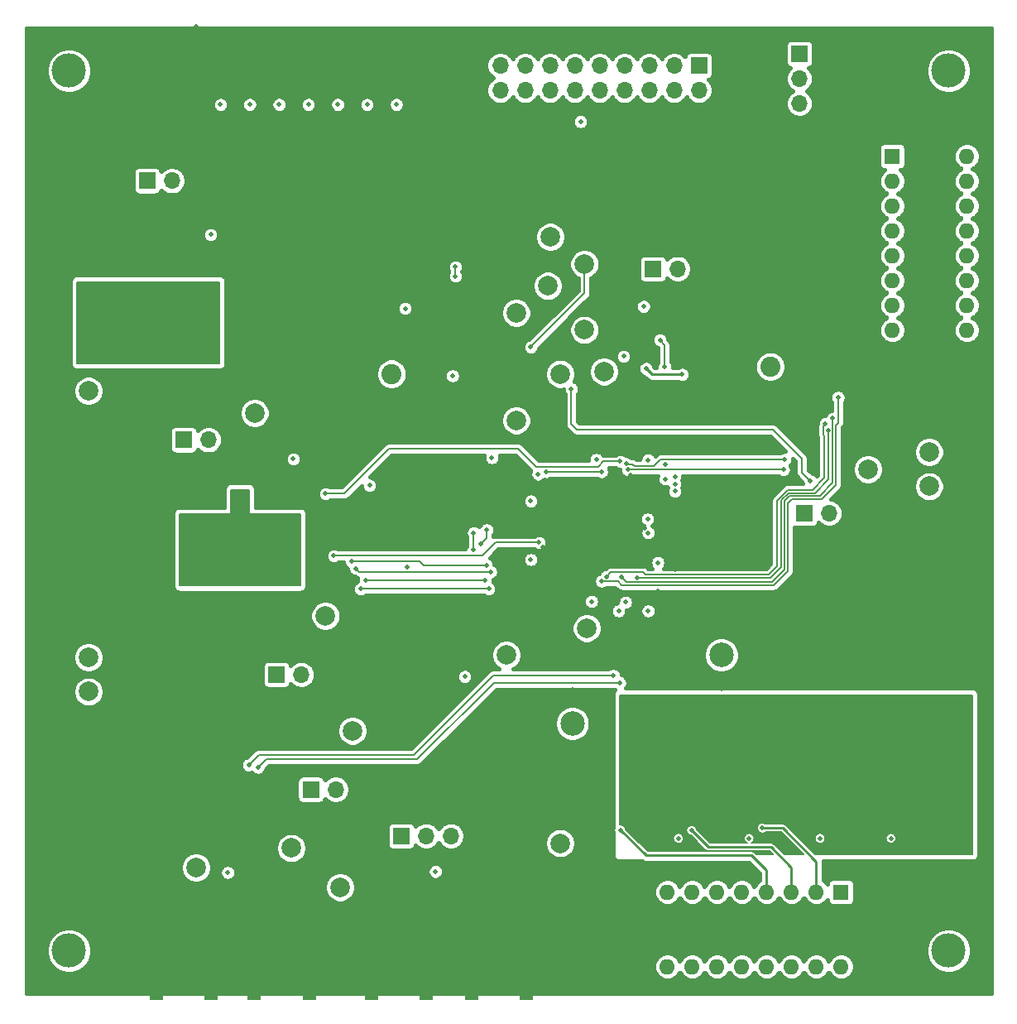
<source format=gbr>
%TF.GenerationSoftware,KiCad,Pcbnew,5.1.10-88a1d61d58~90~ubuntu20.04.1*%
%TF.CreationDate,2021-12-17T14:40:14-08:00*%
%TF.ProjectId,pmic-test-board,706d6963-2d74-4657-9374-2d626f617264,rev?*%
%TF.SameCoordinates,Original*%
%TF.FileFunction,Copper,L4,Bot*%
%TF.FilePolarity,Positive*%
%FSLAX46Y46*%
G04 Gerber Fmt 4.6, Leading zero omitted, Abs format (unit mm)*
G04 Created by KiCad (PCBNEW 5.1.10-88a1d61d58~90~ubuntu20.04.1) date 2021-12-17 14:40:14*
%MOMM*%
%LPD*%
G01*
G04 APERTURE LIST*
%TA.AperFunction,ComponentPad*%
%ADD10C,2.000000*%
%TD*%
%TA.AperFunction,ComponentPad*%
%ADD11O,1.700000X1.700000*%
%TD*%
%TA.AperFunction,ComponentPad*%
%ADD12R,1.700000X1.700000*%
%TD*%
%TA.AperFunction,ComponentPad*%
%ADD13C,2.250000*%
%TD*%
%TA.AperFunction,ComponentPad*%
%ADD14C,2.050000*%
%TD*%
%TA.AperFunction,WasherPad*%
%ADD15C,3.500000*%
%TD*%
%TA.AperFunction,ComponentPad*%
%ADD16C,2.500000*%
%TD*%
%TA.AperFunction,ComponentPad*%
%ADD17C,1.700000*%
%TD*%
%TA.AperFunction,ComponentPad*%
%ADD18O,1.600000X1.600000*%
%TD*%
%TA.AperFunction,ComponentPad*%
%ADD19R,1.600000X1.600000*%
%TD*%
%TA.AperFunction,SMDPad,CuDef*%
%ADD20R,1.350000X4.700000*%
%TD*%
%TA.AperFunction,ViaPad*%
%ADD21C,0.460000*%
%TD*%
%TA.AperFunction,Conductor*%
%ADD22C,0.127000*%
%TD*%
%TA.AperFunction,Conductor*%
%ADD23C,0.240000*%
%TD*%
%TA.AperFunction,Conductor*%
%ADD24C,0.200000*%
%TD*%
%TA.AperFunction,Conductor*%
%ADD25C,0.100000*%
%TD*%
%TA.AperFunction,Conductor*%
%ADD26C,0.400000*%
%TD*%
G04 APERTURE END LIST*
D10*
%TO.P,TP111,1*%
%TO.N,GND*%
X107500000Y-138500000D03*
%TD*%
%TO.P,TP110,1*%
%TO.N,LOAD_SW*%
X155250000Y-134000000D03*
%TD*%
%TO.P,TP109,1*%
%TO.N,/pmos_val*%
X127750000Y-134500000D03*
%TD*%
%TO.P,TP108,1*%
%TO.N,/timeout_ext*%
X132750000Y-138500000D03*
%TD*%
%TO.P,TP107,1*%
%TO.N,/nmos_val*%
X118000000Y-136500000D03*
%TD*%
%TO.P,TP106,1*%
%TO.N,Net-(R120-Pad1)*%
X155250000Y-86000000D03*
%TD*%
%TO.P,TP105,1*%
%TO.N,/BUCK_VOUT*%
X157750000Y-81500000D03*
%TD*%
D11*
%TO.P,J204,2*%
%TO.N,+3V3*%
X115540000Y-66250000D03*
D12*
%TO.P,J204,1*%
%TO.N,Net-(C207-Pad1)*%
X113000000Y-66250000D03*
%TD*%
D13*
%TO.P,J301,2*%
%TO.N,GND*%
X140540000Y-83460000D03*
X140540000Y-88540000D03*
X135460000Y-88540000D03*
X135460000Y-83460000D03*
D14*
%TO.P,J301,1*%
%TO.N,Net-(C301-Pad2)*%
X138000000Y-86000000D03*
%TD*%
D13*
%TO.P,J110,2*%
%TO.N,GND*%
X179290000Y-82710000D03*
X179290000Y-87790000D03*
X174210000Y-87790000D03*
X174210000Y-82710000D03*
D14*
%TO.P,J110,1*%
%TO.N,Net-(J110-Pad1)*%
X176750000Y-85250000D03*
%TD*%
D15*
%TO.P,J118,*%
%TO.N,*%
X195000000Y-145000000D03*
%TD*%
%TO.P,J117,*%
%TO.N,*%
X105000000Y-145000000D03*
%TD*%
%TO.P,J116,*%
%TO.N,*%
X105000000Y-55000000D03*
%TD*%
%TO.P,J115,*%
%TO.N,*%
X195000000Y-55000000D03*
%TD*%
D16*
%TO.P,J114,1*%
%TO.N,/osc_monitor*%
X156500000Y-121750000D03*
D17*
%TO.P,J114,2*%
%TO.N,GND*%
X156500000Y-124650000D03*
X159400000Y-121750000D03*
X156500000Y-118850000D03*
X153600000Y-121750000D03*
%TD*%
D10*
%TO.P,J113,1*%
%TO.N,/BUCK_VOUT*%
X193000000Y-94000000D03*
%TO.P,J113,2*%
X193000000Y-97500000D03*
%TO.P,J113,3*%
%TO.N,GND*%
X193000000Y-101000000D03*
%TO.P,J113,4*%
X193000000Y-104500000D03*
%TD*%
D11*
%TO.P,J105,2*%
%TO.N,/BUCK_VOUT*%
X182790000Y-100250000D03*
D12*
%TO.P,J105,1*%
%TO.N,Net-(J105-Pad1)*%
X180250000Y-100250000D03*
%TD*%
D10*
%TO.P,TP401,1*%
%TO.N,GND*%
X192500000Y-115750000D03*
%TD*%
%TO.P,TP306,1*%
%TO.N,GND*%
X170750000Y-70500000D03*
%TD*%
%TO.P,TP305,1*%
%TO.N,BIAS_OC*%
X150750000Y-79750000D03*
%TD*%
%TO.P,TP304,1*%
%TO.N,BIAS_SLOPE*%
X154000000Y-77000000D03*
%TD*%
%TO.P,TP303,1*%
%TO.N,BIAS_OPA*%
X157750000Y-74750000D03*
%TD*%
%TO.P,TP302,1*%
%TO.N,BIAS_OSC*%
X154250000Y-72000000D03*
%TD*%
%TO.P,TP301,1*%
%TO.N,VREF*%
X150750000Y-90750000D03*
%TD*%
%TO.P,TP203,1*%
%TO.N,CTRL_PWR*%
X134000000Y-122500000D03*
%TD*%
%TO.P,TP202,1*%
%TO.N,+1V8*%
X124000000Y-90000000D03*
%TD*%
%TO.P,TP201,1*%
%TO.N,BUCK_PWR*%
X131250000Y-110750000D03*
%TD*%
%TO.P,TP104,1*%
%TO.N,/CTRL_PRW_INJ*%
X158000000Y-112000000D03*
%TD*%
%TO.P,TP103,1*%
%TO.N,CTRL_PWR*%
X149750000Y-114750000D03*
%TD*%
%TO.P,TP102,1*%
%TO.N,/BUCK_VOUT*%
X186750000Y-95750000D03*
%TD*%
%TO.P,TP101,1*%
%TO.N,/vcomp*%
X159750000Y-85750000D03*
%TD*%
D18*
%TO.P,SW501,16*%
%TO.N,+3V3*%
X184000000Y-146620000D03*
%TO.P,SW501,8*%
%TO.N,/Load/DYN1*%
X166220000Y-139000000D03*
%TO.P,SW501,15*%
%TO.N,+3V3*%
X181460000Y-146620000D03*
%TO.P,SW501,7*%
%TO.N,/Load/DYN2*%
X168760000Y-139000000D03*
%TO.P,SW501,14*%
%TO.N,+3V3*%
X178920000Y-146620000D03*
%TO.P,SW501,6*%
%TO.N,/Load/DYN3*%
X171300000Y-139000000D03*
%TO.P,SW501,13*%
%TO.N,+3V3*%
X176380000Y-146620000D03*
%TO.P,SW501,5*%
%TO.N,/Load/DYN4*%
X173840000Y-139000000D03*
%TO.P,SW501,12*%
%TO.N,LOAD_SW*%
X173840000Y-146620000D03*
%TO.P,SW501,4*%
%TO.N,/Load/STAT1*%
X176380000Y-139000000D03*
%TO.P,SW501,11*%
%TO.N,LOAD_SW*%
X171300000Y-146620000D03*
%TO.P,SW501,3*%
%TO.N,/Load/STAT2*%
X178920000Y-139000000D03*
%TO.P,SW501,10*%
%TO.N,LOAD_SW*%
X168760000Y-146620000D03*
%TO.P,SW501,2*%
%TO.N,/Load/STAT3*%
X181460000Y-139000000D03*
%TO.P,SW501,9*%
%TO.N,LOAD_SW*%
X166220000Y-146620000D03*
D19*
%TO.P,SW501,1*%
%TO.N,/Load/STAT4*%
X184000000Y-139000000D03*
%TD*%
D18*
%TO.P,SW101,16*%
%TO.N,+3V3*%
X196870000Y-63750000D03*
%TO.P,SW101,8*%
%TO.N,Net-(SW101-Pad8)*%
X189250000Y-81530000D03*
%TO.P,SW101,15*%
%TO.N,+3V3*%
X196870000Y-66290000D03*
%TO.P,SW101,7*%
%TO.N,Net-(SW101-Pad7)*%
X189250000Y-78990000D03*
%TO.P,SW101,14*%
%TO.N,+3V3*%
X196870000Y-68830000D03*
%TO.P,SW101,6*%
%TO.N,/nmos_dt*%
X189250000Y-76450000D03*
%TO.P,SW101,13*%
%TO.N,+3V3*%
X196870000Y-71370000D03*
%TO.P,SW101,5*%
%TO.N,/pmos_dt*%
X189250000Y-73910000D03*
%TO.P,SW101,12*%
%TO.N,+3V3*%
X196870000Y-73910000D03*
%TO.P,SW101,4*%
%TO.N,/sw_override*%
X189250000Y-71370000D03*
%TO.P,SW101,11*%
%TO.N,+3V3*%
X196870000Y-76450000D03*
%TO.P,SW101,3*%
%TO.N,/sw_en*%
X189250000Y-68830000D03*
%TO.P,SW101,10*%
%TO.N,+3V3*%
X196870000Y-78990000D03*
%TO.P,SW101,2*%
%TO.N,/timeout_sel*%
X189250000Y-66290000D03*
%TO.P,SW101,9*%
%TO.N,+3V3*%
X196870000Y-81530000D03*
D19*
%TO.P,SW101,1*%
%TO.N,/oc_en*%
X189250000Y-63750000D03*
%TD*%
D11*
%TO.P,J401,2*%
%TO.N,/TIA/TIA_SENSE*%
X167290000Y-75250000D03*
D12*
%TO.P,J401,1*%
%TO.N,/TIA/TIA_VREF*%
X164750000Y-75250000D03*
%TD*%
D10*
%TO.P,J208,1*%
%TO.N,GND*%
X107000000Y-125500000D03*
%TO.P,J208,2*%
X107000000Y-122000000D03*
%TO.P,J208,3*%
%TO.N,Net-(FB202-Pad2)*%
X107000000Y-118500000D03*
%TO.P,J208,4*%
X107000000Y-115000000D03*
%TD*%
%TO.P,J207,2*%
%TO.N,Net-(FB201-Pad2)*%
X107000000Y-87750000D03*
%TO.P,J207,1*%
%TO.N,GND*%
X107000000Y-91250000D03*
%TD*%
D11*
%TO.P,J205,2*%
%TO.N,CTRL_PWR*%
X132290000Y-128500000D03*
D12*
%TO.P,J205,1*%
%TO.N,Net-(FB203-Pad1)*%
X129750000Y-128500000D03*
%TD*%
D11*
%TO.P,J203,2*%
%TO.N,+1V8*%
X119290000Y-92750000D03*
D12*
%TO.P,J203,1*%
%TO.N,Net-(C208-Pad1)*%
X116750000Y-92750000D03*
%TD*%
D11*
%TO.P,J202,2*%
%TO.N,Net-(J202-Pad2)*%
X128790000Y-116750000D03*
D12*
%TO.P,J202,1*%
%TO.N,Net-(J202-Pad1)*%
X126250000Y-116750000D03*
%TD*%
D16*
%TO.P,J109,1*%
%TO.N,/vsw*%
X171750000Y-114750000D03*
D17*
%TO.P,J109,2*%
%TO.N,GND*%
X171750000Y-117650000D03*
X174650000Y-114750000D03*
X171750000Y-111850000D03*
X168850000Y-114750000D03*
%TD*%
D11*
%TO.P,J108,18*%
%TO.N,/FTDI_D0*%
X149130000Y-57000000D03*
%TO.P,J108,17*%
%TO.N,/FTDI_D1*%
X149130000Y-54460000D03*
%TO.P,J108,16*%
%TO.N,/FTDI_D2*%
X151670000Y-57000000D03*
%TO.P,J108,15*%
%TO.N,/FTDI_D3*%
X151670000Y-54460000D03*
%TO.P,J108,14*%
%TO.N,/FTDI_D4*%
X154210000Y-57000000D03*
%TO.P,J108,13*%
%TO.N,/FTDI_D5*%
X154210000Y-54460000D03*
%TO.P,J108,12*%
%TO.N,/FTDI_D6*%
X156750000Y-57000000D03*
%TO.P,J108,11*%
%TO.N,/FTDI_D7*%
X156750000Y-54460000D03*
%TO.P,J108,10*%
%TO.N,/FTDI_C0*%
X159290000Y-57000000D03*
%TO.P,J108,9*%
%TO.N,/FTDI_C1*%
X159290000Y-54460000D03*
%TO.P,J108,8*%
%TO.N,/FTDI_C2*%
X161830000Y-57000000D03*
%TO.P,J108,7*%
%TO.N,/FTDI_C3*%
X161830000Y-54460000D03*
%TO.P,J108,6*%
%TO.N,/FTDI_C4*%
X164370000Y-57000000D03*
%TO.P,J108,5*%
%TO.N,/FTDI_C5*%
X164370000Y-54460000D03*
%TO.P,J108,4*%
%TO.N,/FTDI_C6*%
X166910000Y-57000000D03*
%TO.P,J108,3*%
%TO.N,/FTDI_C7*%
X166910000Y-54460000D03*
%TO.P,J108,2*%
%TO.N,/FTDI_5V*%
X169450000Y-57000000D03*
D12*
%TO.P,J108,1*%
%TO.N,/FTDI_GND*%
X169450000Y-54460000D03*
%TD*%
D11*
%TO.P,J107,4*%
%TO.N,GND*%
X179750000Y-60870000D03*
%TO.P,J107,3*%
%TO.N,SCL*%
X179750000Y-58330000D03*
%TO.P,J107,2*%
%TO.N,SDA*%
X179750000Y-55790000D03*
D12*
%TO.P,J107,1*%
%TO.N,+3V3*%
X179750000Y-53250000D03*
%TD*%
D11*
%TO.P,J106,4*%
%TO.N,GND*%
X146620000Y-133250000D03*
%TO.P,J106,3*%
%TO.N,/SER_TX*%
X144080000Y-133250000D03*
%TO.P,J106,2*%
%TO.N,/SER_RX*%
X141540000Y-133250000D03*
D12*
%TO.P,J106,1*%
%TO.N,+3V3*%
X139000000Y-133250000D03*
%TD*%
D20*
%TO.P,J104,2*%
%TO.N,GND*%
X151825000Y-147650000D03*
X146175000Y-147650000D03*
%TD*%
%TO.P,J103,2*%
%TO.N,GND*%
X141575000Y-147650000D03*
X135925000Y-147650000D03*
%TD*%
%TO.P,J102,2*%
%TO.N,GND*%
X129575000Y-147650000D03*
X123925000Y-147650000D03*
%TD*%
%TO.P,J101,2*%
%TO.N,GND*%
X119575000Y-147650000D03*
X113925000Y-147650000D03*
%TD*%
D21*
%TO.N,GND*%
X145750000Y-78250000D03*
X156050000Y-99000000D03*
X156000000Y-104250000D03*
X161400000Y-104150000D03*
X161250000Y-98950000D03*
X160050000Y-109250000D03*
X163900000Y-103750000D03*
X164000000Y-105000000D03*
X163900000Y-101750000D03*
X165950000Y-101250000D03*
X164000000Y-100000000D03*
X163950000Y-99000000D03*
X162500000Y-96350000D03*
X164250000Y-93200000D03*
X166000000Y-95250000D03*
X166000000Y-98200000D03*
X156750000Y-94050000D03*
X147050000Y-75550000D03*
X145750000Y-75400000D03*
X145050000Y-80829500D03*
X165000000Y-87450000D03*
X162500000Y-86500000D03*
X169250000Y-88750000D03*
X169250000Y-90250000D03*
X159750000Y-87750000D03*
X161500000Y-87750000D03*
X157750000Y-87750000D03*
X157750000Y-93750000D03*
X153600000Y-99250000D03*
X150700000Y-98950000D03*
X150000000Y-96250000D03*
X146700000Y-94550000D03*
X146700000Y-100500000D03*
X150750000Y-105000000D03*
X166500000Y-105300000D03*
X167500000Y-105300000D03*
X167000000Y-106050000D03*
X145550000Y-118550000D03*
X140250000Y-119250000D03*
X137250000Y-119250000D03*
X144800000Y-102650000D03*
X141000000Y-102050000D03*
X138000000Y-102000000D03*
X153550000Y-100750000D03*
X153500000Y-103750000D03*
X149500000Y-83800000D03*
X148500000Y-88500000D03*
X146000000Y-92500000D03*
X142100000Y-97350000D03*
X137950000Y-97350000D03*
X139600000Y-105800000D03*
X163550000Y-109250000D03*
X165250000Y-108200000D03*
X158000000Y-106650000D03*
X115200000Y-70750000D03*
X108250000Y-71750000D03*
X104750000Y-100250000D03*
X104750000Y-103750000D03*
X117500000Y-96000000D03*
X124500000Y-95000000D03*
X126250000Y-95000000D03*
X128700000Y-62450000D03*
X132450000Y-62450000D03*
X136200000Y-62450000D03*
X145750000Y-139250000D03*
X144750000Y-137750000D03*
X140750000Y-142250000D03*
X143250000Y-142300000D03*
X122000000Y-142300000D03*
X123500000Y-137750000D03*
X124550000Y-139250000D03*
X119500000Y-142250000D03*
X167350000Y-133500000D03*
X174600000Y-133500000D03*
X181850000Y-133500000D03*
X189100000Y-133500000D03*
X179250000Y-108750000D03*
X180250000Y-108750000D03*
X181250000Y-108750000D03*
X182250000Y-108750000D03*
X183250000Y-108750000D03*
X184250000Y-108750000D03*
X168500000Y-92750000D03*
X167750000Y-92750000D03*
X169250000Y-92750000D03*
X136300000Y-52200000D03*
X185200000Y-62900000D03*
X167750000Y-81750000D03*
X149000000Y-109250000D03*
X117500000Y-128000000D03*
X142250000Y-79500000D03*
X117500000Y-110050000D03*
X118750000Y-128000000D03*
X116500000Y-128000000D03*
X118750000Y-110500000D03*
X116250000Y-110500000D03*
X102000000Y-102000000D03*
X126750000Y-71250000D03*
X126750000Y-75750000D03*
X141250000Y-71750000D03*
X145000000Y-68750000D03*
X199000000Y-109750000D03*
X199000000Y-112000000D03*
X199000000Y-114250000D03*
X199000000Y-116000000D03*
X199000000Y-118500000D03*
X199000000Y-121000000D03*
X199000000Y-123750000D03*
X199000000Y-126750000D03*
X199000000Y-130250000D03*
X199000000Y-133000000D03*
X199000000Y-135500000D03*
X199000000Y-138000000D03*
X199000000Y-140000000D03*
X199000000Y-148500000D03*
X190250000Y-149000000D03*
X186500000Y-149000000D03*
X182500000Y-149000000D03*
X179500000Y-149000000D03*
X176250000Y-149250000D03*
X173250000Y-149000000D03*
X169750000Y-149000000D03*
X166250000Y-149000000D03*
X164500000Y-149000000D03*
X161750000Y-149000000D03*
X159000000Y-149000000D03*
X156250000Y-149000000D03*
X154000000Y-149000000D03*
X153250000Y-147750000D03*
X152250000Y-144750000D03*
X146250000Y-144750000D03*
X144750000Y-146500000D03*
X144750000Y-148500000D03*
X143000000Y-147000000D03*
X141750000Y-144750000D03*
X136000000Y-144750000D03*
X134500000Y-147000000D03*
X130750000Y-147750000D03*
X129750000Y-144750000D03*
X124000000Y-144750000D03*
X122750000Y-147000000D03*
X119500000Y-144750000D03*
X120750000Y-147250000D03*
X113750000Y-144750000D03*
X112750000Y-147250000D03*
X109750000Y-148500000D03*
X101500000Y-148750000D03*
X101250000Y-141000000D03*
X101250000Y-138250000D03*
X101000000Y-135000000D03*
X100750000Y-131750000D03*
X101250000Y-129750000D03*
X101000000Y-126250000D03*
X101000000Y-122500000D03*
X101000000Y-118000000D03*
X101000000Y-113500000D03*
X101000000Y-109750000D03*
X101000000Y-105250000D03*
X101000000Y-103250000D03*
X100750000Y-98000000D03*
X100750000Y-95500000D03*
X100750000Y-91750000D03*
X100750000Y-87500000D03*
X101000000Y-83750000D03*
X101000000Y-80250000D03*
X100750000Y-76250000D03*
X101000000Y-73500000D03*
X101000000Y-70750000D03*
X101000000Y-68500000D03*
X101000000Y-65750000D03*
X101000000Y-63000000D03*
X101000000Y-60500000D03*
X101000000Y-51250000D03*
X108500000Y-50750000D03*
X111500000Y-50750000D03*
X115000000Y-50750000D03*
X118000000Y-50500000D03*
X134000000Y-51500000D03*
X128000000Y-51500000D03*
X141500000Y-51750000D03*
X144000000Y-51750000D03*
X149250000Y-51500000D03*
X164500000Y-51000000D03*
X167750000Y-50750000D03*
X173500000Y-50750000D03*
X178250000Y-50750000D03*
X187000000Y-50750000D03*
X191250000Y-50750000D03*
X198500000Y-51000000D03*
X199250000Y-57000000D03*
X199000000Y-59250000D03*
X199000000Y-62000000D03*
X199000000Y-64750000D03*
X199000000Y-68000000D03*
X199000000Y-69750000D03*
X199000000Y-71500000D03*
X199000000Y-74750000D03*
X199000000Y-78000000D03*
X199000000Y-80250000D03*
X199000000Y-83000000D03*
X199000000Y-86500000D03*
X199000000Y-89500000D03*
X199000000Y-93500000D03*
X199000000Y-97000000D03*
X199000000Y-100500000D03*
X199000000Y-104000000D03*
X199000000Y-106250000D03*
X117500000Y-74500000D03*
X126750000Y-98750000D03*
%TO.N,/BUCK_VOUT*%
X180850000Y-96950000D03*
X156400000Y-87550000D03*
%TO.N,+3V3*%
X164250000Y-94800000D03*
X153000000Y-96250000D03*
X148275000Y-94575000D03*
X152250000Y-105000000D03*
X145500000Y-116950000D03*
X144250000Y-86200000D03*
X135750000Y-97400000D03*
X119500000Y-71750000D03*
X120500000Y-58450000D03*
X123500000Y-58450000D03*
X126500000Y-58450000D03*
X129500000Y-58450000D03*
X132500000Y-58450000D03*
X135500000Y-58450000D03*
X138500000Y-58450000D03*
X142500000Y-136900000D03*
X121250000Y-137000000D03*
X157350000Y-60200000D03*
X163800000Y-79100000D03*
X139400000Y-79300000D03*
%TO.N,/user_vcore*%
X166000000Y-96750000D03*
X165250000Y-105300000D03*
X164250000Y-110250000D03*
%TO.N,+1V8*%
X152250000Y-99000000D03*
X161250000Y-110250000D03*
X127950000Y-94700000D03*
%TO.N,BUCK_PWR*%
X164250000Y-102250000D03*
X167000000Y-96500000D03*
X167000000Y-97250000D03*
X167000000Y-98000000D03*
X164200000Y-100850000D03*
%TO.N,/CTRL_PRW_INJ*%
X161950000Y-109350000D03*
X158950000Y-94750000D03*
X158475000Y-109275000D03*
%TO.N,Net-(C207-Pad1)*%
X113250000Y-80000000D03*
X114500000Y-81500000D03*
X114500000Y-80250000D03*
X112000000Y-81500000D03*
X112000000Y-80250000D03*
X113250000Y-81000000D03*
X113250000Y-82000000D03*
%TO.N,Net-(C208-Pad1)*%
X121500000Y-105000000D03*
X121500000Y-106000000D03*
X123500000Y-106000000D03*
X123500000Y-105000000D03*
X122500000Y-106000000D03*
X122500000Y-105000000D03*
X122500000Y-104000000D03*
X123500000Y-104000000D03*
X124500000Y-104000000D03*
X124500000Y-105000000D03*
X124500000Y-106000000D03*
X121500000Y-104000000D03*
X120500000Y-104000000D03*
X120500000Y-105000000D03*
X120500000Y-106000000D03*
%TO.N,/TIA/TIA_VREF*%
X165950000Y-85250000D03*
X165475000Y-82525000D03*
%TO.N,/TIA/TIA_SENSE*%
X167750000Y-86050000D03*
X164050000Y-85450000D03*
%TO.N,/GPIO*%
X153100000Y-103250000D03*
X132100000Y-104600000D03*
%TO.N,VREF*%
X159500000Y-96000000D03*
X153800000Y-96000000D03*
%TO.N,/oc_en*%
X162200000Y-95800000D03*
X178100000Y-95800000D03*
%TO.N,/timeout_sel*%
X162000000Y-95200000D03*
X178250000Y-94750000D03*
%TO.N,/sw_en*%
X163100000Y-106850000D03*
X182700000Y-91800000D03*
%TO.N,/sw_override*%
X161500000Y-106800000D03*
X183150000Y-90550000D03*
%TO.N,/pmos_dt*%
X160000000Y-106750000D03*
X182400000Y-91100000D03*
%TO.N,/nmos_dt*%
X159500000Y-107200000D03*
X183700000Y-88400000D03*
%TO.N,/flash_clk*%
X147750000Y-101950000D03*
X147150000Y-103400000D03*
%TO.N,/HOST_SCK*%
X147950000Y-108000000D03*
X134850000Y-108000000D03*
%TO.N,/HOST_CSB*%
X147600000Y-107100000D03*
X135350000Y-107100000D03*
%TO.N,/HOST_SDI*%
X148150000Y-106250000D03*
X134350000Y-105900000D03*
%TO.N,/HOST_SDO*%
X147700000Y-105550000D03*
X133900000Y-105150000D03*
%TO.N,/flash_io0*%
X146400000Y-104000000D03*
X146400000Y-102250000D03*
%TO.N,Net-(R306-Pad2)*%
X144550000Y-76000000D03*
X144550000Y-75050000D03*
%TO.N,BIAS_OPA*%
X152250000Y-83250000D03*
%TO.N,/Load/STAT1*%
X161450000Y-132650000D03*
%TO.N,BUCK_VOUT*%
X186000000Y-122000000D03*
X186750000Y-122000000D03*
X187500000Y-122000000D03*
X188250000Y-122000000D03*
X186000000Y-124000000D03*
X186750000Y-124000000D03*
X187500000Y-124000000D03*
X188250000Y-124000000D03*
X178750000Y-122000000D03*
X179500000Y-122000000D03*
X180250000Y-122000000D03*
X181000000Y-122000000D03*
X181000000Y-124000000D03*
X180250000Y-124000000D03*
X179500000Y-124000000D03*
X178750000Y-124000000D03*
X171500000Y-122000000D03*
X172250000Y-122000000D03*
X173000000Y-122000000D03*
X173750000Y-122000000D03*
X173750000Y-124000000D03*
X173000000Y-124000000D03*
X172250000Y-124000000D03*
X171500000Y-124000000D03*
X164000000Y-122000000D03*
X164750000Y-122000000D03*
X165500000Y-122000000D03*
X166250000Y-122000000D03*
X166250000Y-124000000D03*
X165500000Y-124000000D03*
X164750000Y-124000000D03*
X164000000Y-124000000D03*
X167000000Y-122000000D03*
X167000000Y-124000000D03*
X174500000Y-122000000D03*
X174500000Y-124000000D03*
X181750000Y-122000000D03*
X181750000Y-124000000D03*
X189000000Y-122000000D03*
X189000000Y-124000000D03*
%TO.N,/Load/STAT2*%
X168700000Y-132700000D03*
%TO.N,/Load/STAT3*%
X175950000Y-132450000D03*
%TO.N,/nmos_val*%
X160700000Y-116850000D03*
X123400000Y-126000000D03*
%TO.N,/pmos_val*%
X161350000Y-117600000D03*
X124350000Y-126250000D03*
%TO.N,/timeout_ext*%
X161400000Y-94950000D03*
X131250000Y-98250000D03*
%TO.N,/TIA/TIA_3V3*%
X161750000Y-84200000D03*
%TD*%
D22*
%TO.N,/BUCK_VOUT*%
X156950000Y-91700000D02*
X156400000Y-91150000D01*
X177050000Y-91700000D02*
X156950000Y-91700000D01*
X180000000Y-94650000D02*
X177050000Y-91700000D01*
X180000000Y-96100000D02*
X180000000Y-94650000D01*
X156400000Y-91150000D02*
X156400000Y-87550000D01*
X180850000Y-96950000D02*
X180000000Y-96100000D01*
%TO.N,/TIA/TIA_VREF*%
X165950000Y-85250000D02*
X165950000Y-83050000D01*
X165475000Y-82575000D02*
X165475000Y-82525000D01*
X165950000Y-83050000D02*
X165475000Y-82575000D01*
D23*
%TO.N,/TIA/TIA_SENSE*%
X167750000Y-86050000D02*
X164650000Y-86050000D01*
X164650000Y-86050000D02*
X164050000Y-85450000D01*
D22*
%TO.N,/GPIO*%
X153100000Y-103250000D02*
X148650000Y-103250000D01*
X148650000Y-103250000D02*
X147300000Y-104600000D01*
X147300000Y-104600000D02*
X134650000Y-104600000D01*
X134650000Y-104600000D02*
X132100000Y-104600000D01*
%TO.N,VREF*%
X159500000Y-96000000D02*
X153800000Y-96000000D01*
%TO.N,/oc_en*%
X162200000Y-95800000D02*
X178100000Y-95800000D01*
%TO.N,/timeout_sel*%
X162020501Y-95220501D02*
X162620501Y-95220501D01*
X162000000Y-95200000D02*
X162020501Y-95220501D01*
X162620501Y-95220501D02*
X162850000Y-95450000D01*
X162850000Y-95450000D02*
X164850000Y-95450000D01*
X164850000Y-95450000D02*
X165550000Y-94750000D01*
X165550000Y-94750000D02*
X178250000Y-94750000D01*
%TO.N,/sw_en*%
X178594786Y-98195989D02*
X181304011Y-98195989D01*
X177850000Y-105800000D02*
X177850000Y-98940776D01*
X176800000Y-106850000D02*
X177850000Y-105800000D01*
X182700000Y-96800000D02*
X182700000Y-91800000D01*
X163100000Y-106850000D02*
X176800000Y-106850000D01*
X177850000Y-98940776D02*
X178594786Y-98195989D01*
X181304011Y-98195989D02*
X182700000Y-96800000D01*
%TO.N,/sw_override*%
X183150000Y-97150000D02*
X183150000Y-90550000D01*
X178200000Y-98950000D02*
X178700000Y-98450000D01*
X161500000Y-106800000D02*
X162000000Y-107300000D01*
X162000000Y-107300000D02*
X176900000Y-107300000D01*
X178700000Y-98450000D02*
X181850000Y-98450000D01*
X176900000Y-107300000D02*
X178200000Y-106000000D01*
X181850000Y-98450000D02*
X183150000Y-97150000D01*
X178200000Y-106000000D02*
X178200000Y-98950000D01*
%TO.N,/pmos_dt*%
X177450000Y-98981551D02*
X178581551Y-97850000D01*
X182300000Y-92350000D02*
X182170001Y-92220001D01*
X182170001Y-91329999D02*
X182400000Y-91100000D01*
X181050000Y-97850000D02*
X182300000Y-96600000D01*
X163750000Y-106300000D02*
X164000000Y-106550000D01*
X160450000Y-106300000D02*
X163750000Y-106300000D01*
X178581551Y-97850000D02*
X181050000Y-97850000D01*
X182300000Y-96600000D02*
X182300000Y-92350000D01*
X164000000Y-106550000D02*
X176600000Y-106550000D01*
X177450000Y-105700000D02*
X177450000Y-98981551D01*
X176600000Y-106550000D02*
X177450000Y-105700000D01*
X182170001Y-92220001D02*
X182170001Y-91329999D01*
X160000000Y-106750000D02*
X160450000Y-106300000D01*
%TO.N,/nmos_dt*%
X159500000Y-107200000D02*
X161150000Y-107200000D01*
X161150000Y-107200000D02*
X161550000Y-107600000D01*
X161550000Y-107600000D02*
X177150000Y-107600000D01*
X177150000Y-107600000D02*
X178550000Y-106200000D01*
X178550000Y-106200000D02*
X178550000Y-99200000D01*
X178550000Y-99200000D02*
X178950000Y-98800000D01*
X178950000Y-98800000D02*
X182050000Y-98800000D01*
X182050000Y-98800000D02*
X183450000Y-97400000D01*
X183450000Y-97400000D02*
X183450000Y-91250000D01*
X183450000Y-91250000D02*
X183700000Y-91000000D01*
X183700000Y-91000000D02*
X183700000Y-88400000D01*
%TO.N,/flash_clk*%
X147750000Y-101950000D02*
X147750000Y-102800000D01*
X147750000Y-102800000D02*
X147150000Y-103400000D01*
%TO.N,/HOST_SCK*%
X147950000Y-108000000D02*
X134850000Y-108000000D01*
%TO.N,/HOST_CSB*%
X147600000Y-107100000D02*
X135350000Y-107100000D01*
%TO.N,/HOST_SDI*%
X148150000Y-106250000D02*
X141500000Y-106250000D01*
X141500000Y-106250000D02*
X134700000Y-106250000D01*
X134700000Y-106250000D02*
X134350000Y-105900000D01*
%TO.N,/HOST_SDO*%
X147700000Y-105550000D02*
X141300000Y-105550000D01*
X141300000Y-105550000D02*
X140900000Y-105150000D01*
X140900000Y-105150000D02*
X133900000Y-105150000D01*
%TO.N,/flash_io0*%
X146400000Y-104000000D02*
X146400000Y-102250000D01*
%TO.N,Net-(R306-Pad2)*%
X144550000Y-76000000D02*
X144550000Y-75050000D01*
%TO.N,BIAS_OPA*%
X152250000Y-83250000D02*
X157750000Y-77750000D01*
X157750000Y-74750000D02*
X157750000Y-77750000D01*
D23*
%TO.N,/Load/STAT1*%
X176380000Y-139000000D02*
X176380000Y-136780000D01*
X176380000Y-136780000D02*
X174850000Y-135250000D01*
X174850000Y-135250000D02*
X164050000Y-135250000D01*
X164050000Y-135250000D02*
X161450000Y-132650000D01*
%TO.N,/Load/STAT2*%
X178920000Y-139000000D02*
X178920000Y-136470000D01*
X178920000Y-136470000D02*
X176850000Y-134400000D01*
X170400000Y-134400000D02*
X168700000Y-132700000D01*
X176850000Y-134400000D02*
X170400000Y-134400000D01*
%TO.N,/Load/STAT3*%
X181460000Y-139000000D02*
X181460000Y-135860000D01*
X178050000Y-132450000D02*
X175950000Y-132450000D01*
X181460000Y-135860000D02*
X178050000Y-132450000D01*
D22*
%TO.N,/nmos_val*%
X160700000Y-116850000D02*
X148400000Y-116850000D01*
X148400000Y-116850000D02*
X141400000Y-123850000D01*
X141400000Y-123850000D02*
X140300000Y-124950000D01*
X140300000Y-124950000D02*
X124450000Y-124950000D01*
X124450000Y-124950000D02*
X123400000Y-126000000D01*
%TO.N,/pmos_val*%
X148450000Y-117600000D02*
X161350000Y-117600000D01*
X140650000Y-125400000D02*
X148450000Y-117600000D01*
X125200000Y-125400000D02*
X140650000Y-125400000D01*
X124350000Y-126250000D02*
X125200000Y-125400000D01*
%TO.N,/timeout_ext*%
X161400000Y-94950000D02*
X159700000Y-94950000D01*
X159700000Y-94950000D02*
X159150000Y-95500000D01*
X159150000Y-95500000D02*
X152800000Y-95500000D01*
X152800000Y-95500000D02*
X150950000Y-93650000D01*
X150950000Y-93650000D02*
X137750000Y-93650000D01*
X133150000Y-98250000D02*
X131250000Y-98250000D01*
X137750000Y-93650000D02*
X133150000Y-98250000D01*
%TD*%
D24*
%TO.N,Net-(C207-Pad1)*%
X120400000Y-84900000D02*
X105850000Y-84900000D01*
X105850000Y-76600000D01*
X120400000Y-76600000D01*
X120400000Y-84900000D01*
%TA.AperFunction,Conductor*%
D25*
G36*
X120400000Y-84900000D02*
G01*
X105850000Y-84900000D01*
X105850000Y-76600000D01*
X120400000Y-76600000D01*
X120400000Y-84900000D01*
G37*
%TD.AperFunction*%
%TD*%
D24*
%TO.N,Net-(C208-Pad1)*%
X123400000Y-100250000D02*
X123401921Y-100269509D01*
X123407612Y-100288268D01*
X123416853Y-100305557D01*
X123429289Y-100320711D01*
X123444443Y-100333147D01*
X123461732Y-100342388D01*
X123480491Y-100348079D01*
X123500000Y-100350000D01*
X128650000Y-100350000D01*
X128650000Y-107650000D01*
X116350000Y-107650000D01*
X116350000Y-100350000D01*
X121500000Y-100350000D01*
X121519509Y-100348079D01*
X121538268Y-100342388D01*
X121555557Y-100333147D01*
X121570711Y-100320711D01*
X121583147Y-100305557D01*
X121592388Y-100288268D01*
X121598079Y-100269509D01*
X121600000Y-100250000D01*
X121600000Y-97850000D01*
X123400000Y-97850000D01*
X123400000Y-100250000D01*
%TA.AperFunction,Conductor*%
D25*
G36*
X123400000Y-100250000D02*
G01*
X123401921Y-100269509D01*
X123407612Y-100288268D01*
X123416853Y-100305557D01*
X123429289Y-100320711D01*
X123444443Y-100333147D01*
X123461732Y-100342388D01*
X123480491Y-100348079D01*
X123500000Y-100350000D01*
X128650000Y-100350000D01*
X128650000Y-107650000D01*
X116350000Y-107650000D01*
X116350000Y-100350000D01*
X121500000Y-100350000D01*
X121519509Y-100348079D01*
X121538268Y-100342388D01*
X121555557Y-100333147D01*
X121570711Y-100320711D01*
X121583147Y-100305557D01*
X121592388Y-100288268D01*
X121598079Y-100269509D01*
X121600000Y-100250000D01*
X121600000Y-97850000D01*
X123400000Y-97850000D01*
X123400000Y-100250000D01*
G37*
%TD.AperFunction*%
%TD*%
D24*
%TO.N,BUCK_VOUT*%
X197400000Y-135150000D02*
X181343969Y-135150000D01*
X179641769Y-133447800D01*
X181320000Y-133447800D01*
X181320000Y-133552200D01*
X181340368Y-133654595D01*
X181380320Y-133751049D01*
X181438322Y-133837855D01*
X181512145Y-133911678D01*
X181598951Y-133969680D01*
X181695405Y-134009632D01*
X181797800Y-134030000D01*
X181902200Y-134030000D01*
X182004595Y-134009632D01*
X182101049Y-133969680D01*
X182187855Y-133911678D01*
X182261678Y-133837855D01*
X182319680Y-133751049D01*
X182359632Y-133654595D01*
X182380000Y-133552200D01*
X182380000Y-133447800D01*
X188570000Y-133447800D01*
X188570000Y-133552200D01*
X188590368Y-133654595D01*
X188630320Y-133751049D01*
X188688322Y-133837855D01*
X188762145Y-133911678D01*
X188848951Y-133969680D01*
X188945405Y-134009632D01*
X189047800Y-134030000D01*
X189152200Y-134030000D01*
X189254595Y-134009632D01*
X189351049Y-133969680D01*
X189437855Y-133911678D01*
X189511678Y-133837855D01*
X189569680Y-133751049D01*
X189609632Y-133654595D01*
X189630000Y-133552200D01*
X189630000Y-133447800D01*
X189609632Y-133345405D01*
X189569680Y-133248951D01*
X189511678Y-133162145D01*
X189437855Y-133088322D01*
X189351049Y-133030320D01*
X189254595Y-132990368D01*
X189152200Y-132970000D01*
X189047800Y-132970000D01*
X188945405Y-132990368D01*
X188848951Y-133030320D01*
X188762145Y-133088322D01*
X188688322Y-133162145D01*
X188630320Y-133248951D01*
X188590368Y-133345405D01*
X188570000Y-133447800D01*
X182380000Y-133447800D01*
X182359632Y-133345405D01*
X182319680Y-133248951D01*
X182261678Y-133162145D01*
X182187855Y-133088322D01*
X182101049Y-133030320D01*
X182004595Y-132990368D01*
X181902200Y-132970000D01*
X181797800Y-132970000D01*
X181695405Y-132990368D01*
X181598951Y-133030320D01*
X181512145Y-133088322D01*
X181438322Y-133162145D01*
X181380320Y-133248951D01*
X181340368Y-133345405D01*
X181320000Y-133447800D01*
X179641769Y-133447800D01*
X178361583Y-132167615D01*
X178348422Y-132151578D01*
X178284468Y-132099093D01*
X178211505Y-132060093D01*
X178132334Y-132036077D01*
X178070632Y-132030000D01*
X178070629Y-132030000D01*
X178050000Y-132027968D01*
X178029371Y-132030000D01*
X176275400Y-132030000D01*
X176201049Y-131980320D01*
X176104595Y-131940368D01*
X176002200Y-131920000D01*
X175897800Y-131920000D01*
X175795405Y-131940368D01*
X175698951Y-131980320D01*
X175612145Y-132038322D01*
X175538322Y-132112145D01*
X175480320Y-132198951D01*
X175440368Y-132295405D01*
X175420000Y-132397800D01*
X175420000Y-132502200D01*
X175440368Y-132604595D01*
X175480320Y-132701049D01*
X175538322Y-132787855D01*
X175612145Y-132861678D01*
X175698951Y-132919680D01*
X175795405Y-132959632D01*
X175897800Y-132980000D01*
X176002200Y-132980000D01*
X176104595Y-132959632D01*
X176201049Y-132919680D01*
X176275400Y-132870000D01*
X177876032Y-132870000D01*
X180156031Y-135150000D01*
X178193968Y-135150000D01*
X177161583Y-134117615D01*
X177148422Y-134101578D01*
X177084468Y-134049093D01*
X177011505Y-134010093D01*
X176932334Y-133986077D01*
X176870632Y-133980000D01*
X176870629Y-133980000D01*
X176850000Y-133977968D01*
X176829371Y-133980000D01*
X174826134Y-133980000D01*
X174851049Y-133969680D01*
X174937855Y-133911678D01*
X175011678Y-133837855D01*
X175069680Y-133751049D01*
X175109632Y-133654595D01*
X175130000Y-133552200D01*
X175130000Y-133447800D01*
X175109632Y-133345405D01*
X175069680Y-133248951D01*
X175011678Y-133162145D01*
X174937855Y-133088322D01*
X174851049Y-133030320D01*
X174754595Y-132990368D01*
X174652200Y-132970000D01*
X174547800Y-132970000D01*
X174445405Y-132990368D01*
X174348951Y-133030320D01*
X174262145Y-133088322D01*
X174188322Y-133162145D01*
X174130320Y-133248951D01*
X174090368Y-133345405D01*
X174070000Y-133447800D01*
X174070000Y-133552200D01*
X174090368Y-133654595D01*
X174130320Y-133751049D01*
X174188322Y-133837855D01*
X174262145Y-133911678D01*
X174348951Y-133969680D01*
X174373866Y-133980000D01*
X170573969Y-133980000D01*
X169227078Y-132633110D01*
X169209632Y-132545405D01*
X169169680Y-132448951D01*
X169111678Y-132362145D01*
X169037855Y-132288322D01*
X168951049Y-132230320D01*
X168854595Y-132190368D01*
X168752200Y-132170000D01*
X168647800Y-132170000D01*
X168545405Y-132190368D01*
X168448951Y-132230320D01*
X168362145Y-132288322D01*
X168288322Y-132362145D01*
X168230320Y-132448951D01*
X168190368Y-132545405D01*
X168170000Y-132647800D01*
X168170000Y-132752200D01*
X168190368Y-132854595D01*
X168230320Y-132951049D01*
X168288322Y-133037855D01*
X168362145Y-133111678D01*
X168448951Y-133169680D01*
X168545405Y-133209632D01*
X168633110Y-133227078D01*
X170088421Y-134682390D01*
X170101578Y-134698422D01*
X170165532Y-134750907D01*
X170238495Y-134789907D01*
X170317666Y-134813923D01*
X170379368Y-134820000D01*
X170379370Y-134820000D01*
X170399999Y-134822032D01*
X170420628Y-134820000D01*
X176676032Y-134820000D01*
X177006032Y-135150000D01*
X175343968Y-135150000D01*
X175161583Y-134967615D01*
X175148422Y-134951578D01*
X175084468Y-134899093D01*
X175011505Y-134860093D01*
X174932334Y-134836077D01*
X174870632Y-134830000D01*
X174870629Y-134830000D01*
X174850000Y-134827968D01*
X174829371Y-134830000D01*
X164223970Y-134830000D01*
X162841769Y-133447800D01*
X166820000Y-133447800D01*
X166820000Y-133552200D01*
X166840368Y-133654595D01*
X166880320Y-133751049D01*
X166938322Y-133837855D01*
X167012145Y-133911678D01*
X167098951Y-133969680D01*
X167195405Y-134009632D01*
X167297800Y-134030000D01*
X167402200Y-134030000D01*
X167504595Y-134009632D01*
X167601049Y-133969680D01*
X167687855Y-133911678D01*
X167761678Y-133837855D01*
X167819680Y-133751049D01*
X167859632Y-133654595D01*
X167880000Y-133552200D01*
X167880000Y-133447800D01*
X167859632Y-133345405D01*
X167819680Y-133248951D01*
X167761678Y-133162145D01*
X167687855Y-133088322D01*
X167601049Y-133030320D01*
X167504595Y-132990368D01*
X167402200Y-132970000D01*
X167297800Y-132970000D01*
X167195405Y-132990368D01*
X167098951Y-133030320D01*
X167012145Y-133088322D01*
X166938322Y-133162145D01*
X166880320Y-133248951D01*
X166840368Y-133345405D01*
X166820000Y-133447800D01*
X162841769Y-133447800D01*
X161977078Y-132583110D01*
X161959632Y-132495405D01*
X161919680Y-132398951D01*
X161861678Y-132312145D01*
X161787855Y-132238322D01*
X161701049Y-132180320D01*
X161604595Y-132140368D01*
X161502200Y-132120000D01*
X161397800Y-132120000D01*
X161350000Y-132129508D01*
X161350000Y-118850000D01*
X197400000Y-118850000D01*
X197400000Y-135150000D01*
%TA.AperFunction,Conductor*%
D25*
G36*
X197400000Y-135150000D02*
G01*
X181343969Y-135150000D01*
X179641769Y-133447800D01*
X181320000Y-133447800D01*
X181320000Y-133552200D01*
X181340368Y-133654595D01*
X181380320Y-133751049D01*
X181438322Y-133837855D01*
X181512145Y-133911678D01*
X181598951Y-133969680D01*
X181695405Y-134009632D01*
X181797800Y-134030000D01*
X181902200Y-134030000D01*
X182004595Y-134009632D01*
X182101049Y-133969680D01*
X182187855Y-133911678D01*
X182261678Y-133837855D01*
X182319680Y-133751049D01*
X182359632Y-133654595D01*
X182380000Y-133552200D01*
X182380000Y-133447800D01*
X188570000Y-133447800D01*
X188570000Y-133552200D01*
X188590368Y-133654595D01*
X188630320Y-133751049D01*
X188688322Y-133837855D01*
X188762145Y-133911678D01*
X188848951Y-133969680D01*
X188945405Y-134009632D01*
X189047800Y-134030000D01*
X189152200Y-134030000D01*
X189254595Y-134009632D01*
X189351049Y-133969680D01*
X189437855Y-133911678D01*
X189511678Y-133837855D01*
X189569680Y-133751049D01*
X189609632Y-133654595D01*
X189630000Y-133552200D01*
X189630000Y-133447800D01*
X189609632Y-133345405D01*
X189569680Y-133248951D01*
X189511678Y-133162145D01*
X189437855Y-133088322D01*
X189351049Y-133030320D01*
X189254595Y-132990368D01*
X189152200Y-132970000D01*
X189047800Y-132970000D01*
X188945405Y-132990368D01*
X188848951Y-133030320D01*
X188762145Y-133088322D01*
X188688322Y-133162145D01*
X188630320Y-133248951D01*
X188590368Y-133345405D01*
X188570000Y-133447800D01*
X182380000Y-133447800D01*
X182359632Y-133345405D01*
X182319680Y-133248951D01*
X182261678Y-133162145D01*
X182187855Y-133088322D01*
X182101049Y-133030320D01*
X182004595Y-132990368D01*
X181902200Y-132970000D01*
X181797800Y-132970000D01*
X181695405Y-132990368D01*
X181598951Y-133030320D01*
X181512145Y-133088322D01*
X181438322Y-133162145D01*
X181380320Y-133248951D01*
X181340368Y-133345405D01*
X181320000Y-133447800D01*
X179641769Y-133447800D01*
X178361583Y-132167615D01*
X178348422Y-132151578D01*
X178284468Y-132099093D01*
X178211505Y-132060093D01*
X178132334Y-132036077D01*
X178070632Y-132030000D01*
X178070629Y-132030000D01*
X178050000Y-132027968D01*
X178029371Y-132030000D01*
X176275400Y-132030000D01*
X176201049Y-131980320D01*
X176104595Y-131940368D01*
X176002200Y-131920000D01*
X175897800Y-131920000D01*
X175795405Y-131940368D01*
X175698951Y-131980320D01*
X175612145Y-132038322D01*
X175538322Y-132112145D01*
X175480320Y-132198951D01*
X175440368Y-132295405D01*
X175420000Y-132397800D01*
X175420000Y-132502200D01*
X175440368Y-132604595D01*
X175480320Y-132701049D01*
X175538322Y-132787855D01*
X175612145Y-132861678D01*
X175698951Y-132919680D01*
X175795405Y-132959632D01*
X175897800Y-132980000D01*
X176002200Y-132980000D01*
X176104595Y-132959632D01*
X176201049Y-132919680D01*
X176275400Y-132870000D01*
X177876032Y-132870000D01*
X180156031Y-135150000D01*
X178193968Y-135150000D01*
X177161583Y-134117615D01*
X177148422Y-134101578D01*
X177084468Y-134049093D01*
X177011505Y-134010093D01*
X176932334Y-133986077D01*
X176870632Y-133980000D01*
X176870629Y-133980000D01*
X176850000Y-133977968D01*
X176829371Y-133980000D01*
X174826134Y-133980000D01*
X174851049Y-133969680D01*
X174937855Y-133911678D01*
X175011678Y-133837855D01*
X175069680Y-133751049D01*
X175109632Y-133654595D01*
X175130000Y-133552200D01*
X175130000Y-133447800D01*
X175109632Y-133345405D01*
X175069680Y-133248951D01*
X175011678Y-133162145D01*
X174937855Y-133088322D01*
X174851049Y-133030320D01*
X174754595Y-132990368D01*
X174652200Y-132970000D01*
X174547800Y-132970000D01*
X174445405Y-132990368D01*
X174348951Y-133030320D01*
X174262145Y-133088322D01*
X174188322Y-133162145D01*
X174130320Y-133248951D01*
X174090368Y-133345405D01*
X174070000Y-133447800D01*
X174070000Y-133552200D01*
X174090368Y-133654595D01*
X174130320Y-133751049D01*
X174188322Y-133837855D01*
X174262145Y-133911678D01*
X174348951Y-133969680D01*
X174373866Y-133980000D01*
X170573969Y-133980000D01*
X169227078Y-132633110D01*
X169209632Y-132545405D01*
X169169680Y-132448951D01*
X169111678Y-132362145D01*
X169037855Y-132288322D01*
X168951049Y-132230320D01*
X168854595Y-132190368D01*
X168752200Y-132170000D01*
X168647800Y-132170000D01*
X168545405Y-132190368D01*
X168448951Y-132230320D01*
X168362145Y-132288322D01*
X168288322Y-132362145D01*
X168230320Y-132448951D01*
X168190368Y-132545405D01*
X168170000Y-132647800D01*
X168170000Y-132752200D01*
X168190368Y-132854595D01*
X168230320Y-132951049D01*
X168288322Y-133037855D01*
X168362145Y-133111678D01*
X168448951Y-133169680D01*
X168545405Y-133209632D01*
X168633110Y-133227078D01*
X170088421Y-134682390D01*
X170101578Y-134698422D01*
X170165532Y-134750907D01*
X170238495Y-134789907D01*
X170317666Y-134813923D01*
X170379368Y-134820000D01*
X170379370Y-134820000D01*
X170399999Y-134822032D01*
X170420628Y-134820000D01*
X176676032Y-134820000D01*
X177006032Y-135150000D01*
X175343968Y-135150000D01*
X175161583Y-134967615D01*
X175148422Y-134951578D01*
X175084468Y-134899093D01*
X175011505Y-134860093D01*
X174932334Y-134836077D01*
X174870632Y-134830000D01*
X174870629Y-134830000D01*
X174850000Y-134827968D01*
X174829371Y-134830000D01*
X164223970Y-134830000D01*
X162841769Y-133447800D01*
X166820000Y-133447800D01*
X166820000Y-133552200D01*
X166840368Y-133654595D01*
X166880320Y-133751049D01*
X166938322Y-133837855D01*
X167012145Y-133911678D01*
X167098951Y-133969680D01*
X167195405Y-134009632D01*
X167297800Y-134030000D01*
X167402200Y-134030000D01*
X167504595Y-134009632D01*
X167601049Y-133969680D01*
X167687855Y-133911678D01*
X167761678Y-133837855D01*
X167819680Y-133751049D01*
X167859632Y-133654595D01*
X167880000Y-133552200D01*
X167880000Y-133447800D01*
X167859632Y-133345405D01*
X167819680Y-133248951D01*
X167761678Y-133162145D01*
X167687855Y-133088322D01*
X167601049Y-133030320D01*
X167504595Y-132990368D01*
X167402200Y-132970000D01*
X167297800Y-132970000D01*
X167195405Y-132990368D01*
X167098951Y-133030320D01*
X167012145Y-133088322D01*
X166938322Y-133162145D01*
X166880320Y-133248951D01*
X166840368Y-133345405D01*
X166820000Y-133447800D01*
X162841769Y-133447800D01*
X161977078Y-132583110D01*
X161959632Y-132495405D01*
X161919680Y-132398951D01*
X161861678Y-132312145D01*
X161787855Y-132238322D01*
X161701049Y-132180320D01*
X161604595Y-132140368D01*
X161502200Y-132120000D01*
X161397800Y-132120000D01*
X161350000Y-132129508D01*
X161350000Y-118850000D01*
X197400000Y-118850000D01*
X197400000Y-135150000D01*
G37*
%TD.AperFunction*%
%TD*%
D26*
%TO.N,GND*%
X199375001Y-149375000D02*
X100625000Y-149375000D01*
X100625000Y-144768545D01*
X102650000Y-144768545D01*
X102650000Y-145231455D01*
X102740309Y-145685470D01*
X102917457Y-146113143D01*
X103174636Y-146498038D01*
X103501962Y-146825364D01*
X103886857Y-147082543D01*
X104314530Y-147259691D01*
X104768545Y-147350000D01*
X105231455Y-147350000D01*
X105685470Y-147259691D01*
X106113143Y-147082543D01*
X106498038Y-146825364D01*
X106825364Y-146498038D01*
X106836005Y-146482112D01*
X164820000Y-146482112D01*
X164820000Y-146757888D01*
X164873801Y-147028365D01*
X164979336Y-147283149D01*
X165132549Y-147512448D01*
X165327552Y-147707451D01*
X165556851Y-147860664D01*
X165811635Y-147966199D01*
X166082112Y-148020000D01*
X166357888Y-148020000D01*
X166628365Y-147966199D01*
X166883149Y-147860664D01*
X167112448Y-147707451D01*
X167307451Y-147512448D01*
X167460664Y-147283149D01*
X167490000Y-147212326D01*
X167519336Y-147283149D01*
X167672549Y-147512448D01*
X167867552Y-147707451D01*
X168096851Y-147860664D01*
X168351635Y-147966199D01*
X168622112Y-148020000D01*
X168897888Y-148020000D01*
X169168365Y-147966199D01*
X169423149Y-147860664D01*
X169652448Y-147707451D01*
X169847451Y-147512448D01*
X170000664Y-147283149D01*
X170030000Y-147212326D01*
X170059336Y-147283149D01*
X170212549Y-147512448D01*
X170407552Y-147707451D01*
X170636851Y-147860664D01*
X170891635Y-147966199D01*
X171162112Y-148020000D01*
X171437888Y-148020000D01*
X171708365Y-147966199D01*
X171963149Y-147860664D01*
X172192448Y-147707451D01*
X172387451Y-147512448D01*
X172540664Y-147283149D01*
X172570000Y-147212326D01*
X172599336Y-147283149D01*
X172752549Y-147512448D01*
X172947552Y-147707451D01*
X173176851Y-147860664D01*
X173431635Y-147966199D01*
X173702112Y-148020000D01*
X173977888Y-148020000D01*
X174248365Y-147966199D01*
X174503149Y-147860664D01*
X174732448Y-147707451D01*
X174927451Y-147512448D01*
X175080664Y-147283149D01*
X175110000Y-147212326D01*
X175139336Y-147283149D01*
X175292549Y-147512448D01*
X175487552Y-147707451D01*
X175716851Y-147860664D01*
X175971635Y-147966199D01*
X176242112Y-148020000D01*
X176517888Y-148020000D01*
X176788365Y-147966199D01*
X177043149Y-147860664D01*
X177272448Y-147707451D01*
X177467451Y-147512448D01*
X177620664Y-147283149D01*
X177650000Y-147212326D01*
X177679336Y-147283149D01*
X177832549Y-147512448D01*
X178027552Y-147707451D01*
X178256851Y-147860664D01*
X178511635Y-147966199D01*
X178782112Y-148020000D01*
X179057888Y-148020000D01*
X179328365Y-147966199D01*
X179583149Y-147860664D01*
X179812448Y-147707451D01*
X180007451Y-147512448D01*
X180160664Y-147283149D01*
X180190000Y-147212326D01*
X180219336Y-147283149D01*
X180372549Y-147512448D01*
X180567552Y-147707451D01*
X180796851Y-147860664D01*
X181051635Y-147966199D01*
X181322112Y-148020000D01*
X181597888Y-148020000D01*
X181868365Y-147966199D01*
X182123149Y-147860664D01*
X182352448Y-147707451D01*
X182547451Y-147512448D01*
X182700664Y-147283149D01*
X182730000Y-147212326D01*
X182759336Y-147283149D01*
X182912549Y-147512448D01*
X183107552Y-147707451D01*
X183336851Y-147860664D01*
X183591635Y-147966199D01*
X183862112Y-148020000D01*
X184137888Y-148020000D01*
X184408365Y-147966199D01*
X184663149Y-147860664D01*
X184892448Y-147707451D01*
X185087451Y-147512448D01*
X185240664Y-147283149D01*
X185346199Y-147028365D01*
X185400000Y-146757888D01*
X185400000Y-146482112D01*
X185346199Y-146211635D01*
X185240664Y-145956851D01*
X185087451Y-145727552D01*
X184892448Y-145532549D01*
X184663149Y-145379336D01*
X184408365Y-145273801D01*
X184137888Y-145220000D01*
X183862112Y-145220000D01*
X183591635Y-145273801D01*
X183336851Y-145379336D01*
X183107552Y-145532549D01*
X182912549Y-145727552D01*
X182759336Y-145956851D01*
X182730000Y-146027674D01*
X182700664Y-145956851D01*
X182547451Y-145727552D01*
X182352448Y-145532549D01*
X182123149Y-145379336D01*
X181868365Y-145273801D01*
X181597888Y-145220000D01*
X181322112Y-145220000D01*
X181051635Y-145273801D01*
X180796851Y-145379336D01*
X180567552Y-145532549D01*
X180372549Y-145727552D01*
X180219336Y-145956851D01*
X180190000Y-146027674D01*
X180160664Y-145956851D01*
X180007451Y-145727552D01*
X179812448Y-145532549D01*
X179583149Y-145379336D01*
X179328365Y-145273801D01*
X179057888Y-145220000D01*
X178782112Y-145220000D01*
X178511635Y-145273801D01*
X178256851Y-145379336D01*
X178027552Y-145532549D01*
X177832549Y-145727552D01*
X177679336Y-145956851D01*
X177650000Y-146027674D01*
X177620664Y-145956851D01*
X177467451Y-145727552D01*
X177272448Y-145532549D01*
X177043149Y-145379336D01*
X176788365Y-145273801D01*
X176517888Y-145220000D01*
X176242112Y-145220000D01*
X175971635Y-145273801D01*
X175716851Y-145379336D01*
X175487552Y-145532549D01*
X175292549Y-145727552D01*
X175139336Y-145956851D01*
X175110000Y-146027674D01*
X175080664Y-145956851D01*
X174927451Y-145727552D01*
X174732448Y-145532549D01*
X174503149Y-145379336D01*
X174248365Y-145273801D01*
X173977888Y-145220000D01*
X173702112Y-145220000D01*
X173431635Y-145273801D01*
X173176851Y-145379336D01*
X172947552Y-145532549D01*
X172752549Y-145727552D01*
X172599336Y-145956851D01*
X172570000Y-146027674D01*
X172540664Y-145956851D01*
X172387451Y-145727552D01*
X172192448Y-145532549D01*
X171963149Y-145379336D01*
X171708365Y-145273801D01*
X171437888Y-145220000D01*
X171162112Y-145220000D01*
X170891635Y-145273801D01*
X170636851Y-145379336D01*
X170407552Y-145532549D01*
X170212549Y-145727552D01*
X170059336Y-145956851D01*
X170030000Y-146027674D01*
X170000664Y-145956851D01*
X169847451Y-145727552D01*
X169652448Y-145532549D01*
X169423149Y-145379336D01*
X169168365Y-145273801D01*
X168897888Y-145220000D01*
X168622112Y-145220000D01*
X168351635Y-145273801D01*
X168096851Y-145379336D01*
X167867552Y-145532549D01*
X167672549Y-145727552D01*
X167519336Y-145956851D01*
X167490000Y-146027674D01*
X167460664Y-145956851D01*
X167307451Y-145727552D01*
X167112448Y-145532549D01*
X166883149Y-145379336D01*
X166628365Y-145273801D01*
X166357888Y-145220000D01*
X166082112Y-145220000D01*
X165811635Y-145273801D01*
X165556851Y-145379336D01*
X165327552Y-145532549D01*
X165132549Y-145727552D01*
X164979336Y-145956851D01*
X164873801Y-146211635D01*
X164820000Y-146482112D01*
X106836005Y-146482112D01*
X107082543Y-146113143D01*
X107259691Y-145685470D01*
X107350000Y-145231455D01*
X107350000Y-144768545D01*
X192650000Y-144768545D01*
X192650000Y-145231455D01*
X192740309Y-145685470D01*
X192917457Y-146113143D01*
X193174636Y-146498038D01*
X193501962Y-146825364D01*
X193886857Y-147082543D01*
X194314530Y-147259691D01*
X194768545Y-147350000D01*
X195231455Y-147350000D01*
X195685470Y-147259691D01*
X196113143Y-147082543D01*
X196498038Y-146825364D01*
X196825364Y-146498038D01*
X197082543Y-146113143D01*
X197259691Y-145685470D01*
X197350000Y-145231455D01*
X197350000Y-144768545D01*
X197259691Y-144314530D01*
X197082543Y-143886857D01*
X196825364Y-143501962D01*
X196498038Y-143174636D01*
X196113143Y-142917457D01*
X195685470Y-142740309D01*
X195231455Y-142650000D01*
X194768545Y-142650000D01*
X194314530Y-142740309D01*
X193886857Y-142917457D01*
X193501962Y-143174636D01*
X193174636Y-143501962D01*
X192917457Y-143886857D01*
X192740309Y-144314530D01*
X192650000Y-144768545D01*
X107350000Y-144768545D01*
X107259691Y-144314530D01*
X107082543Y-143886857D01*
X106825364Y-143501962D01*
X106498038Y-143174636D01*
X106113143Y-142917457D01*
X105685470Y-142740309D01*
X105231455Y-142650000D01*
X104768545Y-142650000D01*
X104314530Y-142740309D01*
X103886857Y-142917457D01*
X103501962Y-143174636D01*
X103174636Y-143501962D01*
X102917457Y-143886857D01*
X102740309Y-144314530D01*
X102650000Y-144768545D01*
X100625000Y-144768545D01*
X100625000Y-138342414D01*
X131150000Y-138342414D01*
X131150000Y-138657586D01*
X131211487Y-138966703D01*
X131332098Y-139257884D01*
X131507199Y-139519941D01*
X131730059Y-139742801D01*
X131992116Y-139917902D01*
X132283297Y-140038513D01*
X132592414Y-140100000D01*
X132907586Y-140100000D01*
X133216703Y-140038513D01*
X133507884Y-139917902D01*
X133769941Y-139742801D01*
X133992801Y-139519941D01*
X134167902Y-139257884D01*
X134288513Y-138966703D01*
X134350000Y-138657586D01*
X134350000Y-138342414D01*
X134288513Y-138033297D01*
X134167902Y-137742116D01*
X133992801Y-137480059D01*
X133769941Y-137257199D01*
X133507884Y-137082098D01*
X133216703Y-136961487D01*
X132907586Y-136900000D01*
X132592414Y-136900000D01*
X132283297Y-136961487D01*
X131992116Y-137082098D01*
X131730059Y-137257199D01*
X131507199Y-137480059D01*
X131332098Y-137742116D01*
X131211487Y-138033297D01*
X131150000Y-138342414D01*
X100625000Y-138342414D01*
X100625000Y-136342414D01*
X116400000Y-136342414D01*
X116400000Y-136657586D01*
X116461487Y-136966703D01*
X116582098Y-137257884D01*
X116757199Y-137519941D01*
X116980059Y-137742801D01*
X117242116Y-137917902D01*
X117533297Y-138038513D01*
X117842414Y-138100000D01*
X118157586Y-138100000D01*
X118466703Y-138038513D01*
X118757884Y-137917902D01*
X119019941Y-137742801D01*
X119242801Y-137519941D01*
X119417902Y-137257884D01*
X119538513Y-136966703D01*
X119548150Y-136918252D01*
X120420000Y-136918252D01*
X120420000Y-137081748D01*
X120451896Y-137242102D01*
X120514464Y-137393152D01*
X120605297Y-137529094D01*
X120720906Y-137644703D01*
X120856848Y-137735536D01*
X121007898Y-137798104D01*
X121168252Y-137830000D01*
X121331748Y-137830000D01*
X121492102Y-137798104D01*
X121643152Y-137735536D01*
X121779094Y-137644703D01*
X121894703Y-137529094D01*
X121985536Y-137393152D01*
X122048104Y-137242102D01*
X122080000Y-137081748D01*
X122080000Y-136918252D01*
X122060110Y-136818252D01*
X141670000Y-136818252D01*
X141670000Y-136981748D01*
X141701896Y-137142102D01*
X141764464Y-137293152D01*
X141855297Y-137429094D01*
X141970906Y-137544703D01*
X142106848Y-137635536D01*
X142257898Y-137698104D01*
X142418252Y-137730000D01*
X142581748Y-137730000D01*
X142742102Y-137698104D01*
X142893152Y-137635536D01*
X143029094Y-137544703D01*
X143144703Y-137429094D01*
X143235536Y-137293152D01*
X143298104Y-137142102D01*
X143330000Y-136981748D01*
X143330000Y-136818252D01*
X143298104Y-136657898D01*
X143235536Y-136506848D01*
X143144703Y-136370906D01*
X143029094Y-136255297D01*
X142893152Y-136164464D01*
X142742102Y-136101896D01*
X142581748Y-136070000D01*
X142418252Y-136070000D01*
X142257898Y-136101896D01*
X142106848Y-136164464D01*
X141970906Y-136255297D01*
X141855297Y-136370906D01*
X141764464Y-136506848D01*
X141701896Y-136657898D01*
X141670000Y-136818252D01*
X122060110Y-136818252D01*
X122048104Y-136757898D01*
X121985536Y-136606848D01*
X121894703Y-136470906D01*
X121779094Y-136355297D01*
X121643152Y-136264464D01*
X121492102Y-136201896D01*
X121331748Y-136170000D01*
X121168252Y-136170000D01*
X121007898Y-136201896D01*
X120856848Y-136264464D01*
X120720906Y-136355297D01*
X120605297Y-136470906D01*
X120514464Y-136606848D01*
X120451896Y-136757898D01*
X120420000Y-136918252D01*
X119548150Y-136918252D01*
X119600000Y-136657586D01*
X119600000Y-136342414D01*
X119538513Y-136033297D01*
X119417902Y-135742116D01*
X119242801Y-135480059D01*
X119019941Y-135257199D01*
X118757884Y-135082098D01*
X118466703Y-134961487D01*
X118157586Y-134900000D01*
X117842414Y-134900000D01*
X117533297Y-134961487D01*
X117242116Y-135082098D01*
X116980059Y-135257199D01*
X116757199Y-135480059D01*
X116582098Y-135742116D01*
X116461487Y-136033297D01*
X116400000Y-136342414D01*
X100625000Y-136342414D01*
X100625000Y-134342414D01*
X126150000Y-134342414D01*
X126150000Y-134657586D01*
X126211487Y-134966703D01*
X126332098Y-135257884D01*
X126507199Y-135519941D01*
X126730059Y-135742801D01*
X126992116Y-135917902D01*
X127283297Y-136038513D01*
X127592414Y-136100000D01*
X127907586Y-136100000D01*
X128216703Y-136038513D01*
X128507884Y-135917902D01*
X128769941Y-135742801D01*
X128992801Y-135519941D01*
X129167902Y-135257884D01*
X129288513Y-134966703D01*
X129350000Y-134657586D01*
X129350000Y-134342414D01*
X129288513Y-134033297D01*
X129167902Y-133742116D01*
X128992801Y-133480059D01*
X128769941Y-133257199D01*
X128507884Y-133082098D01*
X128216703Y-132961487D01*
X127907586Y-132900000D01*
X127592414Y-132900000D01*
X127283297Y-132961487D01*
X126992116Y-133082098D01*
X126730059Y-133257199D01*
X126507199Y-133480059D01*
X126332098Y-133742116D01*
X126211487Y-134033297D01*
X126150000Y-134342414D01*
X100625000Y-134342414D01*
X100625000Y-132400000D01*
X137547097Y-132400000D01*
X137547097Y-134100000D01*
X137558682Y-134217621D01*
X137592990Y-134330721D01*
X137648704Y-134434955D01*
X137723683Y-134526317D01*
X137815045Y-134601296D01*
X137919279Y-134657010D01*
X138032379Y-134691318D01*
X138150000Y-134702903D01*
X139850000Y-134702903D01*
X139967621Y-134691318D01*
X140080721Y-134657010D01*
X140184955Y-134601296D01*
X140276317Y-134526317D01*
X140351296Y-134434955D01*
X140407010Y-134330721D01*
X140441318Y-134217621D01*
X140442725Y-134203335D01*
X140615679Y-134376289D01*
X140853167Y-134534973D01*
X141117051Y-134644277D01*
X141397187Y-134700000D01*
X141682813Y-134700000D01*
X141962949Y-134644277D01*
X142226833Y-134534973D01*
X142464321Y-134376289D01*
X142666289Y-134174321D01*
X142810000Y-133959242D01*
X142953711Y-134174321D01*
X143155679Y-134376289D01*
X143393167Y-134534973D01*
X143657051Y-134644277D01*
X143937187Y-134700000D01*
X144222813Y-134700000D01*
X144502949Y-134644277D01*
X144766833Y-134534973D01*
X145004321Y-134376289D01*
X145206289Y-134174321D01*
X145364973Y-133936833D01*
X145404082Y-133842414D01*
X153650000Y-133842414D01*
X153650000Y-134157586D01*
X153711487Y-134466703D01*
X153832098Y-134757884D01*
X154007199Y-135019941D01*
X154230059Y-135242801D01*
X154492116Y-135417902D01*
X154783297Y-135538513D01*
X155092414Y-135600000D01*
X155407586Y-135600000D01*
X155716703Y-135538513D01*
X156007884Y-135417902D01*
X156269941Y-135242801D01*
X156492801Y-135019941D01*
X156667902Y-134757884D01*
X156788513Y-134466703D01*
X156850000Y-134157586D01*
X156850000Y-133842414D01*
X156788513Y-133533297D01*
X156667902Y-133242116D01*
X156492801Y-132980059D01*
X156269941Y-132757199D01*
X156007884Y-132582098D01*
X155716703Y-132461487D01*
X155407586Y-132400000D01*
X155092414Y-132400000D01*
X154783297Y-132461487D01*
X154492116Y-132582098D01*
X154230059Y-132757199D01*
X154007199Y-132980059D01*
X153832098Y-133242116D01*
X153711487Y-133533297D01*
X153650000Y-133842414D01*
X145404082Y-133842414D01*
X145474277Y-133672949D01*
X145530000Y-133392813D01*
X145530000Y-133107187D01*
X145474277Y-132827051D01*
X145364973Y-132563167D01*
X145206289Y-132325679D01*
X145004321Y-132123711D01*
X144766833Y-131965027D01*
X144502949Y-131855723D01*
X144222813Y-131800000D01*
X143937187Y-131800000D01*
X143657051Y-131855723D01*
X143393167Y-131965027D01*
X143155679Y-132123711D01*
X142953711Y-132325679D01*
X142810000Y-132540758D01*
X142666289Y-132325679D01*
X142464321Y-132123711D01*
X142226833Y-131965027D01*
X141962949Y-131855723D01*
X141682813Y-131800000D01*
X141397187Y-131800000D01*
X141117051Y-131855723D01*
X140853167Y-131965027D01*
X140615679Y-132123711D01*
X140442725Y-132296665D01*
X140441318Y-132282379D01*
X140407010Y-132169279D01*
X140351296Y-132065045D01*
X140276317Y-131973683D01*
X140184955Y-131898704D01*
X140080721Y-131842990D01*
X139967621Y-131808682D01*
X139850000Y-131797097D01*
X138150000Y-131797097D01*
X138032379Y-131808682D01*
X137919279Y-131842990D01*
X137815045Y-131898704D01*
X137723683Y-131973683D01*
X137648704Y-132065045D01*
X137592990Y-132169279D01*
X137558682Y-132282379D01*
X137547097Y-132400000D01*
X100625000Y-132400000D01*
X100625000Y-127650000D01*
X128297097Y-127650000D01*
X128297097Y-129350000D01*
X128308682Y-129467621D01*
X128342990Y-129580721D01*
X128398704Y-129684955D01*
X128473683Y-129776317D01*
X128565045Y-129851296D01*
X128669279Y-129907010D01*
X128782379Y-129941318D01*
X128900000Y-129952903D01*
X130600000Y-129952903D01*
X130717621Y-129941318D01*
X130830721Y-129907010D01*
X130934955Y-129851296D01*
X131026317Y-129776317D01*
X131101296Y-129684955D01*
X131157010Y-129580721D01*
X131191318Y-129467621D01*
X131192725Y-129453335D01*
X131365679Y-129626289D01*
X131603167Y-129784973D01*
X131867051Y-129894277D01*
X132147187Y-129950000D01*
X132432813Y-129950000D01*
X132712949Y-129894277D01*
X132976833Y-129784973D01*
X133214321Y-129626289D01*
X133416289Y-129424321D01*
X133574973Y-129186833D01*
X133684277Y-128922949D01*
X133740000Y-128642813D01*
X133740000Y-128357187D01*
X133684277Y-128077051D01*
X133574973Y-127813167D01*
X133416289Y-127575679D01*
X133214321Y-127373711D01*
X132976833Y-127215027D01*
X132712949Y-127105723D01*
X132432813Y-127050000D01*
X132147187Y-127050000D01*
X131867051Y-127105723D01*
X131603167Y-127215027D01*
X131365679Y-127373711D01*
X131192725Y-127546665D01*
X131191318Y-127532379D01*
X131157010Y-127419279D01*
X131101296Y-127315045D01*
X131026317Y-127223683D01*
X130934955Y-127148704D01*
X130830721Y-127092990D01*
X130717621Y-127058682D01*
X130600000Y-127047097D01*
X128900000Y-127047097D01*
X128782379Y-127058682D01*
X128669279Y-127092990D01*
X128565045Y-127148704D01*
X128473683Y-127223683D01*
X128398704Y-127315045D01*
X128342990Y-127419279D01*
X128308682Y-127532379D01*
X128297097Y-127650000D01*
X100625000Y-127650000D01*
X100625000Y-125918252D01*
X122570000Y-125918252D01*
X122570000Y-126081748D01*
X122601896Y-126242102D01*
X122664464Y-126393152D01*
X122755297Y-126529094D01*
X122870906Y-126644703D01*
X123006848Y-126735536D01*
X123157898Y-126798104D01*
X123318252Y-126830000D01*
X123481748Y-126830000D01*
X123642102Y-126798104D01*
X123701546Y-126773481D01*
X123705297Y-126779094D01*
X123820906Y-126894703D01*
X123956848Y-126985536D01*
X124107898Y-127048104D01*
X124268252Y-127080000D01*
X124431748Y-127080000D01*
X124592102Y-127048104D01*
X124743152Y-126985536D01*
X124879094Y-126894703D01*
X124994703Y-126779094D01*
X125085536Y-126643152D01*
X125148104Y-126492102D01*
X125173400Y-126364931D01*
X125474831Y-126063500D01*
X140617417Y-126063500D01*
X140650000Y-126066709D01*
X140682583Y-126063500D01*
X140682591Y-126063500D01*
X140780069Y-126053899D01*
X140905139Y-126015960D01*
X141020404Y-125954349D01*
X141121435Y-125871435D01*
X141142213Y-125846117D01*
X145420539Y-121567791D01*
X154650000Y-121567791D01*
X154650000Y-121932209D01*
X154721095Y-122289625D01*
X154860552Y-122626303D01*
X155063011Y-122929306D01*
X155320694Y-123186989D01*
X155623697Y-123389448D01*
X155960375Y-123528905D01*
X156317791Y-123600000D01*
X156682209Y-123600000D01*
X157039625Y-123528905D01*
X157376303Y-123389448D01*
X157679306Y-123186989D01*
X157936989Y-122929306D01*
X158139448Y-122626303D01*
X158278905Y-122289625D01*
X158350000Y-121932209D01*
X158350000Y-121567791D01*
X158278905Y-121210375D01*
X158139448Y-120873697D01*
X157936989Y-120570694D01*
X157679306Y-120313011D01*
X157376303Y-120110552D01*
X157039625Y-119971095D01*
X156682209Y-119900000D01*
X156317791Y-119900000D01*
X155960375Y-119971095D01*
X155623697Y-120110552D01*
X155320694Y-120313011D01*
X155063011Y-120570694D01*
X154860552Y-120873697D01*
X154721095Y-121210375D01*
X154650000Y-121567791D01*
X145420539Y-121567791D01*
X148724830Y-118263500D01*
X160849038Y-118263500D01*
X160877995Y-118282848D01*
X160825736Y-118325736D01*
X160751118Y-118416658D01*
X160695672Y-118520390D01*
X160661529Y-118632946D01*
X160650000Y-118750000D01*
X160650000Y-132417430D01*
X160620000Y-132568252D01*
X160620000Y-132731748D01*
X160650000Y-132882570D01*
X160650000Y-135250000D01*
X160661529Y-135367054D01*
X160695672Y-135479610D01*
X160751118Y-135583342D01*
X160825736Y-135674264D01*
X160916658Y-135748882D01*
X161020390Y-135804328D01*
X161132946Y-135838471D01*
X161250000Y-135850000D01*
X163646160Y-135850000D01*
X163648054Y-135851554D01*
X163773135Y-135918411D01*
X163905028Y-135958420D01*
X163908855Y-135959581D01*
X164049999Y-135973483D01*
X164085361Y-135970000D01*
X174551767Y-135970000D01*
X175660001Y-137078234D01*
X175660001Y-137797322D01*
X175487552Y-137912549D01*
X175292549Y-138107552D01*
X175139336Y-138336851D01*
X175110000Y-138407674D01*
X175080664Y-138336851D01*
X174927451Y-138107552D01*
X174732448Y-137912549D01*
X174503149Y-137759336D01*
X174248365Y-137653801D01*
X173977888Y-137600000D01*
X173702112Y-137600000D01*
X173431635Y-137653801D01*
X173176851Y-137759336D01*
X172947552Y-137912549D01*
X172752549Y-138107552D01*
X172599336Y-138336851D01*
X172570000Y-138407674D01*
X172540664Y-138336851D01*
X172387451Y-138107552D01*
X172192448Y-137912549D01*
X171963149Y-137759336D01*
X171708365Y-137653801D01*
X171437888Y-137600000D01*
X171162112Y-137600000D01*
X170891635Y-137653801D01*
X170636851Y-137759336D01*
X170407552Y-137912549D01*
X170212549Y-138107552D01*
X170059336Y-138336851D01*
X170030000Y-138407674D01*
X170000664Y-138336851D01*
X169847451Y-138107552D01*
X169652448Y-137912549D01*
X169423149Y-137759336D01*
X169168365Y-137653801D01*
X168897888Y-137600000D01*
X168622112Y-137600000D01*
X168351635Y-137653801D01*
X168096851Y-137759336D01*
X167867552Y-137912549D01*
X167672549Y-138107552D01*
X167519336Y-138336851D01*
X167490000Y-138407674D01*
X167460664Y-138336851D01*
X167307451Y-138107552D01*
X167112448Y-137912549D01*
X166883149Y-137759336D01*
X166628365Y-137653801D01*
X166357888Y-137600000D01*
X166082112Y-137600000D01*
X165811635Y-137653801D01*
X165556851Y-137759336D01*
X165327552Y-137912549D01*
X165132549Y-138107552D01*
X164979336Y-138336851D01*
X164873801Y-138591635D01*
X164820000Y-138862112D01*
X164820000Y-139137888D01*
X164873801Y-139408365D01*
X164979336Y-139663149D01*
X165132549Y-139892448D01*
X165327552Y-140087451D01*
X165556851Y-140240664D01*
X165811635Y-140346199D01*
X166082112Y-140400000D01*
X166357888Y-140400000D01*
X166628365Y-140346199D01*
X166883149Y-140240664D01*
X167112448Y-140087451D01*
X167307451Y-139892448D01*
X167460664Y-139663149D01*
X167490000Y-139592326D01*
X167519336Y-139663149D01*
X167672549Y-139892448D01*
X167867552Y-140087451D01*
X168096851Y-140240664D01*
X168351635Y-140346199D01*
X168622112Y-140400000D01*
X168897888Y-140400000D01*
X169168365Y-140346199D01*
X169423149Y-140240664D01*
X169652448Y-140087451D01*
X169847451Y-139892448D01*
X170000664Y-139663149D01*
X170030000Y-139592326D01*
X170059336Y-139663149D01*
X170212549Y-139892448D01*
X170407552Y-140087451D01*
X170636851Y-140240664D01*
X170891635Y-140346199D01*
X171162112Y-140400000D01*
X171437888Y-140400000D01*
X171708365Y-140346199D01*
X171963149Y-140240664D01*
X172192448Y-140087451D01*
X172387451Y-139892448D01*
X172540664Y-139663149D01*
X172570000Y-139592326D01*
X172599336Y-139663149D01*
X172752549Y-139892448D01*
X172947552Y-140087451D01*
X173176851Y-140240664D01*
X173431635Y-140346199D01*
X173702112Y-140400000D01*
X173977888Y-140400000D01*
X174248365Y-140346199D01*
X174503149Y-140240664D01*
X174732448Y-140087451D01*
X174927451Y-139892448D01*
X175080664Y-139663149D01*
X175110000Y-139592326D01*
X175139336Y-139663149D01*
X175292549Y-139892448D01*
X175487552Y-140087451D01*
X175716851Y-140240664D01*
X175971635Y-140346199D01*
X176242112Y-140400000D01*
X176517888Y-140400000D01*
X176788365Y-140346199D01*
X177043149Y-140240664D01*
X177272448Y-140087451D01*
X177467451Y-139892448D01*
X177620664Y-139663149D01*
X177650000Y-139592326D01*
X177679336Y-139663149D01*
X177832549Y-139892448D01*
X178027552Y-140087451D01*
X178256851Y-140240664D01*
X178511635Y-140346199D01*
X178782112Y-140400000D01*
X179057888Y-140400000D01*
X179328365Y-140346199D01*
X179583149Y-140240664D01*
X179812448Y-140087451D01*
X180007451Y-139892448D01*
X180160664Y-139663149D01*
X180190000Y-139592326D01*
X180219336Y-139663149D01*
X180372549Y-139892448D01*
X180567552Y-140087451D01*
X180796851Y-140240664D01*
X181051635Y-140346199D01*
X181322112Y-140400000D01*
X181597888Y-140400000D01*
X181868365Y-140346199D01*
X182123149Y-140240664D01*
X182352448Y-140087451D01*
X182547451Y-139892448D01*
X182598655Y-139815816D01*
X182608682Y-139917621D01*
X182642990Y-140030721D01*
X182698704Y-140134955D01*
X182773683Y-140226317D01*
X182865045Y-140301296D01*
X182969279Y-140357010D01*
X183082379Y-140391318D01*
X183200000Y-140402903D01*
X184800000Y-140402903D01*
X184917621Y-140391318D01*
X185030721Y-140357010D01*
X185134955Y-140301296D01*
X185226317Y-140226317D01*
X185301296Y-140134955D01*
X185357010Y-140030721D01*
X185391318Y-139917621D01*
X185402903Y-139800000D01*
X185402903Y-138200000D01*
X185391318Y-138082379D01*
X185357010Y-137969279D01*
X185301296Y-137865045D01*
X185226317Y-137773683D01*
X185134955Y-137698704D01*
X185030721Y-137642990D01*
X184917621Y-137608682D01*
X184800000Y-137597097D01*
X183200000Y-137597097D01*
X183082379Y-137608682D01*
X182969279Y-137642990D01*
X182865045Y-137698704D01*
X182773683Y-137773683D01*
X182698704Y-137865045D01*
X182642990Y-137969279D01*
X182608682Y-138082379D01*
X182598655Y-138184184D01*
X182547451Y-138107552D01*
X182352448Y-137912549D01*
X182180000Y-137797323D01*
X182180000Y-135895361D01*
X182183483Y-135859999D01*
X182182498Y-135850000D01*
X197500000Y-135850000D01*
X197617054Y-135838471D01*
X197729610Y-135804328D01*
X197833342Y-135748882D01*
X197924264Y-135674264D01*
X197998882Y-135583342D01*
X198054328Y-135479610D01*
X198088471Y-135367054D01*
X198100000Y-135250000D01*
X198100000Y-118750000D01*
X198088471Y-118632946D01*
X198054328Y-118520390D01*
X197998882Y-118416658D01*
X197924264Y-118325736D01*
X197833342Y-118251118D01*
X197729610Y-118195672D01*
X197617054Y-118161529D01*
X197500000Y-118150000D01*
X161973797Y-118150000D01*
X161994703Y-118129094D01*
X162085536Y-117993152D01*
X162148104Y-117842102D01*
X162180000Y-117681748D01*
X162180000Y-117518252D01*
X162148104Y-117357898D01*
X162085536Y-117206848D01*
X161994703Y-117070906D01*
X161879094Y-116955297D01*
X161743152Y-116864464D01*
X161592102Y-116801896D01*
X161530000Y-116789543D01*
X161530000Y-116768252D01*
X161498104Y-116607898D01*
X161435536Y-116456848D01*
X161344703Y-116320906D01*
X161229094Y-116205297D01*
X161093152Y-116114464D01*
X160942102Y-116051896D01*
X160781748Y-116020000D01*
X160618252Y-116020000D01*
X160457898Y-116051896D01*
X160306848Y-116114464D01*
X160199038Y-116186500D01*
X150462984Y-116186500D01*
X150507884Y-116167902D01*
X150769941Y-115992801D01*
X150992801Y-115769941D01*
X151167902Y-115507884D01*
X151288513Y-115216703D01*
X151350000Y-114907586D01*
X151350000Y-114592414D01*
X151345103Y-114567791D01*
X169900000Y-114567791D01*
X169900000Y-114932209D01*
X169971095Y-115289625D01*
X170110552Y-115626303D01*
X170313011Y-115929306D01*
X170570694Y-116186989D01*
X170873697Y-116389448D01*
X171210375Y-116528905D01*
X171567791Y-116600000D01*
X171932209Y-116600000D01*
X172289625Y-116528905D01*
X172626303Y-116389448D01*
X172929306Y-116186989D01*
X173186989Y-115929306D01*
X173389448Y-115626303D01*
X173528905Y-115289625D01*
X173600000Y-114932209D01*
X173600000Y-114567791D01*
X173528905Y-114210375D01*
X173389448Y-113873697D01*
X173186989Y-113570694D01*
X172929306Y-113313011D01*
X172626303Y-113110552D01*
X172289625Y-112971095D01*
X171932209Y-112900000D01*
X171567791Y-112900000D01*
X171210375Y-112971095D01*
X170873697Y-113110552D01*
X170570694Y-113313011D01*
X170313011Y-113570694D01*
X170110552Y-113873697D01*
X169971095Y-114210375D01*
X169900000Y-114567791D01*
X151345103Y-114567791D01*
X151288513Y-114283297D01*
X151167902Y-113992116D01*
X150992801Y-113730059D01*
X150769941Y-113507199D01*
X150507884Y-113332098D01*
X150216703Y-113211487D01*
X149907586Y-113150000D01*
X149592414Y-113150000D01*
X149283297Y-113211487D01*
X148992116Y-113332098D01*
X148730059Y-113507199D01*
X148507199Y-113730059D01*
X148332098Y-113992116D01*
X148211487Y-114283297D01*
X148150000Y-114592414D01*
X148150000Y-114907586D01*
X148211487Y-115216703D01*
X148332098Y-115507884D01*
X148507199Y-115769941D01*
X148730059Y-115992801D01*
X148992116Y-116167902D01*
X149037016Y-116186500D01*
X148432583Y-116186500D01*
X148400000Y-116183291D01*
X148367417Y-116186500D01*
X148367409Y-116186500D01*
X148269931Y-116196101D01*
X148144861Y-116234040D01*
X148029596Y-116295651D01*
X147928565Y-116378565D01*
X147907787Y-116403883D01*
X140025170Y-124286500D01*
X124482580Y-124286500D01*
X124449999Y-124283291D01*
X124417419Y-124286500D01*
X124417409Y-124286500D01*
X124319931Y-124296101D01*
X124194861Y-124334040D01*
X124079596Y-124395651D01*
X123978565Y-124478565D01*
X123957792Y-124503877D01*
X123285069Y-125176600D01*
X123157898Y-125201896D01*
X123006848Y-125264464D01*
X122870906Y-125355297D01*
X122755297Y-125470906D01*
X122664464Y-125606848D01*
X122601896Y-125757898D01*
X122570000Y-125918252D01*
X100625000Y-125918252D01*
X100625000Y-122342414D01*
X132400000Y-122342414D01*
X132400000Y-122657586D01*
X132461487Y-122966703D01*
X132582098Y-123257884D01*
X132757199Y-123519941D01*
X132980059Y-123742801D01*
X133242116Y-123917902D01*
X133533297Y-124038513D01*
X133842414Y-124100000D01*
X134157586Y-124100000D01*
X134466703Y-124038513D01*
X134757884Y-123917902D01*
X135019941Y-123742801D01*
X135242801Y-123519941D01*
X135417902Y-123257884D01*
X135538513Y-122966703D01*
X135600000Y-122657586D01*
X135600000Y-122342414D01*
X135538513Y-122033297D01*
X135417902Y-121742116D01*
X135242801Y-121480059D01*
X135019941Y-121257199D01*
X134757884Y-121082098D01*
X134466703Y-120961487D01*
X134157586Y-120900000D01*
X133842414Y-120900000D01*
X133533297Y-120961487D01*
X133242116Y-121082098D01*
X132980059Y-121257199D01*
X132757199Y-121480059D01*
X132582098Y-121742116D01*
X132461487Y-122033297D01*
X132400000Y-122342414D01*
X100625000Y-122342414D01*
X100625000Y-118342414D01*
X105400000Y-118342414D01*
X105400000Y-118657586D01*
X105461487Y-118966703D01*
X105582098Y-119257884D01*
X105757199Y-119519941D01*
X105980059Y-119742801D01*
X106242116Y-119917902D01*
X106533297Y-120038513D01*
X106842414Y-120100000D01*
X107157586Y-120100000D01*
X107466703Y-120038513D01*
X107757884Y-119917902D01*
X108019941Y-119742801D01*
X108242801Y-119519941D01*
X108417902Y-119257884D01*
X108538513Y-118966703D01*
X108600000Y-118657586D01*
X108600000Y-118342414D01*
X108538513Y-118033297D01*
X108417902Y-117742116D01*
X108242801Y-117480059D01*
X108019941Y-117257199D01*
X107757884Y-117082098D01*
X107466703Y-116961487D01*
X107157586Y-116900000D01*
X106842414Y-116900000D01*
X106533297Y-116961487D01*
X106242116Y-117082098D01*
X105980059Y-117257199D01*
X105757199Y-117480059D01*
X105582098Y-117742116D01*
X105461487Y-118033297D01*
X105400000Y-118342414D01*
X100625000Y-118342414D01*
X100625000Y-114842414D01*
X105400000Y-114842414D01*
X105400000Y-115157586D01*
X105461487Y-115466703D01*
X105582098Y-115757884D01*
X105757199Y-116019941D01*
X105980059Y-116242801D01*
X106242116Y-116417902D01*
X106533297Y-116538513D01*
X106842414Y-116600000D01*
X107157586Y-116600000D01*
X107466703Y-116538513D01*
X107757884Y-116417902D01*
X108019941Y-116242801D01*
X108242801Y-116019941D01*
X108322943Y-115900000D01*
X124797097Y-115900000D01*
X124797097Y-117600000D01*
X124808682Y-117717621D01*
X124842990Y-117830721D01*
X124898704Y-117934955D01*
X124973683Y-118026317D01*
X125065045Y-118101296D01*
X125169279Y-118157010D01*
X125282379Y-118191318D01*
X125400000Y-118202903D01*
X127100000Y-118202903D01*
X127217621Y-118191318D01*
X127330721Y-118157010D01*
X127434955Y-118101296D01*
X127526317Y-118026317D01*
X127601296Y-117934955D01*
X127657010Y-117830721D01*
X127691318Y-117717621D01*
X127692725Y-117703335D01*
X127865679Y-117876289D01*
X128103167Y-118034973D01*
X128367051Y-118144277D01*
X128647187Y-118200000D01*
X128932813Y-118200000D01*
X129212949Y-118144277D01*
X129476833Y-118034973D01*
X129714321Y-117876289D01*
X129916289Y-117674321D01*
X130074973Y-117436833D01*
X130184277Y-117172949D01*
X130240000Y-116892813D01*
X130240000Y-116868252D01*
X144670000Y-116868252D01*
X144670000Y-117031748D01*
X144701896Y-117192102D01*
X144764464Y-117343152D01*
X144855297Y-117479094D01*
X144970906Y-117594703D01*
X145106848Y-117685536D01*
X145257898Y-117748104D01*
X145418252Y-117780000D01*
X145581748Y-117780000D01*
X145742102Y-117748104D01*
X145893152Y-117685536D01*
X146029094Y-117594703D01*
X146144703Y-117479094D01*
X146235536Y-117343152D01*
X146298104Y-117192102D01*
X146330000Y-117031748D01*
X146330000Y-116868252D01*
X146298104Y-116707898D01*
X146235536Y-116556848D01*
X146144703Y-116420906D01*
X146029094Y-116305297D01*
X145893152Y-116214464D01*
X145742102Y-116151896D01*
X145581748Y-116120000D01*
X145418252Y-116120000D01*
X145257898Y-116151896D01*
X145106848Y-116214464D01*
X144970906Y-116305297D01*
X144855297Y-116420906D01*
X144764464Y-116556848D01*
X144701896Y-116707898D01*
X144670000Y-116868252D01*
X130240000Y-116868252D01*
X130240000Y-116607187D01*
X130184277Y-116327051D01*
X130074973Y-116063167D01*
X129916289Y-115825679D01*
X129714321Y-115623711D01*
X129476833Y-115465027D01*
X129212949Y-115355723D01*
X128932813Y-115300000D01*
X128647187Y-115300000D01*
X128367051Y-115355723D01*
X128103167Y-115465027D01*
X127865679Y-115623711D01*
X127692725Y-115796665D01*
X127691318Y-115782379D01*
X127657010Y-115669279D01*
X127601296Y-115565045D01*
X127526317Y-115473683D01*
X127434955Y-115398704D01*
X127330721Y-115342990D01*
X127217621Y-115308682D01*
X127100000Y-115297097D01*
X125400000Y-115297097D01*
X125282379Y-115308682D01*
X125169279Y-115342990D01*
X125065045Y-115398704D01*
X124973683Y-115473683D01*
X124898704Y-115565045D01*
X124842990Y-115669279D01*
X124808682Y-115782379D01*
X124797097Y-115900000D01*
X108322943Y-115900000D01*
X108417902Y-115757884D01*
X108538513Y-115466703D01*
X108600000Y-115157586D01*
X108600000Y-114842414D01*
X108538513Y-114533297D01*
X108417902Y-114242116D01*
X108242801Y-113980059D01*
X108019941Y-113757199D01*
X107757884Y-113582098D01*
X107466703Y-113461487D01*
X107157586Y-113400000D01*
X106842414Y-113400000D01*
X106533297Y-113461487D01*
X106242116Y-113582098D01*
X105980059Y-113757199D01*
X105757199Y-113980059D01*
X105582098Y-114242116D01*
X105461487Y-114533297D01*
X105400000Y-114842414D01*
X100625000Y-114842414D01*
X100625000Y-110592414D01*
X129650000Y-110592414D01*
X129650000Y-110907586D01*
X129711487Y-111216703D01*
X129832098Y-111507884D01*
X130007199Y-111769941D01*
X130230059Y-111992801D01*
X130492116Y-112167902D01*
X130783297Y-112288513D01*
X131092414Y-112350000D01*
X131407586Y-112350000D01*
X131716703Y-112288513D01*
X132007884Y-112167902D01*
X132269941Y-111992801D01*
X132420328Y-111842414D01*
X156400000Y-111842414D01*
X156400000Y-112157586D01*
X156461487Y-112466703D01*
X156582098Y-112757884D01*
X156757199Y-113019941D01*
X156980059Y-113242801D01*
X157242116Y-113417902D01*
X157533297Y-113538513D01*
X157842414Y-113600000D01*
X158157586Y-113600000D01*
X158466703Y-113538513D01*
X158757884Y-113417902D01*
X159019941Y-113242801D01*
X159242801Y-113019941D01*
X159417902Y-112757884D01*
X159538513Y-112466703D01*
X159600000Y-112157586D01*
X159600000Y-111842414D01*
X159538513Y-111533297D01*
X159417902Y-111242116D01*
X159242801Y-110980059D01*
X159019941Y-110757199D01*
X158757884Y-110582098D01*
X158466703Y-110461487D01*
X158157586Y-110400000D01*
X157842414Y-110400000D01*
X157533297Y-110461487D01*
X157242116Y-110582098D01*
X156980059Y-110757199D01*
X156757199Y-110980059D01*
X156582098Y-111242116D01*
X156461487Y-111533297D01*
X156400000Y-111842414D01*
X132420328Y-111842414D01*
X132492801Y-111769941D01*
X132667902Y-111507884D01*
X132788513Y-111216703D01*
X132850000Y-110907586D01*
X132850000Y-110592414D01*
X132788513Y-110283297D01*
X132740860Y-110168252D01*
X160420000Y-110168252D01*
X160420000Y-110331748D01*
X160451896Y-110492102D01*
X160514464Y-110643152D01*
X160605297Y-110779094D01*
X160720906Y-110894703D01*
X160856848Y-110985536D01*
X161007898Y-111048104D01*
X161168252Y-111080000D01*
X161331748Y-111080000D01*
X161492102Y-111048104D01*
X161643152Y-110985536D01*
X161779094Y-110894703D01*
X161894703Y-110779094D01*
X161985536Y-110643152D01*
X162048104Y-110492102D01*
X162080000Y-110331748D01*
X162080000Y-110170402D01*
X162090809Y-110168252D01*
X163420000Y-110168252D01*
X163420000Y-110331748D01*
X163451896Y-110492102D01*
X163514464Y-110643152D01*
X163605297Y-110779094D01*
X163720906Y-110894703D01*
X163856848Y-110985536D01*
X164007898Y-111048104D01*
X164168252Y-111080000D01*
X164331748Y-111080000D01*
X164492102Y-111048104D01*
X164643152Y-110985536D01*
X164779094Y-110894703D01*
X164894703Y-110779094D01*
X164985536Y-110643152D01*
X165048104Y-110492102D01*
X165080000Y-110331748D01*
X165080000Y-110168252D01*
X165048104Y-110007898D01*
X164985536Y-109856848D01*
X164894703Y-109720906D01*
X164779094Y-109605297D01*
X164643152Y-109514464D01*
X164492102Y-109451896D01*
X164331748Y-109420000D01*
X164168252Y-109420000D01*
X164007898Y-109451896D01*
X163856848Y-109514464D01*
X163720906Y-109605297D01*
X163605297Y-109720906D01*
X163514464Y-109856848D01*
X163451896Y-110007898D01*
X163420000Y-110168252D01*
X162090809Y-110168252D01*
X162192102Y-110148104D01*
X162343152Y-110085536D01*
X162479094Y-109994703D01*
X162594703Y-109879094D01*
X162685536Y-109743152D01*
X162748104Y-109592102D01*
X162780000Y-109431748D01*
X162780000Y-109268252D01*
X162748104Y-109107898D01*
X162685536Y-108956848D01*
X162594703Y-108820906D01*
X162479094Y-108705297D01*
X162343152Y-108614464D01*
X162192102Y-108551896D01*
X162031748Y-108520000D01*
X161868252Y-108520000D01*
X161707898Y-108551896D01*
X161556848Y-108614464D01*
X161420906Y-108705297D01*
X161305297Y-108820906D01*
X161214464Y-108956848D01*
X161151896Y-109107898D01*
X161120000Y-109268252D01*
X161120000Y-109429598D01*
X161007898Y-109451896D01*
X160856848Y-109514464D01*
X160720906Y-109605297D01*
X160605297Y-109720906D01*
X160514464Y-109856848D01*
X160451896Y-110007898D01*
X160420000Y-110168252D01*
X132740860Y-110168252D01*
X132667902Y-109992116D01*
X132492801Y-109730059D01*
X132269941Y-109507199D01*
X132007884Y-109332098D01*
X131716703Y-109211487D01*
X131625030Y-109193252D01*
X157645000Y-109193252D01*
X157645000Y-109356748D01*
X157676896Y-109517102D01*
X157739464Y-109668152D01*
X157830297Y-109804094D01*
X157945906Y-109919703D01*
X158081848Y-110010536D01*
X158232898Y-110073104D01*
X158393252Y-110105000D01*
X158556748Y-110105000D01*
X158717102Y-110073104D01*
X158868152Y-110010536D01*
X159004094Y-109919703D01*
X159119703Y-109804094D01*
X159210536Y-109668152D01*
X159273104Y-109517102D01*
X159305000Y-109356748D01*
X159305000Y-109193252D01*
X159273104Y-109032898D01*
X159210536Y-108881848D01*
X159119703Y-108745906D01*
X159004094Y-108630297D01*
X158868152Y-108539464D01*
X158717102Y-108476896D01*
X158556748Y-108445000D01*
X158393252Y-108445000D01*
X158232898Y-108476896D01*
X158081848Y-108539464D01*
X157945906Y-108630297D01*
X157830297Y-108745906D01*
X157739464Y-108881848D01*
X157676896Y-109032898D01*
X157645000Y-109193252D01*
X131625030Y-109193252D01*
X131407586Y-109150000D01*
X131092414Y-109150000D01*
X130783297Y-109211487D01*
X130492116Y-109332098D01*
X130230059Y-109507199D01*
X130007199Y-109730059D01*
X129832098Y-109992116D01*
X129711487Y-110283297D01*
X129650000Y-110592414D01*
X100625000Y-110592414D01*
X100625000Y-100250000D01*
X115650000Y-100250000D01*
X115650000Y-107750000D01*
X115661529Y-107867054D01*
X115695672Y-107979610D01*
X115751118Y-108083342D01*
X115825736Y-108174264D01*
X115916658Y-108248882D01*
X116020390Y-108304328D01*
X116132946Y-108338471D01*
X116250000Y-108350000D01*
X128750000Y-108350000D01*
X128867054Y-108338471D01*
X128979610Y-108304328D01*
X129083342Y-108248882D01*
X129174264Y-108174264D01*
X129248882Y-108083342D01*
X129304328Y-107979610D01*
X129338471Y-107867054D01*
X129350000Y-107750000D01*
X129350000Y-104518252D01*
X131270000Y-104518252D01*
X131270000Y-104681748D01*
X131301896Y-104842102D01*
X131364464Y-104993152D01*
X131455297Y-105129094D01*
X131570906Y-105244703D01*
X131706848Y-105335536D01*
X131857898Y-105398104D01*
X132018252Y-105430000D01*
X132181748Y-105430000D01*
X132342102Y-105398104D01*
X132493152Y-105335536D01*
X132600962Y-105263500D01*
X133076316Y-105263500D01*
X133101896Y-105392102D01*
X133164464Y-105543152D01*
X133255297Y-105679094D01*
X133370906Y-105794703D01*
X133506848Y-105885536D01*
X133520000Y-105890984D01*
X133520000Y-105981748D01*
X133551896Y-106142102D01*
X133614464Y-106293152D01*
X133705297Y-106429094D01*
X133820906Y-106544703D01*
X133956848Y-106635536D01*
X134107898Y-106698104D01*
X134229644Y-106722320D01*
X134329596Y-106804349D01*
X134444861Y-106865960D01*
X134544293Y-106896122D01*
X134520000Y-107018252D01*
X134520000Y-107181748D01*
X134530393Y-107234000D01*
X134456848Y-107264464D01*
X134320906Y-107355297D01*
X134205297Y-107470906D01*
X134114464Y-107606848D01*
X134051896Y-107757898D01*
X134020000Y-107918252D01*
X134020000Y-108081748D01*
X134051896Y-108242102D01*
X134114464Y-108393152D01*
X134205297Y-108529094D01*
X134320906Y-108644703D01*
X134456848Y-108735536D01*
X134607898Y-108798104D01*
X134768252Y-108830000D01*
X134931748Y-108830000D01*
X135092102Y-108798104D01*
X135243152Y-108735536D01*
X135350962Y-108663500D01*
X147449038Y-108663500D01*
X147556848Y-108735536D01*
X147707898Y-108798104D01*
X147868252Y-108830000D01*
X148031748Y-108830000D01*
X148192102Y-108798104D01*
X148343152Y-108735536D01*
X148479094Y-108644703D01*
X148594703Y-108529094D01*
X148685536Y-108393152D01*
X148748104Y-108242102D01*
X148780000Y-108081748D01*
X148780000Y-107918252D01*
X148748104Y-107757898D01*
X148685536Y-107606848D01*
X148594703Y-107470906D01*
X148479094Y-107355297D01*
X148405289Y-107305982D01*
X148430000Y-107181748D01*
X148430000Y-107032406D01*
X148543152Y-106985536D01*
X148679094Y-106894703D01*
X148794703Y-106779094D01*
X148885536Y-106643152D01*
X148948104Y-106492102D01*
X148980000Y-106331748D01*
X148980000Y-106168252D01*
X148948104Y-106007898D01*
X148885536Y-105856848D01*
X148794703Y-105720906D01*
X148679094Y-105605297D01*
X148543152Y-105514464D01*
X148530000Y-105509016D01*
X148530000Y-105468252D01*
X148498104Y-105307898D01*
X148435536Y-105156848D01*
X148344703Y-105020906D01*
X148242049Y-104918252D01*
X151420000Y-104918252D01*
X151420000Y-105081748D01*
X151451896Y-105242102D01*
X151514464Y-105393152D01*
X151605297Y-105529094D01*
X151720906Y-105644703D01*
X151856848Y-105735536D01*
X152007898Y-105798104D01*
X152168252Y-105830000D01*
X152331748Y-105830000D01*
X152492102Y-105798104D01*
X152643152Y-105735536D01*
X152779094Y-105644703D01*
X152894703Y-105529094D01*
X152985536Y-105393152D01*
X153048104Y-105242102D01*
X153080000Y-105081748D01*
X153080000Y-104918252D01*
X153048104Y-104757898D01*
X152985536Y-104606848D01*
X152894703Y-104470906D01*
X152779094Y-104355297D01*
X152643152Y-104264464D01*
X152492102Y-104201896D01*
X152331748Y-104170000D01*
X152168252Y-104170000D01*
X152007898Y-104201896D01*
X151856848Y-104264464D01*
X151720906Y-104355297D01*
X151605297Y-104470906D01*
X151514464Y-104606848D01*
X151451896Y-104757898D01*
X151420000Y-104918252D01*
X148242049Y-104918252D01*
X148229094Y-104905297D01*
X148093152Y-104814464D01*
X148044160Y-104794170D01*
X148924831Y-103913500D01*
X152599038Y-103913500D01*
X152706848Y-103985536D01*
X152857898Y-104048104D01*
X153018252Y-104080000D01*
X153181748Y-104080000D01*
X153342102Y-104048104D01*
X153493152Y-103985536D01*
X153629094Y-103894703D01*
X153744703Y-103779094D01*
X153835536Y-103643152D01*
X153898104Y-103492102D01*
X153930000Y-103331748D01*
X153930000Y-103168252D01*
X153898104Y-103007898D01*
X153835536Y-102856848D01*
X153744703Y-102720906D01*
X153629094Y-102605297D01*
X153493152Y-102514464D01*
X153342102Y-102451896D01*
X153181748Y-102420000D01*
X153018252Y-102420000D01*
X152857898Y-102451896D01*
X152706848Y-102514464D01*
X152599038Y-102586500D01*
X148682580Y-102586500D01*
X148649999Y-102583291D01*
X148617419Y-102586500D01*
X148617409Y-102586500D01*
X148519931Y-102596101D01*
X148413500Y-102628386D01*
X148413500Y-102450962D01*
X148485536Y-102343152D01*
X148548104Y-102192102D01*
X148580000Y-102031748D01*
X148580000Y-101868252D01*
X148548104Y-101707898D01*
X148485536Y-101556848D01*
X148394703Y-101420906D01*
X148279094Y-101305297D01*
X148143152Y-101214464D01*
X147992102Y-101151896D01*
X147831748Y-101120000D01*
X147668252Y-101120000D01*
X147507898Y-101151896D01*
X147356848Y-101214464D01*
X147220906Y-101305297D01*
X147105297Y-101420906D01*
X147014464Y-101556848D01*
X146975269Y-101651472D01*
X146929094Y-101605297D01*
X146793152Y-101514464D01*
X146642102Y-101451896D01*
X146481748Y-101420000D01*
X146318252Y-101420000D01*
X146157898Y-101451896D01*
X146006848Y-101514464D01*
X145870906Y-101605297D01*
X145755297Y-101720906D01*
X145664464Y-101856848D01*
X145601896Y-102007898D01*
X145570000Y-102168252D01*
X145570000Y-102331748D01*
X145601896Y-102492102D01*
X145664464Y-102643152D01*
X145736501Y-102750963D01*
X145736500Y-103499037D01*
X145664464Y-103606848D01*
X145601896Y-103757898D01*
X145570000Y-103918252D01*
X145570000Y-103936500D01*
X132600962Y-103936500D01*
X132493152Y-103864464D01*
X132342102Y-103801896D01*
X132181748Y-103770000D01*
X132018252Y-103770000D01*
X131857898Y-103801896D01*
X131706848Y-103864464D01*
X131570906Y-103955297D01*
X131455297Y-104070906D01*
X131364464Y-104206848D01*
X131301896Y-104357898D01*
X131270000Y-104518252D01*
X129350000Y-104518252D01*
X129350000Y-100768252D01*
X163370000Y-100768252D01*
X163370000Y-100931748D01*
X163401896Y-101092102D01*
X163464464Y-101243152D01*
X163555297Y-101379094D01*
X163670906Y-101494703D01*
X163778664Y-101566704D01*
X163720906Y-101605297D01*
X163605297Y-101720906D01*
X163514464Y-101856848D01*
X163451896Y-102007898D01*
X163420000Y-102168252D01*
X163420000Y-102331748D01*
X163451896Y-102492102D01*
X163514464Y-102643152D01*
X163605297Y-102779094D01*
X163720906Y-102894703D01*
X163856848Y-102985536D01*
X164007898Y-103048104D01*
X164168252Y-103080000D01*
X164331748Y-103080000D01*
X164492102Y-103048104D01*
X164643152Y-102985536D01*
X164779094Y-102894703D01*
X164894703Y-102779094D01*
X164985536Y-102643152D01*
X165048104Y-102492102D01*
X165080000Y-102331748D01*
X165080000Y-102168252D01*
X165048104Y-102007898D01*
X164985536Y-101856848D01*
X164894703Y-101720906D01*
X164779094Y-101605297D01*
X164671336Y-101533296D01*
X164729094Y-101494703D01*
X164844703Y-101379094D01*
X164935536Y-101243152D01*
X164998104Y-101092102D01*
X165030000Y-100931748D01*
X165030000Y-100768252D01*
X164998104Y-100607898D01*
X164935536Y-100456848D01*
X164844703Y-100320906D01*
X164729094Y-100205297D01*
X164593152Y-100114464D01*
X164442102Y-100051896D01*
X164281748Y-100020000D01*
X164118252Y-100020000D01*
X163957898Y-100051896D01*
X163806848Y-100114464D01*
X163670906Y-100205297D01*
X163555297Y-100320906D01*
X163464464Y-100456848D01*
X163401896Y-100607898D01*
X163370000Y-100768252D01*
X129350000Y-100768252D01*
X129350000Y-100250000D01*
X129338471Y-100132946D01*
X129304328Y-100020390D01*
X129248882Y-99916658D01*
X129174264Y-99825736D01*
X129083342Y-99751118D01*
X128979610Y-99695672D01*
X128867054Y-99661529D01*
X128750000Y-99650000D01*
X124100000Y-99650000D01*
X124100000Y-98168252D01*
X130420000Y-98168252D01*
X130420000Y-98331748D01*
X130451896Y-98492102D01*
X130514464Y-98643152D01*
X130605297Y-98779094D01*
X130720906Y-98894703D01*
X130856848Y-98985536D01*
X131007898Y-99048104D01*
X131168252Y-99080000D01*
X131331748Y-99080000D01*
X131492102Y-99048104D01*
X131643152Y-98985536D01*
X131743850Y-98918252D01*
X151420000Y-98918252D01*
X151420000Y-99081748D01*
X151451896Y-99242102D01*
X151514464Y-99393152D01*
X151605297Y-99529094D01*
X151720906Y-99644703D01*
X151856848Y-99735536D01*
X152007898Y-99798104D01*
X152168252Y-99830000D01*
X152331748Y-99830000D01*
X152492102Y-99798104D01*
X152643152Y-99735536D01*
X152779094Y-99644703D01*
X152894703Y-99529094D01*
X152985536Y-99393152D01*
X153048104Y-99242102D01*
X153080000Y-99081748D01*
X153080000Y-98918252D01*
X153048104Y-98757898D01*
X152985536Y-98606848D01*
X152894703Y-98470906D01*
X152779094Y-98355297D01*
X152643152Y-98264464D01*
X152492102Y-98201896D01*
X152331748Y-98170000D01*
X152168252Y-98170000D01*
X152007898Y-98201896D01*
X151856848Y-98264464D01*
X151720906Y-98355297D01*
X151605297Y-98470906D01*
X151514464Y-98606848D01*
X151451896Y-98757898D01*
X151420000Y-98918252D01*
X131743850Y-98918252D01*
X131750962Y-98913500D01*
X133117417Y-98913500D01*
X133150000Y-98916709D01*
X133182583Y-98913500D01*
X133182591Y-98913500D01*
X133280069Y-98903899D01*
X133405139Y-98865960D01*
X133520404Y-98804349D01*
X133621435Y-98721435D01*
X133642213Y-98696117D01*
X134920000Y-97418330D01*
X134920000Y-97481748D01*
X134951896Y-97642102D01*
X135014464Y-97793152D01*
X135105297Y-97929094D01*
X135220906Y-98044703D01*
X135356848Y-98135536D01*
X135507898Y-98198104D01*
X135668252Y-98230000D01*
X135831748Y-98230000D01*
X135992102Y-98198104D01*
X136143152Y-98135536D01*
X136279094Y-98044703D01*
X136394703Y-97929094D01*
X136485536Y-97793152D01*
X136548104Y-97642102D01*
X136580000Y-97481748D01*
X136580000Y-97318252D01*
X136548104Y-97157898D01*
X136485536Y-97006848D01*
X136394703Y-96870906D01*
X136279094Y-96755297D01*
X136143152Y-96664464D01*
X135992102Y-96601896D01*
X135831748Y-96570000D01*
X135768330Y-96570000D01*
X138024831Y-94313500D01*
X147484931Y-94313500D01*
X147476896Y-94332898D01*
X147445000Y-94493252D01*
X147445000Y-94656748D01*
X147476896Y-94817102D01*
X147539464Y-94968152D01*
X147630297Y-95104094D01*
X147745906Y-95219703D01*
X147881848Y-95310536D01*
X148032898Y-95373104D01*
X148193252Y-95405000D01*
X148356748Y-95405000D01*
X148517102Y-95373104D01*
X148668152Y-95310536D01*
X148804094Y-95219703D01*
X148919703Y-95104094D01*
X149010536Y-94968152D01*
X149073104Y-94817102D01*
X149105000Y-94656748D01*
X149105000Y-94493252D01*
X149073104Y-94332898D01*
X149065069Y-94313500D01*
X150675170Y-94313500D01*
X152251006Y-95889337D01*
X152201896Y-96007898D01*
X152170000Y-96168252D01*
X152170000Y-96331748D01*
X152201896Y-96492102D01*
X152264464Y-96643152D01*
X152355297Y-96779094D01*
X152470906Y-96894703D01*
X152606848Y-96985536D01*
X152757898Y-97048104D01*
X152918252Y-97080000D01*
X153081748Y-97080000D01*
X153242102Y-97048104D01*
X153393152Y-96985536D01*
X153529094Y-96894703D01*
X153614445Y-96809352D01*
X153718252Y-96830000D01*
X153881748Y-96830000D01*
X154042102Y-96798104D01*
X154193152Y-96735536D01*
X154300962Y-96663500D01*
X158999038Y-96663500D01*
X159106848Y-96735536D01*
X159257898Y-96798104D01*
X159418252Y-96830000D01*
X159581748Y-96830000D01*
X159742102Y-96798104D01*
X159893152Y-96735536D01*
X160029094Y-96644703D01*
X160144703Y-96529094D01*
X160235536Y-96393152D01*
X160298104Y-96242102D01*
X160330000Y-96081748D01*
X160330000Y-95918252D01*
X160298104Y-95757898D01*
X160238291Y-95613500D01*
X160899038Y-95613500D01*
X161006848Y-95685536D01*
X161157898Y-95748104D01*
X161318252Y-95780000D01*
X161370000Y-95780000D01*
X161370000Y-95881748D01*
X161401896Y-96042102D01*
X161464464Y-96193152D01*
X161555297Y-96329094D01*
X161670906Y-96444703D01*
X161806848Y-96535536D01*
X161957898Y-96598104D01*
X162118252Y-96630000D01*
X162281748Y-96630000D01*
X162442102Y-96598104D01*
X162593152Y-96535536D01*
X162700962Y-96463500D01*
X165220287Y-96463500D01*
X165201896Y-96507898D01*
X165170000Y-96668252D01*
X165170000Y-96831748D01*
X165201896Y-96992102D01*
X165264464Y-97143152D01*
X165355297Y-97279094D01*
X165470906Y-97394703D01*
X165606848Y-97485536D01*
X165757898Y-97548104D01*
X165918252Y-97580000D01*
X166081748Y-97580000D01*
X166226388Y-97551230D01*
X166256945Y-97625000D01*
X166201896Y-97757898D01*
X166170000Y-97918252D01*
X166170000Y-98081748D01*
X166201896Y-98242102D01*
X166264464Y-98393152D01*
X166355297Y-98529094D01*
X166470906Y-98644703D01*
X166606848Y-98735536D01*
X166757898Y-98798104D01*
X166918252Y-98830000D01*
X167081748Y-98830000D01*
X167242102Y-98798104D01*
X167393152Y-98735536D01*
X167529094Y-98644703D01*
X167644703Y-98529094D01*
X167735536Y-98393152D01*
X167798104Y-98242102D01*
X167830000Y-98081748D01*
X167830000Y-97918252D01*
X167798104Y-97757898D01*
X167743055Y-97625000D01*
X167798104Y-97492102D01*
X167830000Y-97331748D01*
X167830000Y-97168252D01*
X167798104Y-97007898D01*
X167743055Y-96875000D01*
X167798104Y-96742102D01*
X167830000Y-96581748D01*
X167830000Y-96463500D01*
X177599038Y-96463500D01*
X177706848Y-96535536D01*
X177857898Y-96598104D01*
X178018252Y-96630000D01*
X178181748Y-96630000D01*
X178342102Y-96598104D01*
X178493152Y-96535536D01*
X178629094Y-96444703D01*
X178744703Y-96329094D01*
X178835536Y-96193152D01*
X178898104Y-96042102D01*
X178930000Y-95881748D01*
X178930000Y-95718252D01*
X178898104Y-95557898D01*
X178835536Y-95406848D01*
X178808064Y-95365733D01*
X178894703Y-95279094D01*
X178985536Y-95143152D01*
X179048104Y-94992102D01*
X179080000Y-94831748D01*
X179080000Y-94668331D01*
X179336501Y-94924832D01*
X179336500Y-96067417D01*
X179333291Y-96100000D01*
X179336500Y-96132583D01*
X179336500Y-96132590D01*
X179346101Y-96230068D01*
X179384040Y-96355138D01*
X179445651Y-96470403D01*
X179528565Y-96571435D01*
X179553882Y-96592212D01*
X180026600Y-97064931D01*
X180050782Y-97186500D01*
X178614134Y-97186500D01*
X178581551Y-97183291D01*
X178548968Y-97186500D01*
X178548960Y-97186500D01*
X178451482Y-97196101D01*
X178326412Y-97234040D01*
X178211147Y-97295651D01*
X178110116Y-97378565D01*
X178089341Y-97403880D01*
X177003878Y-98489343D01*
X176978566Y-98510116D01*
X176957793Y-98535428D01*
X176957790Y-98535431D01*
X176895651Y-98611148D01*
X176834040Y-98726413D01*
X176796101Y-98851483D01*
X176783291Y-98981551D01*
X176786501Y-99014144D01*
X176786500Y-105425169D01*
X176325170Y-105886500D01*
X165837297Y-105886500D01*
X165894703Y-105829094D01*
X165985536Y-105693152D01*
X166048104Y-105542102D01*
X166080000Y-105381748D01*
X166080000Y-105218252D01*
X166048104Y-105057898D01*
X165985536Y-104906848D01*
X165894703Y-104770906D01*
X165779094Y-104655297D01*
X165643152Y-104564464D01*
X165492102Y-104501896D01*
X165331748Y-104470000D01*
X165168252Y-104470000D01*
X165007898Y-104501896D01*
X164856848Y-104564464D01*
X164720906Y-104655297D01*
X164605297Y-104770906D01*
X164514464Y-104906848D01*
X164451896Y-105057898D01*
X164420000Y-105218252D01*
X164420000Y-105381748D01*
X164451896Y-105542102D01*
X164514464Y-105693152D01*
X164605297Y-105829094D01*
X164662703Y-105886500D01*
X164274830Y-105886500D01*
X164242213Y-105853883D01*
X164221435Y-105828565D01*
X164120404Y-105745651D01*
X164005139Y-105684040D01*
X163880069Y-105646101D01*
X163782591Y-105636500D01*
X163782583Y-105636500D01*
X163750000Y-105633291D01*
X163717417Y-105636500D01*
X160482582Y-105636500D01*
X160449999Y-105633291D01*
X160417416Y-105636500D01*
X160417409Y-105636500D01*
X160319931Y-105646101D01*
X160194861Y-105684040D01*
X160104031Y-105732590D01*
X160079596Y-105745651D01*
X160007110Y-105805139D01*
X159978565Y-105828565D01*
X159957791Y-105853878D01*
X159885069Y-105926600D01*
X159757898Y-105951896D01*
X159606848Y-106014464D01*
X159470906Y-106105297D01*
X159355297Y-106220906D01*
X159264464Y-106356848D01*
X159243299Y-106407943D01*
X159106848Y-106464464D01*
X158970906Y-106555297D01*
X158855297Y-106670906D01*
X158764464Y-106806848D01*
X158701896Y-106957898D01*
X158670000Y-107118252D01*
X158670000Y-107281748D01*
X158701896Y-107442102D01*
X158764464Y-107593152D01*
X158855297Y-107729094D01*
X158970906Y-107844703D01*
X159106848Y-107935536D01*
X159257898Y-107998104D01*
X159418252Y-108030000D01*
X159581748Y-108030000D01*
X159742102Y-107998104D01*
X159893152Y-107935536D01*
X160000962Y-107863500D01*
X160875170Y-107863500D01*
X161057787Y-108046117D01*
X161078565Y-108071435D01*
X161179596Y-108154349D01*
X161294861Y-108215960D01*
X161419931Y-108253899D01*
X161517409Y-108263500D01*
X161517418Y-108263500D01*
X161549999Y-108266709D01*
X161582580Y-108263500D01*
X177117417Y-108263500D01*
X177150000Y-108266709D01*
X177182583Y-108263500D01*
X177182591Y-108263500D01*
X177280069Y-108253899D01*
X177405139Y-108215960D01*
X177520404Y-108154349D01*
X177621435Y-108071435D01*
X177642213Y-108046117D01*
X178996124Y-106692207D01*
X179021435Y-106671435D01*
X179042596Y-106645651D01*
X179104349Y-106570404D01*
X179165960Y-106455139D01*
X179203899Y-106330069D01*
X179204047Y-106328565D01*
X179213500Y-106232591D01*
X179213500Y-106232583D01*
X179216709Y-106200000D01*
X179213500Y-106167417D01*
X179213500Y-101670424D01*
X179282379Y-101691318D01*
X179400000Y-101702903D01*
X181100000Y-101702903D01*
X181217621Y-101691318D01*
X181330721Y-101657010D01*
X181434955Y-101601296D01*
X181526317Y-101526317D01*
X181601296Y-101434955D01*
X181657010Y-101330721D01*
X181691318Y-101217621D01*
X181692725Y-101203335D01*
X181865679Y-101376289D01*
X182103167Y-101534973D01*
X182367051Y-101644277D01*
X182647187Y-101700000D01*
X182932813Y-101700000D01*
X183212949Y-101644277D01*
X183476833Y-101534973D01*
X183714321Y-101376289D01*
X183916289Y-101174321D01*
X184074973Y-100936833D01*
X184184277Y-100672949D01*
X184240000Y-100392813D01*
X184240000Y-100107187D01*
X184184277Y-99827051D01*
X184074973Y-99563167D01*
X183916289Y-99325679D01*
X183714321Y-99123711D01*
X183476833Y-98965027D01*
X183212949Y-98855723D01*
X182979119Y-98809211D01*
X183896124Y-97892207D01*
X183921435Y-97871435D01*
X183952125Y-97834040D01*
X184004349Y-97770404D01*
X184065960Y-97655139D01*
X184103899Y-97530069D01*
X184106432Y-97504349D01*
X184113500Y-97432591D01*
X184113500Y-97432583D01*
X184116709Y-97400000D01*
X184113500Y-97367417D01*
X184113500Y-95592414D01*
X185150000Y-95592414D01*
X185150000Y-95907586D01*
X185211487Y-96216703D01*
X185332098Y-96507884D01*
X185507199Y-96769941D01*
X185730059Y-96992801D01*
X185992116Y-97167902D01*
X186283297Y-97288513D01*
X186592414Y-97350000D01*
X186907586Y-97350000D01*
X186945723Y-97342414D01*
X191400000Y-97342414D01*
X191400000Y-97657586D01*
X191461487Y-97966703D01*
X191582098Y-98257884D01*
X191757199Y-98519941D01*
X191980059Y-98742801D01*
X192242116Y-98917902D01*
X192533297Y-99038513D01*
X192842414Y-99100000D01*
X193157586Y-99100000D01*
X193466703Y-99038513D01*
X193757884Y-98917902D01*
X194019941Y-98742801D01*
X194242801Y-98519941D01*
X194417902Y-98257884D01*
X194538513Y-97966703D01*
X194600000Y-97657586D01*
X194600000Y-97342414D01*
X194538513Y-97033297D01*
X194417902Y-96742116D01*
X194242801Y-96480059D01*
X194019941Y-96257199D01*
X193757884Y-96082098D01*
X193466703Y-95961487D01*
X193157586Y-95900000D01*
X192842414Y-95900000D01*
X192533297Y-95961487D01*
X192242116Y-96082098D01*
X191980059Y-96257199D01*
X191757199Y-96480059D01*
X191582098Y-96742116D01*
X191461487Y-97033297D01*
X191400000Y-97342414D01*
X186945723Y-97342414D01*
X187216703Y-97288513D01*
X187507884Y-97167902D01*
X187769941Y-96992801D01*
X187992801Y-96769941D01*
X188167902Y-96507884D01*
X188288513Y-96216703D01*
X188350000Y-95907586D01*
X188350000Y-95592414D01*
X188288513Y-95283297D01*
X188167902Y-94992116D01*
X187992801Y-94730059D01*
X187769941Y-94507199D01*
X187507884Y-94332098D01*
X187216703Y-94211487D01*
X186907586Y-94150000D01*
X186592414Y-94150000D01*
X186283297Y-94211487D01*
X185992116Y-94332098D01*
X185730059Y-94507199D01*
X185507199Y-94730059D01*
X185332098Y-94992116D01*
X185211487Y-95283297D01*
X185150000Y-95592414D01*
X184113500Y-95592414D01*
X184113500Y-93842414D01*
X191400000Y-93842414D01*
X191400000Y-94157586D01*
X191461487Y-94466703D01*
X191582098Y-94757884D01*
X191757199Y-95019941D01*
X191980059Y-95242801D01*
X192242116Y-95417902D01*
X192533297Y-95538513D01*
X192842414Y-95600000D01*
X193157586Y-95600000D01*
X193466703Y-95538513D01*
X193757884Y-95417902D01*
X194019941Y-95242801D01*
X194242801Y-95019941D01*
X194417902Y-94757884D01*
X194538513Y-94466703D01*
X194600000Y-94157586D01*
X194600000Y-93842414D01*
X194538513Y-93533297D01*
X194417902Y-93242116D01*
X194242801Y-92980059D01*
X194019941Y-92757199D01*
X193757884Y-92582098D01*
X193466703Y-92461487D01*
X193157586Y-92400000D01*
X192842414Y-92400000D01*
X192533297Y-92461487D01*
X192242116Y-92582098D01*
X191980059Y-92757199D01*
X191757199Y-92980059D01*
X191582098Y-93242116D01*
X191461487Y-93533297D01*
X191400000Y-93842414D01*
X184113500Y-93842414D01*
X184113500Y-91524830D01*
X184146118Y-91492212D01*
X184171435Y-91471435D01*
X184254349Y-91370404D01*
X184315960Y-91255139D01*
X184353899Y-91130069D01*
X184363500Y-91032591D01*
X184363500Y-91032582D01*
X184366709Y-91000001D01*
X184363500Y-90967420D01*
X184363500Y-88900962D01*
X184435536Y-88793152D01*
X184498104Y-88642102D01*
X184530000Y-88481748D01*
X184530000Y-88318252D01*
X184498104Y-88157898D01*
X184435536Y-88006848D01*
X184344703Y-87870906D01*
X184229094Y-87755297D01*
X184093152Y-87664464D01*
X183942102Y-87601896D01*
X183781748Y-87570000D01*
X183618252Y-87570000D01*
X183457898Y-87601896D01*
X183306848Y-87664464D01*
X183170906Y-87755297D01*
X183055297Y-87870906D01*
X182964464Y-88006848D01*
X182901896Y-88157898D01*
X182870000Y-88318252D01*
X182870000Y-88481748D01*
X182901896Y-88642102D01*
X182964464Y-88793152D01*
X183036501Y-88900963D01*
X183036500Y-89726316D01*
X182907898Y-89751896D01*
X182756848Y-89814464D01*
X182620906Y-89905297D01*
X182505297Y-90020906D01*
X182414464Y-90156848D01*
X182367594Y-90270000D01*
X182318252Y-90270000D01*
X182157898Y-90301896D01*
X182006848Y-90364464D01*
X181870906Y-90455297D01*
X181755297Y-90570906D01*
X181664464Y-90706848D01*
X181601896Y-90857898D01*
X181570000Y-91018252D01*
X181570000Y-91045004D01*
X181554041Y-91074861D01*
X181516102Y-91199931D01*
X181514381Y-91217409D01*
X181506501Y-91297408D01*
X181506501Y-91297416D01*
X181503292Y-91329999D01*
X181506501Y-91362582D01*
X181506501Y-92187418D01*
X181503292Y-92220001D01*
X181506501Y-92252584D01*
X181506501Y-92252591D01*
X181516102Y-92350069D01*
X181554041Y-92475139D01*
X181615652Y-92590404D01*
X181636501Y-92615809D01*
X181636500Y-96325170D01*
X181513152Y-96448518D01*
X181494703Y-96420906D01*
X181379094Y-96305297D01*
X181243152Y-96214464D01*
X181092102Y-96151896D01*
X180964931Y-96126600D01*
X180663500Y-95825170D01*
X180663500Y-94682582D01*
X180666709Y-94649999D01*
X180663500Y-94617416D01*
X180663500Y-94617409D01*
X180653899Y-94519931D01*
X180615960Y-94394861D01*
X180554349Y-94279596D01*
X180536453Y-94257790D01*
X180492210Y-94203879D01*
X180492208Y-94203877D01*
X180471435Y-94178565D01*
X180446123Y-94157792D01*
X177542213Y-91253883D01*
X177521435Y-91228565D01*
X177420404Y-91145651D01*
X177305139Y-91084040D01*
X177180069Y-91046101D01*
X177082591Y-91036500D01*
X177082583Y-91036500D01*
X177050000Y-91033291D01*
X177017417Y-91036500D01*
X157224831Y-91036500D01*
X157063500Y-90875170D01*
X157063500Y-88050962D01*
X157135536Y-87943152D01*
X157198104Y-87792102D01*
X157230000Y-87631748D01*
X157230000Y-87468252D01*
X157198104Y-87307898D01*
X157135536Y-87156848D01*
X157044703Y-87020906D01*
X156929094Y-86905297D01*
X156793152Y-86814464D01*
X156665443Y-86761564D01*
X156667902Y-86757884D01*
X156788513Y-86466703D01*
X156850000Y-86157586D01*
X156850000Y-85842414D01*
X156800273Y-85592414D01*
X158150000Y-85592414D01*
X158150000Y-85907586D01*
X158211487Y-86216703D01*
X158332098Y-86507884D01*
X158507199Y-86769941D01*
X158730059Y-86992801D01*
X158992116Y-87167902D01*
X159283297Y-87288513D01*
X159592414Y-87350000D01*
X159907586Y-87350000D01*
X160216703Y-87288513D01*
X160507884Y-87167902D01*
X160769941Y-86992801D01*
X160992801Y-86769941D01*
X161167902Y-86507884D01*
X161288513Y-86216703D01*
X161350000Y-85907586D01*
X161350000Y-85592414D01*
X161305412Y-85368252D01*
X163220000Y-85368252D01*
X163220000Y-85531748D01*
X163251896Y-85692102D01*
X163314464Y-85843152D01*
X163405297Y-85979094D01*
X163520906Y-86094703D01*
X163656848Y-86185536D01*
X163807898Y-86248104D01*
X163835326Y-86253560D01*
X164115876Y-86534110D01*
X164138420Y-86561580D01*
X164248054Y-86651554D01*
X164373135Y-86718411D01*
X164483521Y-86751896D01*
X164508855Y-86759581D01*
X164649999Y-86773483D01*
X164685361Y-86770000D01*
X167333597Y-86770000D01*
X167356848Y-86785536D01*
X167507898Y-86848104D01*
X167668252Y-86880000D01*
X167831748Y-86880000D01*
X167992102Y-86848104D01*
X168143152Y-86785536D01*
X168279094Y-86694703D01*
X168394703Y-86579094D01*
X168485536Y-86443152D01*
X168548104Y-86292102D01*
X168580000Y-86131748D01*
X168580000Y-85968252D01*
X168548104Y-85807898D01*
X168485536Y-85656848D01*
X168394703Y-85520906D01*
X168279094Y-85405297D01*
X168143152Y-85314464D01*
X167992102Y-85251896D01*
X167831748Y-85220000D01*
X167668252Y-85220000D01*
X167507898Y-85251896D01*
X167356848Y-85314464D01*
X167333597Y-85330000D01*
X166780000Y-85330000D01*
X166780000Y-85168252D01*
X166764426Y-85089951D01*
X175125000Y-85089951D01*
X175125000Y-85410049D01*
X175187448Y-85723995D01*
X175309943Y-86019726D01*
X175487780Y-86285877D01*
X175714123Y-86512220D01*
X175980274Y-86690057D01*
X176276005Y-86812552D01*
X176589951Y-86875000D01*
X176910049Y-86875000D01*
X177223995Y-86812552D01*
X177519726Y-86690057D01*
X177785877Y-86512220D01*
X178012220Y-86285877D01*
X178190057Y-86019726D01*
X178312552Y-85723995D01*
X178375000Y-85410049D01*
X178375000Y-85089951D01*
X178312552Y-84776005D01*
X178190057Y-84480274D01*
X178012220Y-84214123D01*
X177785877Y-83987780D01*
X177519726Y-83809943D01*
X177223995Y-83687448D01*
X176910049Y-83625000D01*
X176589951Y-83625000D01*
X176276005Y-83687448D01*
X175980274Y-83809943D01*
X175714123Y-83987780D01*
X175487780Y-84214123D01*
X175309943Y-84480274D01*
X175187448Y-84776005D01*
X175125000Y-85089951D01*
X166764426Y-85089951D01*
X166748104Y-85007898D01*
X166685536Y-84856848D01*
X166613500Y-84749038D01*
X166613500Y-83082580D01*
X166616709Y-83049999D01*
X166613500Y-83017418D01*
X166613500Y-83017409D01*
X166603899Y-82919931D01*
X166565960Y-82794861D01*
X166504349Y-82679596D01*
X166445256Y-82607591D01*
X166442210Y-82603879D01*
X166442208Y-82603877D01*
X166421435Y-82578565D01*
X166396122Y-82557791D01*
X166305000Y-82466669D01*
X166305000Y-82443252D01*
X166273104Y-82282898D01*
X166210536Y-82131848D01*
X166119703Y-81995906D01*
X166004094Y-81880297D01*
X165868152Y-81789464D01*
X165717102Y-81726896D01*
X165556748Y-81695000D01*
X165393252Y-81695000D01*
X165232898Y-81726896D01*
X165081848Y-81789464D01*
X164945906Y-81880297D01*
X164830297Y-81995906D01*
X164739464Y-82131848D01*
X164676896Y-82282898D01*
X164645000Y-82443252D01*
X164645000Y-82606748D01*
X164676896Y-82767102D01*
X164739464Y-82918152D01*
X164830297Y-83054094D01*
X164945906Y-83169703D01*
X165081848Y-83260536D01*
X165232898Y-83323104D01*
X165286501Y-83333766D01*
X165286500Y-84749038D01*
X165214464Y-84856848D01*
X165151896Y-85007898D01*
X165120000Y-85168252D01*
X165120000Y-85330000D01*
X164948234Y-85330000D01*
X164853560Y-85235326D01*
X164848104Y-85207898D01*
X164785536Y-85056848D01*
X164694703Y-84920906D01*
X164579094Y-84805297D01*
X164443152Y-84714464D01*
X164292102Y-84651896D01*
X164131748Y-84620000D01*
X163968252Y-84620000D01*
X163807898Y-84651896D01*
X163656848Y-84714464D01*
X163520906Y-84805297D01*
X163405297Y-84920906D01*
X163314464Y-85056848D01*
X163251896Y-85207898D01*
X163220000Y-85368252D01*
X161305412Y-85368252D01*
X161288513Y-85283297D01*
X161167902Y-84992116D01*
X160992801Y-84730059D01*
X160769941Y-84507199D01*
X160507884Y-84332098D01*
X160216703Y-84211487D01*
X159907586Y-84150000D01*
X159592414Y-84150000D01*
X159283297Y-84211487D01*
X158992116Y-84332098D01*
X158730059Y-84507199D01*
X158507199Y-84730059D01*
X158332098Y-84992116D01*
X158211487Y-85283297D01*
X158150000Y-85592414D01*
X156800273Y-85592414D01*
X156788513Y-85533297D01*
X156667902Y-85242116D01*
X156492801Y-84980059D01*
X156269941Y-84757199D01*
X156007884Y-84582098D01*
X155716703Y-84461487D01*
X155407586Y-84400000D01*
X155092414Y-84400000D01*
X154783297Y-84461487D01*
X154492116Y-84582098D01*
X154230059Y-84757199D01*
X154007199Y-84980059D01*
X153832098Y-85242116D01*
X153711487Y-85533297D01*
X153650000Y-85842414D01*
X153650000Y-86157586D01*
X153711487Y-86466703D01*
X153832098Y-86757884D01*
X154007199Y-87019941D01*
X154230059Y-87242801D01*
X154492116Y-87417902D01*
X154783297Y-87538513D01*
X155092414Y-87600000D01*
X155407586Y-87600000D01*
X155570000Y-87567694D01*
X155570000Y-87631748D01*
X155601896Y-87792102D01*
X155664464Y-87943152D01*
X155736501Y-88050963D01*
X155736500Y-91117417D01*
X155733291Y-91150000D01*
X155736500Y-91182583D01*
X155736500Y-91182590D01*
X155746101Y-91280068D01*
X155784040Y-91405138D01*
X155845651Y-91520403D01*
X155928565Y-91621435D01*
X155953882Y-91642212D01*
X156457792Y-92146122D01*
X156478565Y-92171435D01*
X156503877Y-92192208D01*
X156503879Y-92192210D01*
X156537743Y-92220001D01*
X156579596Y-92254349D01*
X156694861Y-92315960D01*
X156819931Y-92353899D01*
X156917409Y-92363500D01*
X156917418Y-92363500D01*
X156949999Y-92366709D01*
X156982580Y-92363500D01*
X176775170Y-92363500D01*
X178331669Y-93920000D01*
X178168252Y-93920000D01*
X178007898Y-93951896D01*
X177856848Y-94014464D01*
X177749038Y-94086500D01*
X165582580Y-94086500D01*
X165549999Y-94083291D01*
X165517418Y-94086500D01*
X165517409Y-94086500D01*
X165419931Y-94096101D01*
X165294861Y-94134040D01*
X165179596Y-94195651D01*
X165078565Y-94278565D01*
X165057792Y-94303877D01*
X164973233Y-94388436D01*
X164894703Y-94270906D01*
X164779094Y-94155297D01*
X164643152Y-94064464D01*
X164492102Y-94001896D01*
X164331748Y-93970000D01*
X164168252Y-93970000D01*
X164007898Y-94001896D01*
X163856848Y-94064464D01*
X163720906Y-94155297D01*
X163605297Y-94270906D01*
X163514464Y-94406848D01*
X163451896Y-94557898D01*
X163420000Y-94718252D01*
X163420000Y-94786500D01*
X163124830Y-94786500D01*
X163112712Y-94774382D01*
X163091936Y-94749066D01*
X162990905Y-94666152D01*
X162875640Y-94604541D01*
X162750570Y-94566602D01*
X162653092Y-94557001D01*
X162653084Y-94557001D01*
X162620501Y-94553792D01*
X162587918Y-94557001D01*
X162530798Y-94557001D01*
X162529094Y-94555297D01*
X162393152Y-94464464D01*
X162242102Y-94401896D01*
X162081748Y-94370000D01*
X161993797Y-94370000D01*
X161929094Y-94305297D01*
X161793152Y-94214464D01*
X161642102Y-94151896D01*
X161481748Y-94120000D01*
X161318252Y-94120000D01*
X161157898Y-94151896D01*
X161006848Y-94214464D01*
X160899038Y-94286500D01*
X159732580Y-94286500D01*
X159699999Y-94283291D01*
X159667418Y-94286500D01*
X159667409Y-94286500D01*
X159640314Y-94289169D01*
X159594703Y-94220906D01*
X159479094Y-94105297D01*
X159343152Y-94014464D01*
X159192102Y-93951896D01*
X159031748Y-93920000D01*
X158868252Y-93920000D01*
X158707898Y-93951896D01*
X158556848Y-94014464D01*
X158420906Y-94105297D01*
X158305297Y-94220906D01*
X158214464Y-94356848D01*
X158151896Y-94507898D01*
X158120000Y-94668252D01*
X158120000Y-94831748D01*
X158120945Y-94836500D01*
X153074831Y-94836500D01*
X151442213Y-93203883D01*
X151421435Y-93178565D01*
X151320404Y-93095651D01*
X151205139Y-93034040D01*
X151080069Y-92996101D01*
X150982591Y-92986500D01*
X150982583Y-92986500D01*
X150950000Y-92983291D01*
X150917417Y-92986500D01*
X137782580Y-92986500D01*
X137749999Y-92983291D01*
X137717418Y-92986500D01*
X137717409Y-92986500D01*
X137619931Y-92996101D01*
X137494861Y-93034040D01*
X137379596Y-93095651D01*
X137278565Y-93178565D01*
X137257792Y-93203877D01*
X132875170Y-97586500D01*
X131750962Y-97586500D01*
X131643152Y-97514464D01*
X131492102Y-97451896D01*
X131331748Y-97420000D01*
X131168252Y-97420000D01*
X131007898Y-97451896D01*
X130856848Y-97514464D01*
X130720906Y-97605297D01*
X130605297Y-97720906D01*
X130514464Y-97856848D01*
X130451896Y-98007898D01*
X130420000Y-98168252D01*
X124100000Y-98168252D01*
X124100000Y-97750000D01*
X124088471Y-97632946D01*
X124054328Y-97520390D01*
X123998882Y-97416658D01*
X123924264Y-97325736D01*
X123833342Y-97251118D01*
X123729610Y-97195672D01*
X123617054Y-97161529D01*
X123500000Y-97150000D01*
X121500000Y-97150000D01*
X121382946Y-97161529D01*
X121270390Y-97195672D01*
X121166658Y-97251118D01*
X121075736Y-97325736D01*
X121001118Y-97416658D01*
X120945672Y-97520390D01*
X120911529Y-97632946D01*
X120900000Y-97750000D01*
X120900000Y-99650000D01*
X116250000Y-99650000D01*
X116132946Y-99661529D01*
X116020390Y-99695672D01*
X115916658Y-99751118D01*
X115825736Y-99825736D01*
X115751118Y-99916658D01*
X115695672Y-100020390D01*
X115661529Y-100132946D01*
X115650000Y-100250000D01*
X100625000Y-100250000D01*
X100625000Y-94618252D01*
X127120000Y-94618252D01*
X127120000Y-94781748D01*
X127151896Y-94942102D01*
X127214464Y-95093152D01*
X127305297Y-95229094D01*
X127420906Y-95344703D01*
X127556848Y-95435536D01*
X127707898Y-95498104D01*
X127868252Y-95530000D01*
X128031748Y-95530000D01*
X128192102Y-95498104D01*
X128343152Y-95435536D01*
X128479094Y-95344703D01*
X128594703Y-95229094D01*
X128685536Y-95093152D01*
X128748104Y-94942102D01*
X128780000Y-94781748D01*
X128780000Y-94618252D01*
X128748104Y-94457898D01*
X128685536Y-94306848D01*
X128594703Y-94170906D01*
X128479094Y-94055297D01*
X128343152Y-93964464D01*
X128192102Y-93901896D01*
X128031748Y-93870000D01*
X127868252Y-93870000D01*
X127707898Y-93901896D01*
X127556848Y-93964464D01*
X127420906Y-94055297D01*
X127305297Y-94170906D01*
X127214464Y-94306848D01*
X127151896Y-94457898D01*
X127120000Y-94618252D01*
X100625000Y-94618252D01*
X100625000Y-91900000D01*
X115297097Y-91900000D01*
X115297097Y-93600000D01*
X115308682Y-93717621D01*
X115342990Y-93830721D01*
X115398704Y-93934955D01*
X115473683Y-94026317D01*
X115565045Y-94101296D01*
X115669279Y-94157010D01*
X115782379Y-94191318D01*
X115900000Y-94202903D01*
X117600000Y-94202903D01*
X117717621Y-94191318D01*
X117830721Y-94157010D01*
X117934955Y-94101296D01*
X118026317Y-94026317D01*
X118101296Y-93934955D01*
X118157010Y-93830721D01*
X118191318Y-93717621D01*
X118192725Y-93703335D01*
X118365679Y-93876289D01*
X118603167Y-94034973D01*
X118867051Y-94144277D01*
X119147187Y-94200000D01*
X119432813Y-94200000D01*
X119712949Y-94144277D01*
X119976833Y-94034973D01*
X120214321Y-93876289D01*
X120416289Y-93674321D01*
X120574973Y-93436833D01*
X120684277Y-93172949D01*
X120740000Y-92892813D01*
X120740000Y-92607187D01*
X120684277Y-92327051D01*
X120574973Y-92063167D01*
X120416289Y-91825679D01*
X120214321Y-91623711D01*
X119976833Y-91465027D01*
X119712949Y-91355723D01*
X119432813Y-91300000D01*
X119147187Y-91300000D01*
X118867051Y-91355723D01*
X118603167Y-91465027D01*
X118365679Y-91623711D01*
X118192725Y-91796665D01*
X118191318Y-91782379D01*
X118157010Y-91669279D01*
X118101296Y-91565045D01*
X118026317Y-91473683D01*
X117934955Y-91398704D01*
X117830721Y-91342990D01*
X117717621Y-91308682D01*
X117600000Y-91297097D01*
X115900000Y-91297097D01*
X115782379Y-91308682D01*
X115669279Y-91342990D01*
X115565045Y-91398704D01*
X115473683Y-91473683D01*
X115398704Y-91565045D01*
X115342990Y-91669279D01*
X115308682Y-91782379D01*
X115297097Y-91900000D01*
X100625000Y-91900000D01*
X100625000Y-89842414D01*
X122400000Y-89842414D01*
X122400000Y-90157586D01*
X122461487Y-90466703D01*
X122582098Y-90757884D01*
X122757199Y-91019941D01*
X122980059Y-91242801D01*
X123242116Y-91417902D01*
X123533297Y-91538513D01*
X123842414Y-91600000D01*
X124157586Y-91600000D01*
X124466703Y-91538513D01*
X124757884Y-91417902D01*
X125019941Y-91242801D01*
X125242801Y-91019941D01*
X125417902Y-90757884D01*
X125486441Y-90592414D01*
X149150000Y-90592414D01*
X149150000Y-90907586D01*
X149211487Y-91216703D01*
X149332098Y-91507884D01*
X149507199Y-91769941D01*
X149730059Y-91992801D01*
X149992116Y-92167902D01*
X150283297Y-92288513D01*
X150592414Y-92350000D01*
X150907586Y-92350000D01*
X151216703Y-92288513D01*
X151507884Y-92167902D01*
X151769941Y-91992801D01*
X151992801Y-91769941D01*
X152167902Y-91507884D01*
X152288513Y-91216703D01*
X152350000Y-90907586D01*
X152350000Y-90592414D01*
X152288513Y-90283297D01*
X152167902Y-89992116D01*
X151992801Y-89730059D01*
X151769941Y-89507199D01*
X151507884Y-89332098D01*
X151216703Y-89211487D01*
X150907586Y-89150000D01*
X150592414Y-89150000D01*
X150283297Y-89211487D01*
X149992116Y-89332098D01*
X149730059Y-89507199D01*
X149507199Y-89730059D01*
X149332098Y-89992116D01*
X149211487Y-90283297D01*
X149150000Y-90592414D01*
X125486441Y-90592414D01*
X125538513Y-90466703D01*
X125600000Y-90157586D01*
X125600000Y-89842414D01*
X125538513Y-89533297D01*
X125417902Y-89242116D01*
X125242801Y-88980059D01*
X125019941Y-88757199D01*
X124757884Y-88582098D01*
X124466703Y-88461487D01*
X124157586Y-88400000D01*
X123842414Y-88400000D01*
X123533297Y-88461487D01*
X123242116Y-88582098D01*
X122980059Y-88757199D01*
X122757199Y-88980059D01*
X122582098Y-89242116D01*
X122461487Y-89533297D01*
X122400000Y-89842414D01*
X100625000Y-89842414D01*
X100625000Y-87592414D01*
X105400000Y-87592414D01*
X105400000Y-87907586D01*
X105461487Y-88216703D01*
X105582098Y-88507884D01*
X105757199Y-88769941D01*
X105980059Y-88992801D01*
X106242116Y-89167902D01*
X106533297Y-89288513D01*
X106842414Y-89350000D01*
X107157586Y-89350000D01*
X107466703Y-89288513D01*
X107757884Y-89167902D01*
X108019941Y-88992801D01*
X108242801Y-88769941D01*
X108417902Y-88507884D01*
X108538513Y-88216703D01*
X108600000Y-87907586D01*
X108600000Y-87592414D01*
X108538513Y-87283297D01*
X108417902Y-86992116D01*
X108242801Y-86730059D01*
X108019941Y-86507199D01*
X107757884Y-86332098D01*
X107466703Y-86211487D01*
X107157586Y-86150000D01*
X106842414Y-86150000D01*
X106533297Y-86211487D01*
X106242116Y-86332098D01*
X105980059Y-86507199D01*
X105757199Y-86730059D01*
X105582098Y-86992116D01*
X105461487Y-87283297D01*
X105400000Y-87592414D01*
X100625000Y-87592414D01*
X100625000Y-85839951D01*
X136375000Y-85839951D01*
X136375000Y-86160049D01*
X136437448Y-86473995D01*
X136559943Y-86769726D01*
X136737780Y-87035877D01*
X136964123Y-87262220D01*
X137230274Y-87440057D01*
X137526005Y-87562552D01*
X137839951Y-87625000D01*
X138160049Y-87625000D01*
X138473995Y-87562552D01*
X138769726Y-87440057D01*
X139035877Y-87262220D01*
X139262220Y-87035877D01*
X139440057Y-86769726D01*
X139562552Y-86473995D01*
X139625000Y-86160049D01*
X139625000Y-86118252D01*
X143420000Y-86118252D01*
X143420000Y-86281748D01*
X143451896Y-86442102D01*
X143514464Y-86593152D01*
X143605297Y-86729094D01*
X143720906Y-86844703D01*
X143856848Y-86935536D01*
X144007898Y-86998104D01*
X144168252Y-87030000D01*
X144331748Y-87030000D01*
X144492102Y-86998104D01*
X144643152Y-86935536D01*
X144779094Y-86844703D01*
X144894703Y-86729094D01*
X144985536Y-86593152D01*
X145048104Y-86442102D01*
X145080000Y-86281748D01*
X145080000Y-86118252D01*
X145048104Y-85957898D01*
X144985536Y-85806848D01*
X144894703Y-85670906D01*
X144779094Y-85555297D01*
X144643152Y-85464464D01*
X144492102Y-85401896D01*
X144331748Y-85370000D01*
X144168252Y-85370000D01*
X144007898Y-85401896D01*
X143856848Y-85464464D01*
X143720906Y-85555297D01*
X143605297Y-85670906D01*
X143514464Y-85806848D01*
X143451896Y-85957898D01*
X143420000Y-86118252D01*
X139625000Y-86118252D01*
X139625000Y-85839951D01*
X139562552Y-85526005D01*
X139440057Y-85230274D01*
X139262220Y-84964123D01*
X139035877Y-84737780D01*
X138769726Y-84559943D01*
X138473995Y-84437448D01*
X138160049Y-84375000D01*
X137839951Y-84375000D01*
X137526005Y-84437448D01*
X137230274Y-84559943D01*
X136964123Y-84737780D01*
X136737780Y-84964123D01*
X136559943Y-85230274D01*
X136437448Y-85526005D01*
X136375000Y-85839951D01*
X100625000Y-85839951D01*
X100625000Y-76500000D01*
X105150000Y-76500000D01*
X105150000Y-85000000D01*
X105161529Y-85117054D01*
X105195672Y-85229610D01*
X105251118Y-85333342D01*
X105325736Y-85424264D01*
X105416658Y-85498882D01*
X105520390Y-85554328D01*
X105632946Y-85588471D01*
X105750000Y-85600000D01*
X120500000Y-85600000D01*
X120617054Y-85588471D01*
X120729610Y-85554328D01*
X120833342Y-85498882D01*
X120924264Y-85424264D01*
X120998882Y-85333342D01*
X121054328Y-85229610D01*
X121088471Y-85117054D01*
X121100000Y-85000000D01*
X121100000Y-84118252D01*
X160920000Y-84118252D01*
X160920000Y-84281748D01*
X160951896Y-84442102D01*
X161014464Y-84593152D01*
X161105297Y-84729094D01*
X161220906Y-84844703D01*
X161356848Y-84935536D01*
X161507898Y-84998104D01*
X161668252Y-85030000D01*
X161831748Y-85030000D01*
X161992102Y-84998104D01*
X162143152Y-84935536D01*
X162279094Y-84844703D01*
X162394703Y-84729094D01*
X162485536Y-84593152D01*
X162548104Y-84442102D01*
X162580000Y-84281748D01*
X162580000Y-84118252D01*
X162548104Y-83957898D01*
X162485536Y-83806848D01*
X162394703Y-83670906D01*
X162279094Y-83555297D01*
X162143152Y-83464464D01*
X161992102Y-83401896D01*
X161831748Y-83370000D01*
X161668252Y-83370000D01*
X161507898Y-83401896D01*
X161356848Y-83464464D01*
X161220906Y-83555297D01*
X161105297Y-83670906D01*
X161014464Y-83806848D01*
X160951896Y-83957898D01*
X160920000Y-84118252D01*
X121100000Y-84118252D01*
X121100000Y-83168252D01*
X151420000Y-83168252D01*
X151420000Y-83331748D01*
X151451896Y-83492102D01*
X151514464Y-83643152D01*
X151605297Y-83779094D01*
X151720906Y-83894703D01*
X151856848Y-83985536D01*
X152007898Y-84048104D01*
X152168252Y-84080000D01*
X152331748Y-84080000D01*
X152492102Y-84048104D01*
X152643152Y-83985536D01*
X152779094Y-83894703D01*
X152894703Y-83779094D01*
X152985536Y-83643152D01*
X153048104Y-83492102D01*
X153073400Y-83364930D01*
X155095916Y-81342414D01*
X156150000Y-81342414D01*
X156150000Y-81657586D01*
X156211487Y-81966703D01*
X156332098Y-82257884D01*
X156507199Y-82519941D01*
X156730059Y-82742801D01*
X156992116Y-82917902D01*
X157283297Y-83038513D01*
X157592414Y-83100000D01*
X157907586Y-83100000D01*
X158216703Y-83038513D01*
X158507884Y-82917902D01*
X158769941Y-82742801D01*
X158992801Y-82519941D01*
X159167902Y-82257884D01*
X159288513Y-81966703D01*
X159350000Y-81657586D01*
X159350000Y-81342414D01*
X159288513Y-81033297D01*
X159167902Y-80742116D01*
X158992801Y-80480059D01*
X158769941Y-80257199D01*
X158507884Y-80082098D01*
X158216703Y-79961487D01*
X157907586Y-79900000D01*
X157592414Y-79900000D01*
X157283297Y-79961487D01*
X156992116Y-80082098D01*
X156730059Y-80257199D01*
X156507199Y-80480059D01*
X156332098Y-80742116D01*
X156211487Y-81033297D01*
X156150000Y-81342414D01*
X155095916Y-81342414D01*
X157420078Y-79018252D01*
X162970000Y-79018252D01*
X162970000Y-79181748D01*
X163001896Y-79342102D01*
X163064464Y-79493152D01*
X163155297Y-79629094D01*
X163270906Y-79744703D01*
X163406848Y-79835536D01*
X163557898Y-79898104D01*
X163718252Y-79930000D01*
X163881748Y-79930000D01*
X164042102Y-79898104D01*
X164193152Y-79835536D01*
X164329094Y-79744703D01*
X164444703Y-79629094D01*
X164535536Y-79493152D01*
X164598104Y-79342102D01*
X164630000Y-79181748D01*
X164630000Y-79018252D01*
X164598104Y-78857898D01*
X164535536Y-78706848D01*
X164444703Y-78570906D01*
X164329094Y-78455297D01*
X164193152Y-78364464D01*
X164042102Y-78301896D01*
X163881748Y-78270000D01*
X163718252Y-78270000D01*
X163557898Y-78301896D01*
X163406848Y-78364464D01*
X163270906Y-78455297D01*
X163155297Y-78570906D01*
X163064464Y-78706848D01*
X163001896Y-78857898D01*
X162970000Y-79018252D01*
X157420078Y-79018252D01*
X158196117Y-78242213D01*
X158221435Y-78221435D01*
X158304349Y-78120404D01*
X158365960Y-78005139D01*
X158403899Y-77880069D01*
X158413500Y-77782591D01*
X158416710Y-77750000D01*
X158413500Y-77717409D01*
X158413500Y-76206997D01*
X158507884Y-76167902D01*
X158769941Y-75992801D01*
X158992801Y-75769941D01*
X159167902Y-75507884D01*
X159288513Y-75216703D01*
X159350000Y-74907586D01*
X159350000Y-74592414D01*
X159311727Y-74400000D01*
X163297097Y-74400000D01*
X163297097Y-76100000D01*
X163308682Y-76217621D01*
X163342990Y-76330721D01*
X163398704Y-76434955D01*
X163473683Y-76526317D01*
X163565045Y-76601296D01*
X163669279Y-76657010D01*
X163782379Y-76691318D01*
X163900000Y-76702903D01*
X165600000Y-76702903D01*
X165717621Y-76691318D01*
X165830721Y-76657010D01*
X165934955Y-76601296D01*
X166026317Y-76526317D01*
X166101296Y-76434955D01*
X166157010Y-76330721D01*
X166191318Y-76217621D01*
X166192725Y-76203335D01*
X166365679Y-76376289D01*
X166603167Y-76534973D01*
X166867051Y-76644277D01*
X167147187Y-76700000D01*
X167432813Y-76700000D01*
X167712949Y-76644277D01*
X167976833Y-76534973D01*
X168214321Y-76376289D01*
X168416289Y-76174321D01*
X168574973Y-75936833D01*
X168684277Y-75672949D01*
X168740000Y-75392813D01*
X168740000Y-75107187D01*
X168684277Y-74827051D01*
X168574973Y-74563167D01*
X168416289Y-74325679D01*
X168214321Y-74123711D01*
X167976833Y-73965027D01*
X167712949Y-73855723D01*
X167432813Y-73800000D01*
X167147187Y-73800000D01*
X166867051Y-73855723D01*
X166603167Y-73965027D01*
X166365679Y-74123711D01*
X166192725Y-74296665D01*
X166191318Y-74282379D01*
X166157010Y-74169279D01*
X166101296Y-74065045D01*
X166026317Y-73973683D01*
X165934955Y-73898704D01*
X165830721Y-73842990D01*
X165717621Y-73808682D01*
X165600000Y-73797097D01*
X163900000Y-73797097D01*
X163782379Y-73808682D01*
X163669279Y-73842990D01*
X163565045Y-73898704D01*
X163473683Y-73973683D01*
X163398704Y-74065045D01*
X163342990Y-74169279D01*
X163308682Y-74282379D01*
X163297097Y-74400000D01*
X159311727Y-74400000D01*
X159288513Y-74283297D01*
X159167902Y-73992116D01*
X158992801Y-73730059D01*
X158769941Y-73507199D01*
X158507884Y-73332098D01*
X158216703Y-73211487D01*
X157907586Y-73150000D01*
X157592414Y-73150000D01*
X157283297Y-73211487D01*
X156992116Y-73332098D01*
X156730059Y-73507199D01*
X156507199Y-73730059D01*
X156332098Y-73992116D01*
X156211487Y-74283297D01*
X156150000Y-74592414D01*
X156150000Y-74907586D01*
X156211487Y-75216703D01*
X156332098Y-75507884D01*
X156507199Y-75769941D01*
X156730059Y-75992801D01*
X156992116Y-76167902D01*
X157086500Y-76206997D01*
X157086501Y-77475169D01*
X152135070Y-82426600D01*
X152007898Y-82451896D01*
X151856848Y-82514464D01*
X151720906Y-82605297D01*
X151605297Y-82720906D01*
X151514464Y-82856848D01*
X151451896Y-83007898D01*
X151420000Y-83168252D01*
X121100000Y-83168252D01*
X121100000Y-79218252D01*
X138570000Y-79218252D01*
X138570000Y-79381748D01*
X138601896Y-79542102D01*
X138664464Y-79693152D01*
X138755297Y-79829094D01*
X138870906Y-79944703D01*
X139006848Y-80035536D01*
X139157898Y-80098104D01*
X139318252Y-80130000D01*
X139481748Y-80130000D01*
X139642102Y-80098104D01*
X139793152Y-80035536D01*
X139929094Y-79944703D01*
X140044703Y-79829094D01*
X140135536Y-79693152D01*
X140177263Y-79592414D01*
X149150000Y-79592414D01*
X149150000Y-79907586D01*
X149211487Y-80216703D01*
X149332098Y-80507884D01*
X149507199Y-80769941D01*
X149730059Y-80992801D01*
X149992116Y-81167902D01*
X150283297Y-81288513D01*
X150592414Y-81350000D01*
X150907586Y-81350000D01*
X151216703Y-81288513D01*
X151507884Y-81167902D01*
X151769941Y-80992801D01*
X151992801Y-80769941D01*
X152167902Y-80507884D01*
X152288513Y-80216703D01*
X152350000Y-79907586D01*
X152350000Y-79592414D01*
X152288513Y-79283297D01*
X152167902Y-78992116D01*
X151992801Y-78730059D01*
X151769941Y-78507199D01*
X151507884Y-78332098D01*
X151216703Y-78211487D01*
X150907586Y-78150000D01*
X150592414Y-78150000D01*
X150283297Y-78211487D01*
X149992116Y-78332098D01*
X149730059Y-78507199D01*
X149507199Y-78730059D01*
X149332098Y-78992116D01*
X149211487Y-79283297D01*
X149150000Y-79592414D01*
X140177263Y-79592414D01*
X140198104Y-79542102D01*
X140230000Y-79381748D01*
X140230000Y-79218252D01*
X140198104Y-79057898D01*
X140135536Y-78906848D01*
X140044703Y-78770906D01*
X139929094Y-78655297D01*
X139793152Y-78564464D01*
X139642102Y-78501896D01*
X139481748Y-78470000D01*
X139318252Y-78470000D01*
X139157898Y-78501896D01*
X139006848Y-78564464D01*
X138870906Y-78655297D01*
X138755297Y-78770906D01*
X138664464Y-78906848D01*
X138601896Y-79057898D01*
X138570000Y-79218252D01*
X121100000Y-79218252D01*
X121100000Y-76842414D01*
X152400000Y-76842414D01*
X152400000Y-77157586D01*
X152461487Y-77466703D01*
X152582098Y-77757884D01*
X152757199Y-78019941D01*
X152980059Y-78242801D01*
X153242116Y-78417902D01*
X153533297Y-78538513D01*
X153842414Y-78600000D01*
X154157586Y-78600000D01*
X154466703Y-78538513D01*
X154757884Y-78417902D01*
X155019941Y-78242801D01*
X155242801Y-78019941D01*
X155417902Y-77757884D01*
X155538513Y-77466703D01*
X155600000Y-77157586D01*
X155600000Y-76842414D01*
X155538513Y-76533297D01*
X155417902Y-76242116D01*
X155242801Y-75980059D01*
X155019941Y-75757199D01*
X154757884Y-75582098D01*
X154466703Y-75461487D01*
X154157586Y-75400000D01*
X153842414Y-75400000D01*
X153533297Y-75461487D01*
X153242116Y-75582098D01*
X152980059Y-75757199D01*
X152757199Y-75980059D01*
X152582098Y-76242116D01*
X152461487Y-76533297D01*
X152400000Y-76842414D01*
X121100000Y-76842414D01*
X121100000Y-76500000D01*
X121088471Y-76382946D01*
X121054328Y-76270390D01*
X120998882Y-76166658D01*
X120924264Y-76075736D01*
X120833342Y-76001118D01*
X120729610Y-75945672D01*
X120617054Y-75911529D01*
X120500000Y-75900000D01*
X105750000Y-75900000D01*
X105632946Y-75911529D01*
X105520390Y-75945672D01*
X105416658Y-76001118D01*
X105325736Y-76075736D01*
X105251118Y-76166658D01*
X105195672Y-76270390D01*
X105161529Y-76382946D01*
X105150000Y-76500000D01*
X100625000Y-76500000D01*
X100625000Y-74968252D01*
X143720000Y-74968252D01*
X143720000Y-75131748D01*
X143751896Y-75292102D01*
X143814464Y-75443152D01*
X143869153Y-75525000D01*
X143814464Y-75606848D01*
X143751896Y-75757898D01*
X143720000Y-75918252D01*
X143720000Y-76081748D01*
X143751896Y-76242102D01*
X143814464Y-76393152D01*
X143905297Y-76529094D01*
X144020906Y-76644703D01*
X144156848Y-76735536D01*
X144307898Y-76798104D01*
X144468252Y-76830000D01*
X144631748Y-76830000D01*
X144792102Y-76798104D01*
X144943152Y-76735536D01*
X145079094Y-76644703D01*
X145194703Y-76529094D01*
X145285536Y-76393152D01*
X145348104Y-76242102D01*
X145380000Y-76081748D01*
X145380000Y-75918252D01*
X145348104Y-75757898D01*
X145285536Y-75606848D01*
X145230847Y-75525000D01*
X145285536Y-75443152D01*
X145348104Y-75292102D01*
X145380000Y-75131748D01*
X145380000Y-74968252D01*
X145348104Y-74807898D01*
X145285536Y-74656848D01*
X145194703Y-74520906D01*
X145079094Y-74405297D01*
X144943152Y-74314464D01*
X144792102Y-74251896D01*
X144631748Y-74220000D01*
X144468252Y-74220000D01*
X144307898Y-74251896D01*
X144156848Y-74314464D01*
X144020906Y-74405297D01*
X143905297Y-74520906D01*
X143814464Y-74656848D01*
X143751896Y-74807898D01*
X143720000Y-74968252D01*
X100625000Y-74968252D01*
X100625000Y-71668252D01*
X118670000Y-71668252D01*
X118670000Y-71831748D01*
X118701896Y-71992102D01*
X118764464Y-72143152D01*
X118855297Y-72279094D01*
X118970906Y-72394703D01*
X119106848Y-72485536D01*
X119257898Y-72548104D01*
X119418252Y-72580000D01*
X119581748Y-72580000D01*
X119742102Y-72548104D01*
X119893152Y-72485536D01*
X120029094Y-72394703D01*
X120144703Y-72279094D01*
X120235536Y-72143152D01*
X120298104Y-71992102D01*
X120327878Y-71842414D01*
X152650000Y-71842414D01*
X152650000Y-72157586D01*
X152711487Y-72466703D01*
X152832098Y-72757884D01*
X153007199Y-73019941D01*
X153230059Y-73242801D01*
X153492116Y-73417902D01*
X153783297Y-73538513D01*
X154092414Y-73600000D01*
X154407586Y-73600000D01*
X154716703Y-73538513D01*
X155007884Y-73417902D01*
X155269941Y-73242801D01*
X155492801Y-73019941D01*
X155667902Y-72757884D01*
X155788513Y-72466703D01*
X155850000Y-72157586D01*
X155850000Y-71842414D01*
X155788513Y-71533297D01*
X155667902Y-71242116D01*
X155492801Y-70980059D01*
X155269941Y-70757199D01*
X155007884Y-70582098D01*
X154716703Y-70461487D01*
X154407586Y-70400000D01*
X154092414Y-70400000D01*
X153783297Y-70461487D01*
X153492116Y-70582098D01*
X153230059Y-70757199D01*
X153007199Y-70980059D01*
X152832098Y-71242116D01*
X152711487Y-71533297D01*
X152650000Y-71842414D01*
X120327878Y-71842414D01*
X120330000Y-71831748D01*
X120330000Y-71668252D01*
X120298104Y-71507898D01*
X120235536Y-71356848D01*
X120144703Y-71220906D01*
X120029094Y-71105297D01*
X119893152Y-71014464D01*
X119742102Y-70951896D01*
X119581748Y-70920000D01*
X119418252Y-70920000D01*
X119257898Y-70951896D01*
X119106848Y-71014464D01*
X118970906Y-71105297D01*
X118855297Y-71220906D01*
X118764464Y-71356848D01*
X118701896Y-71507898D01*
X118670000Y-71668252D01*
X100625000Y-71668252D01*
X100625000Y-65400000D01*
X111547097Y-65400000D01*
X111547097Y-67100000D01*
X111558682Y-67217621D01*
X111592990Y-67330721D01*
X111648704Y-67434955D01*
X111723683Y-67526317D01*
X111815045Y-67601296D01*
X111919279Y-67657010D01*
X112032379Y-67691318D01*
X112150000Y-67702903D01*
X113850000Y-67702903D01*
X113967621Y-67691318D01*
X114080721Y-67657010D01*
X114184955Y-67601296D01*
X114276317Y-67526317D01*
X114351296Y-67434955D01*
X114407010Y-67330721D01*
X114441318Y-67217621D01*
X114442725Y-67203335D01*
X114615679Y-67376289D01*
X114853167Y-67534973D01*
X115117051Y-67644277D01*
X115397187Y-67700000D01*
X115682813Y-67700000D01*
X115962949Y-67644277D01*
X116226833Y-67534973D01*
X116464321Y-67376289D01*
X116666289Y-67174321D01*
X116824973Y-66936833D01*
X116934277Y-66672949D01*
X116990000Y-66392813D01*
X116990000Y-66107187D01*
X116934277Y-65827051D01*
X116824973Y-65563167D01*
X116666289Y-65325679D01*
X116464321Y-65123711D01*
X116226833Y-64965027D01*
X115962949Y-64855723D01*
X115682813Y-64800000D01*
X115397187Y-64800000D01*
X115117051Y-64855723D01*
X114853167Y-64965027D01*
X114615679Y-65123711D01*
X114442725Y-65296665D01*
X114441318Y-65282379D01*
X114407010Y-65169279D01*
X114351296Y-65065045D01*
X114276317Y-64973683D01*
X114184955Y-64898704D01*
X114080721Y-64842990D01*
X113967621Y-64808682D01*
X113850000Y-64797097D01*
X112150000Y-64797097D01*
X112032379Y-64808682D01*
X111919279Y-64842990D01*
X111815045Y-64898704D01*
X111723683Y-64973683D01*
X111648704Y-65065045D01*
X111592990Y-65169279D01*
X111558682Y-65282379D01*
X111547097Y-65400000D01*
X100625000Y-65400000D01*
X100625000Y-62950000D01*
X187847097Y-62950000D01*
X187847097Y-64550000D01*
X187858682Y-64667621D01*
X187892990Y-64780721D01*
X187948704Y-64884955D01*
X188023683Y-64976317D01*
X188115045Y-65051296D01*
X188219279Y-65107010D01*
X188332379Y-65141318D01*
X188434184Y-65151345D01*
X188357552Y-65202549D01*
X188162549Y-65397552D01*
X188009336Y-65626851D01*
X187903801Y-65881635D01*
X187850000Y-66152112D01*
X187850000Y-66427888D01*
X187903801Y-66698365D01*
X188009336Y-66953149D01*
X188162549Y-67182448D01*
X188357552Y-67377451D01*
X188586851Y-67530664D01*
X188657674Y-67560000D01*
X188586851Y-67589336D01*
X188357552Y-67742549D01*
X188162549Y-67937552D01*
X188009336Y-68166851D01*
X187903801Y-68421635D01*
X187850000Y-68692112D01*
X187850000Y-68967888D01*
X187903801Y-69238365D01*
X188009336Y-69493149D01*
X188162549Y-69722448D01*
X188357552Y-69917451D01*
X188586851Y-70070664D01*
X188657674Y-70100000D01*
X188586851Y-70129336D01*
X188357552Y-70282549D01*
X188162549Y-70477552D01*
X188009336Y-70706851D01*
X187903801Y-70961635D01*
X187850000Y-71232112D01*
X187850000Y-71507888D01*
X187903801Y-71778365D01*
X188009336Y-72033149D01*
X188162549Y-72262448D01*
X188357552Y-72457451D01*
X188586851Y-72610664D01*
X188657674Y-72640000D01*
X188586851Y-72669336D01*
X188357552Y-72822549D01*
X188162549Y-73017552D01*
X188009336Y-73246851D01*
X187903801Y-73501635D01*
X187850000Y-73772112D01*
X187850000Y-74047888D01*
X187903801Y-74318365D01*
X188009336Y-74573149D01*
X188162549Y-74802448D01*
X188357552Y-74997451D01*
X188586851Y-75150664D01*
X188657674Y-75180000D01*
X188586851Y-75209336D01*
X188357552Y-75362549D01*
X188162549Y-75557552D01*
X188009336Y-75786851D01*
X187903801Y-76041635D01*
X187850000Y-76312112D01*
X187850000Y-76587888D01*
X187903801Y-76858365D01*
X188009336Y-77113149D01*
X188162549Y-77342448D01*
X188357552Y-77537451D01*
X188586851Y-77690664D01*
X188657674Y-77720000D01*
X188586851Y-77749336D01*
X188357552Y-77902549D01*
X188162549Y-78097552D01*
X188009336Y-78326851D01*
X187903801Y-78581635D01*
X187850000Y-78852112D01*
X187850000Y-79127888D01*
X187903801Y-79398365D01*
X188009336Y-79653149D01*
X188162549Y-79882448D01*
X188357552Y-80077451D01*
X188586851Y-80230664D01*
X188657674Y-80260000D01*
X188586851Y-80289336D01*
X188357552Y-80442549D01*
X188162549Y-80637552D01*
X188009336Y-80866851D01*
X187903801Y-81121635D01*
X187850000Y-81392112D01*
X187850000Y-81667888D01*
X187903801Y-81938365D01*
X188009336Y-82193149D01*
X188162549Y-82422448D01*
X188357552Y-82617451D01*
X188586851Y-82770664D01*
X188841635Y-82876199D01*
X189112112Y-82930000D01*
X189387888Y-82930000D01*
X189658365Y-82876199D01*
X189913149Y-82770664D01*
X190142448Y-82617451D01*
X190337451Y-82422448D01*
X190490664Y-82193149D01*
X190596199Y-81938365D01*
X190650000Y-81667888D01*
X190650000Y-81392112D01*
X190596199Y-81121635D01*
X190490664Y-80866851D01*
X190337451Y-80637552D01*
X190142448Y-80442549D01*
X189913149Y-80289336D01*
X189842326Y-80260000D01*
X189913149Y-80230664D01*
X190142448Y-80077451D01*
X190337451Y-79882448D01*
X190490664Y-79653149D01*
X190596199Y-79398365D01*
X190650000Y-79127888D01*
X190650000Y-78852112D01*
X190596199Y-78581635D01*
X190490664Y-78326851D01*
X190337451Y-78097552D01*
X190142448Y-77902549D01*
X189913149Y-77749336D01*
X189842326Y-77720000D01*
X189913149Y-77690664D01*
X190142448Y-77537451D01*
X190337451Y-77342448D01*
X190490664Y-77113149D01*
X190596199Y-76858365D01*
X190650000Y-76587888D01*
X190650000Y-76312112D01*
X190596199Y-76041635D01*
X190490664Y-75786851D01*
X190337451Y-75557552D01*
X190142448Y-75362549D01*
X189913149Y-75209336D01*
X189842326Y-75180000D01*
X189913149Y-75150664D01*
X190142448Y-74997451D01*
X190337451Y-74802448D01*
X190490664Y-74573149D01*
X190596199Y-74318365D01*
X190650000Y-74047888D01*
X190650000Y-73772112D01*
X190596199Y-73501635D01*
X190490664Y-73246851D01*
X190337451Y-73017552D01*
X190142448Y-72822549D01*
X189913149Y-72669336D01*
X189842326Y-72640000D01*
X189913149Y-72610664D01*
X190142448Y-72457451D01*
X190337451Y-72262448D01*
X190490664Y-72033149D01*
X190596199Y-71778365D01*
X190650000Y-71507888D01*
X190650000Y-71232112D01*
X190596199Y-70961635D01*
X190490664Y-70706851D01*
X190337451Y-70477552D01*
X190142448Y-70282549D01*
X189913149Y-70129336D01*
X189842326Y-70100000D01*
X189913149Y-70070664D01*
X190142448Y-69917451D01*
X190337451Y-69722448D01*
X190490664Y-69493149D01*
X190596199Y-69238365D01*
X190650000Y-68967888D01*
X190650000Y-68692112D01*
X190596199Y-68421635D01*
X190490664Y-68166851D01*
X190337451Y-67937552D01*
X190142448Y-67742549D01*
X189913149Y-67589336D01*
X189842326Y-67560000D01*
X189913149Y-67530664D01*
X190142448Y-67377451D01*
X190337451Y-67182448D01*
X190490664Y-66953149D01*
X190596199Y-66698365D01*
X190650000Y-66427888D01*
X190650000Y-66152112D01*
X190596199Y-65881635D01*
X190490664Y-65626851D01*
X190337451Y-65397552D01*
X190142448Y-65202549D01*
X190065816Y-65151345D01*
X190167621Y-65141318D01*
X190280721Y-65107010D01*
X190384955Y-65051296D01*
X190476317Y-64976317D01*
X190551296Y-64884955D01*
X190607010Y-64780721D01*
X190641318Y-64667621D01*
X190652903Y-64550000D01*
X190652903Y-63612112D01*
X195470000Y-63612112D01*
X195470000Y-63887888D01*
X195523801Y-64158365D01*
X195629336Y-64413149D01*
X195782549Y-64642448D01*
X195977552Y-64837451D01*
X196206851Y-64990664D01*
X196277674Y-65020000D01*
X196206851Y-65049336D01*
X195977552Y-65202549D01*
X195782549Y-65397552D01*
X195629336Y-65626851D01*
X195523801Y-65881635D01*
X195470000Y-66152112D01*
X195470000Y-66427888D01*
X195523801Y-66698365D01*
X195629336Y-66953149D01*
X195782549Y-67182448D01*
X195977552Y-67377451D01*
X196206851Y-67530664D01*
X196277674Y-67560000D01*
X196206851Y-67589336D01*
X195977552Y-67742549D01*
X195782549Y-67937552D01*
X195629336Y-68166851D01*
X195523801Y-68421635D01*
X195470000Y-68692112D01*
X195470000Y-68967888D01*
X195523801Y-69238365D01*
X195629336Y-69493149D01*
X195782549Y-69722448D01*
X195977552Y-69917451D01*
X196206851Y-70070664D01*
X196277674Y-70100000D01*
X196206851Y-70129336D01*
X195977552Y-70282549D01*
X195782549Y-70477552D01*
X195629336Y-70706851D01*
X195523801Y-70961635D01*
X195470000Y-71232112D01*
X195470000Y-71507888D01*
X195523801Y-71778365D01*
X195629336Y-72033149D01*
X195782549Y-72262448D01*
X195977552Y-72457451D01*
X196206851Y-72610664D01*
X196277674Y-72640000D01*
X196206851Y-72669336D01*
X195977552Y-72822549D01*
X195782549Y-73017552D01*
X195629336Y-73246851D01*
X195523801Y-73501635D01*
X195470000Y-73772112D01*
X195470000Y-74047888D01*
X195523801Y-74318365D01*
X195629336Y-74573149D01*
X195782549Y-74802448D01*
X195977552Y-74997451D01*
X196206851Y-75150664D01*
X196277674Y-75180000D01*
X196206851Y-75209336D01*
X195977552Y-75362549D01*
X195782549Y-75557552D01*
X195629336Y-75786851D01*
X195523801Y-76041635D01*
X195470000Y-76312112D01*
X195470000Y-76587888D01*
X195523801Y-76858365D01*
X195629336Y-77113149D01*
X195782549Y-77342448D01*
X195977552Y-77537451D01*
X196206851Y-77690664D01*
X196277674Y-77720000D01*
X196206851Y-77749336D01*
X195977552Y-77902549D01*
X195782549Y-78097552D01*
X195629336Y-78326851D01*
X195523801Y-78581635D01*
X195470000Y-78852112D01*
X195470000Y-79127888D01*
X195523801Y-79398365D01*
X195629336Y-79653149D01*
X195782549Y-79882448D01*
X195977552Y-80077451D01*
X196206851Y-80230664D01*
X196277674Y-80260000D01*
X196206851Y-80289336D01*
X195977552Y-80442549D01*
X195782549Y-80637552D01*
X195629336Y-80866851D01*
X195523801Y-81121635D01*
X195470000Y-81392112D01*
X195470000Y-81667888D01*
X195523801Y-81938365D01*
X195629336Y-82193149D01*
X195782549Y-82422448D01*
X195977552Y-82617451D01*
X196206851Y-82770664D01*
X196461635Y-82876199D01*
X196732112Y-82930000D01*
X197007888Y-82930000D01*
X197278365Y-82876199D01*
X197533149Y-82770664D01*
X197762448Y-82617451D01*
X197957451Y-82422448D01*
X198110664Y-82193149D01*
X198216199Y-81938365D01*
X198270000Y-81667888D01*
X198270000Y-81392112D01*
X198216199Y-81121635D01*
X198110664Y-80866851D01*
X197957451Y-80637552D01*
X197762448Y-80442549D01*
X197533149Y-80289336D01*
X197462326Y-80260000D01*
X197533149Y-80230664D01*
X197762448Y-80077451D01*
X197957451Y-79882448D01*
X198110664Y-79653149D01*
X198216199Y-79398365D01*
X198270000Y-79127888D01*
X198270000Y-78852112D01*
X198216199Y-78581635D01*
X198110664Y-78326851D01*
X197957451Y-78097552D01*
X197762448Y-77902549D01*
X197533149Y-77749336D01*
X197462326Y-77720000D01*
X197533149Y-77690664D01*
X197762448Y-77537451D01*
X197957451Y-77342448D01*
X198110664Y-77113149D01*
X198216199Y-76858365D01*
X198270000Y-76587888D01*
X198270000Y-76312112D01*
X198216199Y-76041635D01*
X198110664Y-75786851D01*
X197957451Y-75557552D01*
X197762448Y-75362549D01*
X197533149Y-75209336D01*
X197462326Y-75180000D01*
X197533149Y-75150664D01*
X197762448Y-74997451D01*
X197957451Y-74802448D01*
X198110664Y-74573149D01*
X198216199Y-74318365D01*
X198270000Y-74047888D01*
X198270000Y-73772112D01*
X198216199Y-73501635D01*
X198110664Y-73246851D01*
X197957451Y-73017552D01*
X197762448Y-72822549D01*
X197533149Y-72669336D01*
X197462326Y-72640000D01*
X197533149Y-72610664D01*
X197762448Y-72457451D01*
X197957451Y-72262448D01*
X198110664Y-72033149D01*
X198216199Y-71778365D01*
X198270000Y-71507888D01*
X198270000Y-71232112D01*
X198216199Y-70961635D01*
X198110664Y-70706851D01*
X197957451Y-70477552D01*
X197762448Y-70282549D01*
X197533149Y-70129336D01*
X197462326Y-70100000D01*
X197533149Y-70070664D01*
X197762448Y-69917451D01*
X197957451Y-69722448D01*
X198110664Y-69493149D01*
X198216199Y-69238365D01*
X198270000Y-68967888D01*
X198270000Y-68692112D01*
X198216199Y-68421635D01*
X198110664Y-68166851D01*
X197957451Y-67937552D01*
X197762448Y-67742549D01*
X197533149Y-67589336D01*
X197462326Y-67560000D01*
X197533149Y-67530664D01*
X197762448Y-67377451D01*
X197957451Y-67182448D01*
X198110664Y-66953149D01*
X198216199Y-66698365D01*
X198270000Y-66427888D01*
X198270000Y-66152112D01*
X198216199Y-65881635D01*
X198110664Y-65626851D01*
X197957451Y-65397552D01*
X197762448Y-65202549D01*
X197533149Y-65049336D01*
X197462326Y-65020000D01*
X197533149Y-64990664D01*
X197762448Y-64837451D01*
X197957451Y-64642448D01*
X198110664Y-64413149D01*
X198216199Y-64158365D01*
X198270000Y-63887888D01*
X198270000Y-63612112D01*
X198216199Y-63341635D01*
X198110664Y-63086851D01*
X197957451Y-62857552D01*
X197762448Y-62662549D01*
X197533149Y-62509336D01*
X197278365Y-62403801D01*
X197007888Y-62350000D01*
X196732112Y-62350000D01*
X196461635Y-62403801D01*
X196206851Y-62509336D01*
X195977552Y-62662549D01*
X195782549Y-62857552D01*
X195629336Y-63086851D01*
X195523801Y-63341635D01*
X195470000Y-63612112D01*
X190652903Y-63612112D01*
X190652903Y-62950000D01*
X190641318Y-62832379D01*
X190607010Y-62719279D01*
X190551296Y-62615045D01*
X190476317Y-62523683D01*
X190384955Y-62448704D01*
X190280721Y-62392990D01*
X190167621Y-62358682D01*
X190050000Y-62347097D01*
X188450000Y-62347097D01*
X188332379Y-62358682D01*
X188219279Y-62392990D01*
X188115045Y-62448704D01*
X188023683Y-62523683D01*
X187948704Y-62615045D01*
X187892990Y-62719279D01*
X187858682Y-62832379D01*
X187847097Y-62950000D01*
X100625000Y-62950000D01*
X100625000Y-60118252D01*
X156520000Y-60118252D01*
X156520000Y-60281748D01*
X156551896Y-60442102D01*
X156614464Y-60593152D01*
X156705297Y-60729094D01*
X156820906Y-60844703D01*
X156956848Y-60935536D01*
X157107898Y-60998104D01*
X157268252Y-61030000D01*
X157431748Y-61030000D01*
X157592102Y-60998104D01*
X157743152Y-60935536D01*
X157879094Y-60844703D01*
X157994703Y-60729094D01*
X158085536Y-60593152D01*
X158148104Y-60442102D01*
X158180000Y-60281748D01*
X158180000Y-60118252D01*
X158148104Y-59957898D01*
X158085536Y-59806848D01*
X157994703Y-59670906D01*
X157879094Y-59555297D01*
X157743152Y-59464464D01*
X157592102Y-59401896D01*
X157431748Y-59370000D01*
X157268252Y-59370000D01*
X157107898Y-59401896D01*
X156956848Y-59464464D01*
X156820906Y-59555297D01*
X156705297Y-59670906D01*
X156614464Y-59806848D01*
X156551896Y-59957898D01*
X156520000Y-60118252D01*
X100625000Y-60118252D01*
X100625000Y-58368252D01*
X119670000Y-58368252D01*
X119670000Y-58531748D01*
X119701896Y-58692102D01*
X119764464Y-58843152D01*
X119855297Y-58979094D01*
X119970906Y-59094703D01*
X120106848Y-59185536D01*
X120257898Y-59248104D01*
X120418252Y-59280000D01*
X120581748Y-59280000D01*
X120742102Y-59248104D01*
X120893152Y-59185536D01*
X121029094Y-59094703D01*
X121144703Y-58979094D01*
X121235536Y-58843152D01*
X121298104Y-58692102D01*
X121330000Y-58531748D01*
X121330000Y-58368252D01*
X122670000Y-58368252D01*
X122670000Y-58531748D01*
X122701896Y-58692102D01*
X122764464Y-58843152D01*
X122855297Y-58979094D01*
X122970906Y-59094703D01*
X123106848Y-59185536D01*
X123257898Y-59248104D01*
X123418252Y-59280000D01*
X123581748Y-59280000D01*
X123742102Y-59248104D01*
X123893152Y-59185536D01*
X124029094Y-59094703D01*
X124144703Y-58979094D01*
X124235536Y-58843152D01*
X124298104Y-58692102D01*
X124330000Y-58531748D01*
X124330000Y-58368252D01*
X125670000Y-58368252D01*
X125670000Y-58531748D01*
X125701896Y-58692102D01*
X125764464Y-58843152D01*
X125855297Y-58979094D01*
X125970906Y-59094703D01*
X126106848Y-59185536D01*
X126257898Y-59248104D01*
X126418252Y-59280000D01*
X126581748Y-59280000D01*
X126742102Y-59248104D01*
X126893152Y-59185536D01*
X127029094Y-59094703D01*
X127144703Y-58979094D01*
X127235536Y-58843152D01*
X127298104Y-58692102D01*
X127330000Y-58531748D01*
X127330000Y-58368252D01*
X128670000Y-58368252D01*
X128670000Y-58531748D01*
X128701896Y-58692102D01*
X128764464Y-58843152D01*
X128855297Y-58979094D01*
X128970906Y-59094703D01*
X129106848Y-59185536D01*
X129257898Y-59248104D01*
X129418252Y-59280000D01*
X129581748Y-59280000D01*
X129742102Y-59248104D01*
X129893152Y-59185536D01*
X130029094Y-59094703D01*
X130144703Y-58979094D01*
X130235536Y-58843152D01*
X130298104Y-58692102D01*
X130330000Y-58531748D01*
X130330000Y-58368252D01*
X131670000Y-58368252D01*
X131670000Y-58531748D01*
X131701896Y-58692102D01*
X131764464Y-58843152D01*
X131855297Y-58979094D01*
X131970906Y-59094703D01*
X132106848Y-59185536D01*
X132257898Y-59248104D01*
X132418252Y-59280000D01*
X132581748Y-59280000D01*
X132742102Y-59248104D01*
X132893152Y-59185536D01*
X133029094Y-59094703D01*
X133144703Y-58979094D01*
X133235536Y-58843152D01*
X133298104Y-58692102D01*
X133330000Y-58531748D01*
X133330000Y-58368252D01*
X134670000Y-58368252D01*
X134670000Y-58531748D01*
X134701896Y-58692102D01*
X134764464Y-58843152D01*
X134855297Y-58979094D01*
X134970906Y-59094703D01*
X135106848Y-59185536D01*
X135257898Y-59248104D01*
X135418252Y-59280000D01*
X135581748Y-59280000D01*
X135742102Y-59248104D01*
X135893152Y-59185536D01*
X136029094Y-59094703D01*
X136144703Y-58979094D01*
X136235536Y-58843152D01*
X136298104Y-58692102D01*
X136330000Y-58531748D01*
X136330000Y-58368252D01*
X137670000Y-58368252D01*
X137670000Y-58531748D01*
X137701896Y-58692102D01*
X137764464Y-58843152D01*
X137855297Y-58979094D01*
X137970906Y-59094703D01*
X138106848Y-59185536D01*
X138257898Y-59248104D01*
X138418252Y-59280000D01*
X138581748Y-59280000D01*
X138742102Y-59248104D01*
X138893152Y-59185536D01*
X139029094Y-59094703D01*
X139144703Y-58979094D01*
X139235536Y-58843152D01*
X139298104Y-58692102D01*
X139330000Y-58531748D01*
X139330000Y-58368252D01*
X139298104Y-58207898D01*
X139235536Y-58056848D01*
X139144703Y-57920906D01*
X139029094Y-57805297D01*
X138893152Y-57714464D01*
X138742102Y-57651896D01*
X138581748Y-57620000D01*
X138418252Y-57620000D01*
X138257898Y-57651896D01*
X138106848Y-57714464D01*
X137970906Y-57805297D01*
X137855297Y-57920906D01*
X137764464Y-58056848D01*
X137701896Y-58207898D01*
X137670000Y-58368252D01*
X136330000Y-58368252D01*
X136298104Y-58207898D01*
X136235536Y-58056848D01*
X136144703Y-57920906D01*
X136029094Y-57805297D01*
X135893152Y-57714464D01*
X135742102Y-57651896D01*
X135581748Y-57620000D01*
X135418252Y-57620000D01*
X135257898Y-57651896D01*
X135106848Y-57714464D01*
X134970906Y-57805297D01*
X134855297Y-57920906D01*
X134764464Y-58056848D01*
X134701896Y-58207898D01*
X134670000Y-58368252D01*
X133330000Y-58368252D01*
X133298104Y-58207898D01*
X133235536Y-58056848D01*
X133144703Y-57920906D01*
X133029094Y-57805297D01*
X132893152Y-57714464D01*
X132742102Y-57651896D01*
X132581748Y-57620000D01*
X132418252Y-57620000D01*
X132257898Y-57651896D01*
X132106848Y-57714464D01*
X131970906Y-57805297D01*
X131855297Y-57920906D01*
X131764464Y-58056848D01*
X131701896Y-58207898D01*
X131670000Y-58368252D01*
X130330000Y-58368252D01*
X130298104Y-58207898D01*
X130235536Y-58056848D01*
X130144703Y-57920906D01*
X130029094Y-57805297D01*
X129893152Y-57714464D01*
X129742102Y-57651896D01*
X129581748Y-57620000D01*
X129418252Y-57620000D01*
X129257898Y-57651896D01*
X129106848Y-57714464D01*
X128970906Y-57805297D01*
X128855297Y-57920906D01*
X128764464Y-58056848D01*
X128701896Y-58207898D01*
X128670000Y-58368252D01*
X127330000Y-58368252D01*
X127298104Y-58207898D01*
X127235536Y-58056848D01*
X127144703Y-57920906D01*
X127029094Y-57805297D01*
X126893152Y-57714464D01*
X126742102Y-57651896D01*
X126581748Y-57620000D01*
X126418252Y-57620000D01*
X126257898Y-57651896D01*
X126106848Y-57714464D01*
X125970906Y-57805297D01*
X125855297Y-57920906D01*
X125764464Y-58056848D01*
X125701896Y-58207898D01*
X125670000Y-58368252D01*
X124330000Y-58368252D01*
X124298104Y-58207898D01*
X124235536Y-58056848D01*
X124144703Y-57920906D01*
X124029094Y-57805297D01*
X123893152Y-57714464D01*
X123742102Y-57651896D01*
X123581748Y-57620000D01*
X123418252Y-57620000D01*
X123257898Y-57651896D01*
X123106848Y-57714464D01*
X122970906Y-57805297D01*
X122855297Y-57920906D01*
X122764464Y-58056848D01*
X122701896Y-58207898D01*
X122670000Y-58368252D01*
X121330000Y-58368252D01*
X121298104Y-58207898D01*
X121235536Y-58056848D01*
X121144703Y-57920906D01*
X121029094Y-57805297D01*
X120893152Y-57714464D01*
X120742102Y-57651896D01*
X120581748Y-57620000D01*
X120418252Y-57620000D01*
X120257898Y-57651896D01*
X120106848Y-57714464D01*
X119970906Y-57805297D01*
X119855297Y-57920906D01*
X119764464Y-58056848D01*
X119701896Y-58207898D01*
X119670000Y-58368252D01*
X100625000Y-58368252D01*
X100625000Y-54768545D01*
X102650000Y-54768545D01*
X102650000Y-55231455D01*
X102740309Y-55685470D01*
X102917457Y-56113143D01*
X103174636Y-56498038D01*
X103501962Y-56825364D01*
X103886857Y-57082543D01*
X104314530Y-57259691D01*
X104768545Y-57350000D01*
X105231455Y-57350000D01*
X105685470Y-57259691D01*
X106113143Y-57082543D01*
X106498038Y-56825364D01*
X106825364Y-56498038D01*
X107082543Y-56113143D01*
X107259691Y-55685470D01*
X107350000Y-55231455D01*
X107350000Y-54768545D01*
X107260220Y-54317187D01*
X147680000Y-54317187D01*
X147680000Y-54602813D01*
X147735723Y-54882949D01*
X147845027Y-55146833D01*
X148003711Y-55384321D01*
X148205679Y-55586289D01*
X148420758Y-55730000D01*
X148205679Y-55873711D01*
X148003711Y-56075679D01*
X147845027Y-56313167D01*
X147735723Y-56577051D01*
X147680000Y-56857187D01*
X147680000Y-57142813D01*
X147735723Y-57422949D01*
X147845027Y-57686833D01*
X148003711Y-57924321D01*
X148205679Y-58126289D01*
X148443167Y-58284973D01*
X148707051Y-58394277D01*
X148987187Y-58450000D01*
X149272813Y-58450000D01*
X149552949Y-58394277D01*
X149816833Y-58284973D01*
X150054321Y-58126289D01*
X150256289Y-57924321D01*
X150400000Y-57709242D01*
X150543711Y-57924321D01*
X150745679Y-58126289D01*
X150983167Y-58284973D01*
X151247051Y-58394277D01*
X151527187Y-58450000D01*
X151812813Y-58450000D01*
X152092949Y-58394277D01*
X152356833Y-58284973D01*
X152594321Y-58126289D01*
X152796289Y-57924321D01*
X152940000Y-57709242D01*
X153083711Y-57924321D01*
X153285679Y-58126289D01*
X153523167Y-58284973D01*
X153787051Y-58394277D01*
X154067187Y-58450000D01*
X154352813Y-58450000D01*
X154632949Y-58394277D01*
X154896833Y-58284973D01*
X155134321Y-58126289D01*
X155336289Y-57924321D01*
X155480000Y-57709242D01*
X155623711Y-57924321D01*
X155825679Y-58126289D01*
X156063167Y-58284973D01*
X156327051Y-58394277D01*
X156607187Y-58450000D01*
X156892813Y-58450000D01*
X157172949Y-58394277D01*
X157436833Y-58284973D01*
X157674321Y-58126289D01*
X157876289Y-57924321D01*
X158020000Y-57709242D01*
X158163711Y-57924321D01*
X158365679Y-58126289D01*
X158603167Y-58284973D01*
X158867051Y-58394277D01*
X159147187Y-58450000D01*
X159432813Y-58450000D01*
X159712949Y-58394277D01*
X159976833Y-58284973D01*
X160214321Y-58126289D01*
X160416289Y-57924321D01*
X160560000Y-57709242D01*
X160703711Y-57924321D01*
X160905679Y-58126289D01*
X161143167Y-58284973D01*
X161407051Y-58394277D01*
X161687187Y-58450000D01*
X161972813Y-58450000D01*
X162252949Y-58394277D01*
X162516833Y-58284973D01*
X162754321Y-58126289D01*
X162956289Y-57924321D01*
X163100000Y-57709242D01*
X163243711Y-57924321D01*
X163445679Y-58126289D01*
X163683167Y-58284973D01*
X163947051Y-58394277D01*
X164227187Y-58450000D01*
X164512813Y-58450000D01*
X164792949Y-58394277D01*
X165056833Y-58284973D01*
X165294321Y-58126289D01*
X165496289Y-57924321D01*
X165640000Y-57709242D01*
X165783711Y-57924321D01*
X165985679Y-58126289D01*
X166223167Y-58284973D01*
X166487051Y-58394277D01*
X166767187Y-58450000D01*
X167052813Y-58450000D01*
X167332949Y-58394277D01*
X167596833Y-58284973D01*
X167834321Y-58126289D01*
X168036289Y-57924321D01*
X168180000Y-57709242D01*
X168323711Y-57924321D01*
X168525679Y-58126289D01*
X168763167Y-58284973D01*
X169027051Y-58394277D01*
X169307187Y-58450000D01*
X169592813Y-58450000D01*
X169872949Y-58394277D01*
X170136833Y-58284973D01*
X170374321Y-58126289D01*
X170576289Y-57924321D01*
X170734973Y-57686833D01*
X170844277Y-57422949D01*
X170900000Y-57142813D01*
X170900000Y-56857187D01*
X170844277Y-56577051D01*
X170734973Y-56313167D01*
X170576289Y-56075679D01*
X170403335Y-55902725D01*
X170417621Y-55901318D01*
X170530721Y-55867010D01*
X170634955Y-55811296D01*
X170726317Y-55736317D01*
X170801296Y-55644955D01*
X170857010Y-55540721D01*
X170891318Y-55427621D01*
X170902903Y-55310000D01*
X170902903Y-53610000D01*
X170891318Y-53492379D01*
X170857010Y-53379279D01*
X170801296Y-53275045D01*
X170726317Y-53183683D01*
X170634955Y-53108704D01*
X170530721Y-53052990D01*
X170417621Y-53018682D01*
X170300000Y-53007097D01*
X168600000Y-53007097D01*
X168482379Y-53018682D01*
X168369279Y-53052990D01*
X168265045Y-53108704D01*
X168173683Y-53183683D01*
X168098704Y-53275045D01*
X168042990Y-53379279D01*
X168008682Y-53492379D01*
X168007275Y-53506665D01*
X167834321Y-53333711D01*
X167596833Y-53175027D01*
X167332949Y-53065723D01*
X167052813Y-53010000D01*
X166767187Y-53010000D01*
X166487051Y-53065723D01*
X166223167Y-53175027D01*
X165985679Y-53333711D01*
X165783711Y-53535679D01*
X165640000Y-53750758D01*
X165496289Y-53535679D01*
X165294321Y-53333711D01*
X165056833Y-53175027D01*
X164792949Y-53065723D01*
X164512813Y-53010000D01*
X164227187Y-53010000D01*
X163947051Y-53065723D01*
X163683167Y-53175027D01*
X163445679Y-53333711D01*
X163243711Y-53535679D01*
X163100000Y-53750758D01*
X162956289Y-53535679D01*
X162754321Y-53333711D01*
X162516833Y-53175027D01*
X162252949Y-53065723D01*
X161972813Y-53010000D01*
X161687187Y-53010000D01*
X161407051Y-53065723D01*
X161143167Y-53175027D01*
X160905679Y-53333711D01*
X160703711Y-53535679D01*
X160560000Y-53750758D01*
X160416289Y-53535679D01*
X160214321Y-53333711D01*
X159976833Y-53175027D01*
X159712949Y-53065723D01*
X159432813Y-53010000D01*
X159147187Y-53010000D01*
X158867051Y-53065723D01*
X158603167Y-53175027D01*
X158365679Y-53333711D01*
X158163711Y-53535679D01*
X158020000Y-53750758D01*
X157876289Y-53535679D01*
X157674321Y-53333711D01*
X157436833Y-53175027D01*
X157172949Y-53065723D01*
X156892813Y-53010000D01*
X156607187Y-53010000D01*
X156327051Y-53065723D01*
X156063167Y-53175027D01*
X155825679Y-53333711D01*
X155623711Y-53535679D01*
X155480000Y-53750758D01*
X155336289Y-53535679D01*
X155134321Y-53333711D01*
X154896833Y-53175027D01*
X154632949Y-53065723D01*
X154352813Y-53010000D01*
X154067187Y-53010000D01*
X153787051Y-53065723D01*
X153523167Y-53175027D01*
X153285679Y-53333711D01*
X153083711Y-53535679D01*
X152940000Y-53750758D01*
X152796289Y-53535679D01*
X152594321Y-53333711D01*
X152356833Y-53175027D01*
X152092949Y-53065723D01*
X151812813Y-53010000D01*
X151527187Y-53010000D01*
X151247051Y-53065723D01*
X150983167Y-53175027D01*
X150745679Y-53333711D01*
X150543711Y-53535679D01*
X150400000Y-53750758D01*
X150256289Y-53535679D01*
X150054321Y-53333711D01*
X149816833Y-53175027D01*
X149552949Y-53065723D01*
X149272813Y-53010000D01*
X148987187Y-53010000D01*
X148707051Y-53065723D01*
X148443167Y-53175027D01*
X148205679Y-53333711D01*
X148003711Y-53535679D01*
X147845027Y-53773167D01*
X147735723Y-54037051D01*
X147680000Y-54317187D01*
X107260220Y-54317187D01*
X107259691Y-54314530D01*
X107082543Y-53886857D01*
X106825364Y-53501962D01*
X106498038Y-53174636D01*
X106113143Y-52917457D01*
X105685470Y-52740309D01*
X105231455Y-52650000D01*
X104768545Y-52650000D01*
X104314530Y-52740309D01*
X103886857Y-52917457D01*
X103501962Y-53174636D01*
X103174636Y-53501962D01*
X102917457Y-53886857D01*
X102740309Y-54314530D01*
X102650000Y-54768545D01*
X100625000Y-54768545D01*
X100625000Y-52400000D01*
X178297097Y-52400000D01*
X178297097Y-54100000D01*
X178308682Y-54217621D01*
X178342990Y-54330721D01*
X178398704Y-54434955D01*
X178473683Y-54526317D01*
X178565045Y-54601296D01*
X178669279Y-54657010D01*
X178782379Y-54691318D01*
X178796665Y-54692725D01*
X178623711Y-54865679D01*
X178465027Y-55103167D01*
X178355723Y-55367051D01*
X178300000Y-55647187D01*
X178300000Y-55932813D01*
X178355723Y-56212949D01*
X178465027Y-56476833D01*
X178623711Y-56714321D01*
X178825679Y-56916289D01*
X179040758Y-57060000D01*
X178825679Y-57203711D01*
X178623711Y-57405679D01*
X178465027Y-57643167D01*
X178355723Y-57907051D01*
X178300000Y-58187187D01*
X178300000Y-58472813D01*
X178355723Y-58752949D01*
X178465027Y-59016833D01*
X178623711Y-59254321D01*
X178825679Y-59456289D01*
X179063167Y-59614973D01*
X179327051Y-59724277D01*
X179607187Y-59780000D01*
X179892813Y-59780000D01*
X180172949Y-59724277D01*
X180436833Y-59614973D01*
X180674321Y-59456289D01*
X180876289Y-59254321D01*
X181034973Y-59016833D01*
X181144277Y-58752949D01*
X181200000Y-58472813D01*
X181200000Y-58187187D01*
X181144277Y-57907051D01*
X181034973Y-57643167D01*
X180876289Y-57405679D01*
X180674321Y-57203711D01*
X180459242Y-57060000D01*
X180674321Y-56916289D01*
X180876289Y-56714321D01*
X181034973Y-56476833D01*
X181144277Y-56212949D01*
X181200000Y-55932813D01*
X181200000Y-55647187D01*
X181144277Y-55367051D01*
X181034973Y-55103167D01*
X180876289Y-54865679D01*
X180779155Y-54768545D01*
X192650000Y-54768545D01*
X192650000Y-55231455D01*
X192740309Y-55685470D01*
X192917457Y-56113143D01*
X193174636Y-56498038D01*
X193501962Y-56825364D01*
X193886857Y-57082543D01*
X194314530Y-57259691D01*
X194768545Y-57350000D01*
X195231455Y-57350000D01*
X195685470Y-57259691D01*
X196113143Y-57082543D01*
X196498038Y-56825364D01*
X196825364Y-56498038D01*
X197082543Y-56113143D01*
X197259691Y-55685470D01*
X197350000Y-55231455D01*
X197350000Y-54768545D01*
X197259691Y-54314530D01*
X197082543Y-53886857D01*
X196825364Y-53501962D01*
X196498038Y-53174636D01*
X196113143Y-52917457D01*
X195685470Y-52740309D01*
X195231455Y-52650000D01*
X194768545Y-52650000D01*
X194314530Y-52740309D01*
X193886857Y-52917457D01*
X193501962Y-53174636D01*
X193174636Y-53501962D01*
X192917457Y-53886857D01*
X192740309Y-54314530D01*
X192650000Y-54768545D01*
X180779155Y-54768545D01*
X180703335Y-54692725D01*
X180717621Y-54691318D01*
X180830721Y-54657010D01*
X180934955Y-54601296D01*
X181026317Y-54526317D01*
X181101296Y-54434955D01*
X181157010Y-54330721D01*
X181191318Y-54217621D01*
X181202903Y-54100000D01*
X181202903Y-52400000D01*
X181191318Y-52282379D01*
X181157010Y-52169279D01*
X181101296Y-52065045D01*
X181026317Y-51973683D01*
X180934955Y-51898704D01*
X180830721Y-51842990D01*
X180717621Y-51808682D01*
X180600000Y-51797097D01*
X178900000Y-51797097D01*
X178782379Y-51808682D01*
X178669279Y-51842990D01*
X178565045Y-51898704D01*
X178473683Y-51973683D01*
X178398704Y-52065045D01*
X178342990Y-52169279D01*
X178308682Y-52282379D01*
X178297097Y-52400000D01*
X100625000Y-52400000D01*
X100625000Y-50625000D01*
X199375000Y-50625000D01*
X199375001Y-149375000D01*
%TA.AperFunction,Conductor*%
D25*
G36*
X199375001Y-149375000D02*
G01*
X100625000Y-149375000D01*
X100625000Y-144768545D01*
X102650000Y-144768545D01*
X102650000Y-145231455D01*
X102740309Y-145685470D01*
X102917457Y-146113143D01*
X103174636Y-146498038D01*
X103501962Y-146825364D01*
X103886857Y-147082543D01*
X104314530Y-147259691D01*
X104768545Y-147350000D01*
X105231455Y-147350000D01*
X105685470Y-147259691D01*
X106113143Y-147082543D01*
X106498038Y-146825364D01*
X106825364Y-146498038D01*
X106836005Y-146482112D01*
X164820000Y-146482112D01*
X164820000Y-146757888D01*
X164873801Y-147028365D01*
X164979336Y-147283149D01*
X165132549Y-147512448D01*
X165327552Y-147707451D01*
X165556851Y-147860664D01*
X165811635Y-147966199D01*
X166082112Y-148020000D01*
X166357888Y-148020000D01*
X166628365Y-147966199D01*
X166883149Y-147860664D01*
X167112448Y-147707451D01*
X167307451Y-147512448D01*
X167460664Y-147283149D01*
X167490000Y-147212326D01*
X167519336Y-147283149D01*
X167672549Y-147512448D01*
X167867552Y-147707451D01*
X168096851Y-147860664D01*
X168351635Y-147966199D01*
X168622112Y-148020000D01*
X168897888Y-148020000D01*
X169168365Y-147966199D01*
X169423149Y-147860664D01*
X169652448Y-147707451D01*
X169847451Y-147512448D01*
X170000664Y-147283149D01*
X170030000Y-147212326D01*
X170059336Y-147283149D01*
X170212549Y-147512448D01*
X170407552Y-147707451D01*
X170636851Y-147860664D01*
X170891635Y-147966199D01*
X171162112Y-148020000D01*
X171437888Y-148020000D01*
X171708365Y-147966199D01*
X171963149Y-147860664D01*
X172192448Y-147707451D01*
X172387451Y-147512448D01*
X172540664Y-147283149D01*
X172570000Y-147212326D01*
X172599336Y-147283149D01*
X172752549Y-147512448D01*
X172947552Y-147707451D01*
X173176851Y-147860664D01*
X173431635Y-147966199D01*
X173702112Y-148020000D01*
X173977888Y-148020000D01*
X174248365Y-147966199D01*
X174503149Y-147860664D01*
X174732448Y-147707451D01*
X174927451Y-147512448D01*
X175080664Y-147283149D01*
X175110000Y-147212326D01*
X175139336Y-147283149D01*
X175292549Y-147512448D01*
X175487552Y-147707451D01*
X175716851Y-147860664D01*
X175971635Y-147966199D01*
X176242112Y-148020000D01*
X176517888Y-148020000D01*
X176788365Y-147966199D01*
X177043149Y-147860664D01*
X177272448Y-147707451D01*
X177467451Y-147512448D01*
X177620664Y-147283149D01*
X177650000Y-147212326D01*
X177679336Y-147283149D01*
X177832549Y-147512448D01*
X178027552Y-147707451D01*
X178256851Y-147860664D01*
X178511635Y-147966199D01*
X178782112Y-148020000D01*
X179057888Y-148020000D01*
X179328365Y-147966199D01*
X179583149Y-147860664D01*
X179812448Y-147707451D01*
X180007451Y-147512448D01*
X180160664Y-147283149D01*
X180190000Y-147212326D01*
X180219336Y-147283149D01*
X180372549Y-147512448D01*
X180567552Y-147707451D01*
X180796851Y-147860664D01*
X181051635Y-147966199D01*
X181322112Y-148020000D01*
X181597888Y-148020000D01*
X181868365Y-147966199D01*
X182123149Y-147860664D01*
X182352448Y-147707451D01*
X182547451Y-147512448D01*
X182700664Y-147283149D01*
X182730000Y-147212326D01*
X182759336Y-147283149D01*
X182912549Y-147512448D01*
X183107552Y-147707451D01*
X183336851Y-147860664D01*
X183591635Y-147966199D01*
X183862112Y-148020000D01*
X184137888Y-148020000D01*
X184408365Y-147966199D01*
X184663149Y-147860664D01*
X184892448Y-147707451D01*
X185087451Y-147512448D01*
X185240664Y-147283149D01*
X185346199Y-147028365D01*
X185400000Y-146757888D01*
X185400000Y-146482112D01*
X185346199Y-146211635D01*
X185240664Y-145956851D01*
X185087451Y-145727552D01*
X184892448Y-145532549D01*
X184663149Y-145379336D01*
X184408365Y-145273801D01*
X184137888Y-145220000D01*
X183862112Y-145220000D01*
X183591635Y-145273801D01*
X183336851Y-145379336D01*
X183107552Y-145532549D01*
X182912549Y-145727552D01*
X182759336Y-145956851D01*
X182730000Y-146027674D01*
X182700664Y-145956851D01*
X182547451Y-145727552D01*
X182352448Y-145532549D01*
X182123149Y-145379336D01*
X181868365Y-145273801D01*
X181597888Y-145220000D01*
X181322112Y-145220000D01*
X181051635Y-145273801D01*
X180796851Y-145379336D01*
X180567552Y-145532549D01*
X180372549Y-145727552D01*
X180219336Y-145956851D01*
X180190000Y-146027674D01*
X180160664Y-145956851D01*
X180007451Y-145727552D01*
X179812448Y-145532549D01*
X179583149Y-145379336D01*
X179328365Y-145273801D01*
X179057888Y-145220000D01*
X178782112Y-145220000D01*
X178511635Y-145273801D01*
X178256851Y-145379336D01*
X178027552Y-145532549D01*
X177832549Y-145727552D01*
X177679336Y-145956851D01*
X177650000Y-146027674D01*
X177620664Y-145956851D01*
X177467451Y-145727552D01*
X177272448Y-145532549D01*
X177043149Y-145379336D01*
X176788365Y-145273801D01*
X176517888Y-145220000D01*
X176242112Y-145220000D01*
X175971635Y-145273801D01*
X175716851Y-145379336D01*
X175487552Y-145532549D01*
X175292549Y-145727552D01*
X175139336Y-145956851D01*
X175110000Y-146027674D01*
X175080664Y-145956851D01*
X174927451Y-145727552D01*
X174732448Y-145532549D01*
X174503149Y-145379336D01*
X174248365Y-145273801D01*
X173977888Y-145220000D01*
X173702112Y-145220000D01*
X173431635Y-145273801D01*
X173176851Y-145379336D01*
X172947552Y-145532549D01*
X172752549Y-145727552D01*
X172599336Y-145956851D01*
X172570000Y-146027674D01*
X172540664Y-145956851D01*
X172387451Y-145727552D01*
X172192448Y-145532549D01*
X171963149Y-145379336D01*
X171708365Y-145273801D01*
X171437888Y-145220000D01*
X171162112Y-145220000D01*
X170891635Y-145273801D01*
X170636851Y-145379336D01*
X170407552Y-145532549D01*
X170212549Y-145727552D01*
X170059336Y-145956851D01*
X170030000Y-146027674D01*
X170000664Y-145956851D01*
X169847451Y-145727552D01*
X169652448Y-145532549D01*
X169423149Y-145379336D01*
X169168365Y-145273801D01*
X168897888Y-145220000D01*
X168622112Y-145220000D01*
X168351635Y-145273801D01*
X168096851Y-145379336D01*
X167867552Y-145532549D01*
X167672549Y-145727552D01*
X167519336Y-145956851D01*
X167490000Y-146027674D01*
X167460664Y-145956851D01*
X167307451Y-145727552D01*
X167112448Y-145532549D01*
X166883149Y-145379336D01*
X166628365Y-145273801D01*
X166357888Y-145220000D01*
X166082112Y-145220000D01*
X165811635Y-145273801D01*
X165556851Y-145379336D01*
X165327552Y-145532549D01*
X165132549Y-145727552D01*
X164979336Y-145956851D01*
X164873801Y-146211635D01*
X164820000Y-146482112D01*
X106836005Y-146482112D01*
X107082543Y-146113143D01*
X107259691Y-145685470D01*
X107350000Y-145231455D01*
X107350000Y-144768545D01*
X192650000Y-144768545D01*
X192650000Y-145231455D01*
X192740309Y-145685470D01*
X192917457Y-146113143D01*
X193174636Y-146498038D01*
X193501962Y-146825364D01*
X193886857Y-147082543D01*
X194314530Y-147259691D01*
X194768545Y-147350000D01*
X195231455Y-147350000D01*
X195685470Y-147259691D01*
X196113143Y-147082543D01*
X196498038Y-146825364D01*
X196825364Y-146498038D01*
X197082543Y-146113143D01*
X197259691Y-145685470D01*
X197350000Y-145231455D01*
X197350000Y-144768545D01*
X197259691Y-144314530D01*
X197082543Y-143886857D01*
X196825364Y-143501962D01*
X196498038Y-143174636D01*
X196113143Y-142917457D01*
X195685470Y-142740309D01*
X195231455Y-142650000D01*
X194768545Y-142650000D01*
X194314530Y-142740309D01*
X193886857Y-142917457D01*
X193501962Y-143174636D01*
X193174636Y-143501962D01*
X192917457Y-143886857D01*
X192740309Y-144314530D01*
X192650000Y-144768545D01*
X107350000Y-144768545D01*
X107259691Y-144314530D01*
X107082543Y-143886857D01*
X106825364Y-143501962D01*
X106498038Y-143174636D01*
X106113143Y-142917457D01*
X105685470Y-142740309D01*
X105231455Y-142650000D01*
X104768545Y-142650000D01*
X104314530Y-142740309D01*
X103886857Y-142917457D01*
X103501962Y-143174636D01*
X103174636Y-143501962D01*
X102917457Y-143886857D01*
X102740309Y-144314530D01*
X102650000Y-144768545D01*
X100625000Y-144768545D01*
X100625000Y-138342414D01*
X131150000Y-138342414D01*
X131150000Y-138657586D01*
X131211487Y-138966703D01*
X131332098Y-139257884D01*
X131507199Y-139519941D01*
X131730059Y-139742801D01*
X131992116Y-139917902D01*
X132283297Y-140038513D01*
X132592414Y-140100000D01*
X132907586Y-140100000D01*
X133216703Y-140038513D01*
X133507884Y-139917902D01*
X133769941Y-139742801D01*
X133992801Y-139519941D01*
X134167902Y-139257884D01*
X134288513Y-138966703D01*
X134350000Y-138657586D01*
X134350000Y-138342414D01*
X134288513Y-138033297D01*
X134167902Y-137742116D01*
X133992801Y-137480059D01*
X133769941Y-137257199D01*
X133507884Y-137082098D01*
X133216703Y-136961487D01*
X132907586Y-136900000D01*
X132592414Y-136900000D01*
X132283297Y-136961487D01*
X131992116Y-137082098D01*
X131730059Y-137257199D01*
X131507199Y-137480059D01*
X131332098Y-137742116D01*
X131211487Y-138033297D01*
X131150000Y-138342414D01*
X100625000Y-138342414D01*
X100625000Y-136342414D01*
X116400000Y-136342414D01*
X116400000Y-136657586D01*
X116461487Y-136966703D01*
X116582098Y-137257884D01*
X116757199Y-137519941D01*
X116980059Y-137742801D01*
X117242116Y-137917902D01*
X117533297Y-138038513D01*
X117842414Y-138100000D01*
X118157586Y-138100000D01*
X118466703Y-138038513D01*
X118757884Y-137917902D01*
X119019941Y-137742801D01*
X119242801Y-137519941D01*
X119417902Y-137257884D01*
X119538513Y-136966703D01*
X119548150Y-136918252D01*
X120420000Y-136918252D01*
X120420000Y-137081748D01*
X120451896Y-137242102D01*
X120514464Y-137393152D01*
X120605297Y-137529094D01*
X120720906Y-137644703D01*
X120856848Y-137735536D01*
X121007898Y-137798104D01*
X121168252Y-137830000D01*
X121331748Y-137830000D01*
X121492102Y-137798104D01*
X121643152Y-137735536D01*
X121779094Y-137644703D01*
X121894703Y-137529094D01*
X121985536Y-137393152D01*
X122048104Y-137242102D01*
X122080000Y-137081748D01*
X122080000Y-136918252D01*
X122060110Y-136818252D01*
X141670000Y-136818252D01*
X141670000Y-136981748D01*
X141701896Y-137142102D01*
X141764464Y-137293152D01*
X141855297Y-137429094D01*
X141970906Y-137544703D01*
X142106848Y-137635536D01*
X142257898Y-137698104D01*
X142418252Y-137730000D01*
X142581748Y-137730000D01*
X142742102Y-137698104D01*
X142893152Y-137635536D01*
X143029094Y-137544703D01*
X143144703Y-137429094D01*
X143235536Y-137293152D01*
X143298104Y-137142102D01*
X143330000Y-136981748D01*
X143330000Y-136818252D01*
X143298104Y-136657898D01*
X143235536Y-136506848D01*
X143144703Y-136370906D01*
X143029094Y-136255297D01*
X142893152Y-136164464D01*
X142742102Y-136101896D01*
X142581748Y-136070000D01*
X142418252Y-136070000D01*
X142257898Y-136101896D01*
X142106848Y-136164464D01*
X141970906Y-136255297D01*
X141855297Y-136370906D01*
X141764464Y-136506848D01*
X141701896Y-136657898D01*
X141670000Y-136818252D01*
X122060110Y-136818252D01*
X122048104Y-136757898D01*
X121985536Y-136606848D01*
X121894703Y-136470906D01*
X121779094Y-136355297D01*
X121643152Y-136264464D01*
X121492102Y-136201896D01*
X121331748Y-136170000D01*
X121168252Y-136170000D01*
X121007898Y-136201896D01*
X120856848Y-136264464D01*
X120720906Y-136355297D01*
X120605297Y-136470906D01*
X120514464Y-136606848D01*
X120451896Y-136757898D01*
X120420000Y-136918252D01*
X119548150Y-136918252D01*
X119600000Y-136657586D01*
X119600000Y-136342414D01*
X119538513Y-136033297D01*
X119417902Y-135742116D01*
X119242801Y-135480059D01*
X119019941Y-135257199D01*
X118757884Y-135082098D01*
X118466703Y-134961487D01*
X118157586Y-134900000D01*
X117842414Y-134900000D01*
X117533297Y-134961487D01*
X117242116Y-135082098D01*
X116980059Y-135257199D01*
X116757199Y-135480059D01*
X116582098Y-135742116D01*
X116461487Y-136033297D01*
X116400000Y-136342414D01*
X100625000Y-136342414D01*
X100625000Y-134342414D01*
X126150000Y-134342414D01*
X126150000Y-134657586D01*
X126211487Y-134966703D01*
X126332098Y-135257884D01*
X126507199Y-135519941D01*
X126730059Y-135742801D01*
X126992116Y-135917902D01*
X127283297Y-136038513D01*
X127592414Y-136100000D01*
X127907586Y-136100000D01*
X128216703Y-136038513D01*
X128507884Y-135917902D01*
X128769941Y-135742801D01*
X128992801Y-135519941D01*
X129167902Y-135257884D01*
X129288513Y-134966703D01*
X129350000Y-134657586D01*
X129350000Y-134342414D01*
X129288513Y-134033297D01*
X129167902Y-133742116D01*
X128992801Y-133480059D01*
X128769941Y-133257199D01*
X128507884Y-133082098D01*
X128216703Y-132961487D01*
X127907586Y-132900000D01*
X127592414Y-132900000D01*
X127283297Y-132961487D01*
X126992116Y-133082098D01*
X126730059Y-133257199D01*
X126507199Y-133480059D01*
X126332098Y-133742116D01*
X126211487Y-134033297D01*
X126150000Y-134342414D01*
X100625000Y-134342414D01*
X100625000Y-132400000D01*
X137547097Y-132400000D01*
X137547097Y-134100000D01*
X137558682Y-134217621D01*
X137592990Y-134330721D01*
X137648704Y-134434955D01*
X137723683Y-134526317D01*
X137815045Y-134601296D01*
X137919279Y-134657010D01*
X138032379Y-134691318D01*
X138150000Y-134702903D01*
X139850000Y-134702903D01*
X139967621Y-134691318D01*
X140080721Y-134657010D01*
X140184955Y-134601296D01*
X140276317Y-134526317D01*
X140351296Y-134434955D01*
X140407010Y-134330721D01*
X140441318Y-134217621D01*
X140442725Y-134203335D01*
X140615679Y-134376289D01*
X140853167Y-134534973D01*
X141117051Y-134644277D01*
X141397187Y-134700000D01*
X141682813Y-134700000D01*
X141962949Y-134644277D01*
X142226833Y-134534973D01*
X142464321Y-134376289D01*
X142666289Y-134174321D01*
X142810000Y-133959242D01*
X142953711Y-134174321D01*
X143155679Y-134376289D01*
X143393167Y-134534973D01*
X143657051Y-134644277D01*
X143937187Y-134700000D01*
X144222813Y-134700000D01*
X144502949Y-134644277D01*
X144766833Y-134534973D01*
X145004321Y-134376289D01*
X145206289Y-134174321D01*
X145364973Y-133936833D01*
X145404082Y-133842414D01*
X153650000Y-133842414D01*
X153650000Y-134157586D01*
X153711487Y-134466703D01*
X153832098Y-134757884D01*
X154007199Y-135019941D01*
X154230059Y-135242801D01*
X154492116Y-135417902D01*
X154783297Y-135538513D01*
X155092414Y-135600000D01*
X155407586Y-135600000D01*
X155716703Y-135538513D01*
X156007884Y-135417902D01*
X156269941Y-135242801D01*
X156492801Y-135019941D01*
X156667902Y-134757884D01*
X156788513Y-134466703D01*
X156850000Y-134157586D01*
X156850000Y-133842414D01*
X156788513Y-133533297D01*
X156667902Y-133242116D01*
X156492801Y-132980059D01*
X156269941Y-132757199D01*
X156007884Y-132582098D01*
X155716703Y-132461487D01*
X155407586Y-132400000D01*
X155092414Y-132400000D01*
X154783297Y-132461487D01*
X154492116Y-132582098D01*
X154230059Y-132757199D01*
X154007199Y-132980059D01*
X153832098Y-133242116D01*
X153711487Y-133533297D01*
X153650000Y-133842414D01*
X145404082Y-133842414D01*
X145474277Y-133672949D01*
X145530000Y-133392813D01*
X145530000Y-133107187D01*
X145474277Y-132827051D01*
X145364973Y-132563167D01*
X145206289Y-132325679D01*
X145004321Y-132123711D01*
X144766833Y-131965027D01*
X144502949Y-131855723D01*
X144222813Y-131800000D01*
X143937187Y-131800000D01*
X143657051Y-131855723D01*
X143393167Y-131965027D01*
X143155679Y-132123711D01*
X142953711Y-132325679D01*
X142810000Y-132540758D01*
X142666289Y-132325679D01*
X142464321Y-132123711D01*
X142226833Y-131965027D01*
X141962949Y-131855723D01*
X141682813Y-131800000D01*
X141397187Y-131800000D01*
X141117051Y-131855723D01*
X140853167Y-131965027D01*
X140615679Y-132123711D01*
X140442725Y-132296665D01*
X140441318Y-132282379D01*
X140407010Y-132169279D01*
X140351296Y-132065045D01*
X140276317Y-131973683D01*
X140184955Y-131898704D01*
X140080721Y-131842990D01*
X139967621Y-131808682D01*
X139850000Y-131797097D01*
X138150000Y-131797097D01*
X138032379Y-131808682D01*
X137919279Y-131842990D01*
X137815045Y-131898704D01*
X137723683Y-131973683D01*
X137648704Y-132065045D01*
X137592990Y-132169279D01*
X137558682Y-132282379D01*
X137547097Y-132400000D01*
X100625000Y-132400000D01*
X100625000Y-127650000D01*
X128297097Y-127650000D01*
X128297097Y-129350000D01*
X128308682Y-129467621D01*
X128342990Y-129580721D01*
X128398704Y-129684955D01*
X128473683Y-129776317D01*
X128565045Y-129851296D01*
X128669279Y-129907010D01*
X128782379Y-129941318D01*
X128900000Y-129952903D01*
X130600000Y-129952903D01*
X130717621Y-129941318D01*
X130830721Y-129907010D01*
X130934955Y-129851296D01*
X131026317Y-129776317D01*
X131101296Y-129684955D01*
X131157010Y-129580721D01*
X131191318Y-129467621D01*
X131192725Y-129453335D01*
X131365679Y-129626289D01*
X131603167Y-129784973D01*
X131867051Y-129894277D01*
X132147187Y-129950000D01*
X132432813Y-129950000D01*
X132712949Y-129894277D01*
X132976833Y-129784973D01*
X133214321Y-129626289D01*
X133416289Y-129424321D01*
X133574973Y-129186833D01*
X133684277Y-128922949D01*
X133740000Y-128642813D01*
X133740000Y-128357187D01*
X133684277Y-128077051D01*
X133574973Y-127813167D01*
X133416289Y-127575679D01*
X133214321Y-127373711D01*
X132976833Y-127215027D01*
X132712949Y-127105723D01*
X132432813Y-127050000D01*
X132147187Y-127050000D01*
X131867051Y-127105723D01*
X131603167Y-127215027D01*
X131365679Y-127373711D01*
X131192725Y-127546665D01*
X131191318Y-127532379D01*
X131157010Y-127419279D01*
X131101296Y-127315045D01*
X131026317Y-127223683D01*
X130934955Y-127148704D01*
X130830721Y-127092990D01*
X130717621Y-127058682D01*
X130600000Y-127047097D01*
X128900000Y-127047097D01*
X128782379Y-127058682D01*
X128669279Y-127092990D01*
X128565045Y-127148704D01*
X128473683Y-127223683D01*
X128398704Y-127315045D01*
X128342990Y-127419279D01*
X128308682Y-127532379D01*
X128297097Y-127650000D01*
X100625000Y-127650000D01*
X100625000Y-125918252D01*
X122570000Y-125918252D01*
X122570000Y-126081748D01*
X122601896Y-126242102D01*
X122664464Y-126393152D01*
X122755297Y-126529094D01*
X122870906Y-126644703D01*
X123006848Y-126735536D01*
X123157898Y-126798104D01*
X123318252Y-126830000D01*
X123481748Y-126830000D01*
X123642102Y-126798104D01*
X123701546Y-126773481D01*
X123705297Y-126779094D01*
X123820906Y-126894703D01*
X123956848Y-126985536D01*
X124107898Y-127048104D01*
X124268252Y-127080000D01*
X124431748Y-127080000D01*
X124592102Y-127048104D01*
X124743152Y-126985536D01*
X124879094Y-126894703D01*
X124994703Y-126779094D01*
X125085536Y-126643152D01*
X125148104Y-126492102D01*
X125173400Y-126364931D01*
X125474831Y-126063500D01*
X140617417Y-126063500D01*
X140650000Y-126066709D01*
X140682583Y-126063500D01*
X140682591Y-126063500D01*
X140780069Y-126053899D01*
X140905139Y-126015960D01*
X141020404Y-125954349D01*
X141121435Y-125871435D01*
X141142213Y-125846117D01*
X145420539Y-121567791D01*
X154650000Y-121567791D01*
X154650000Y-121932209D01*
X154721095Y-122289625D01*
X154860552Y-122626303D01*
X155063011Y-122929306D01*
X155320694Y-123186989D01*
X155623697Y-123389448D01*
X155960375Y-123528905D01*
X156317791Y-123600000D01*
X156682209Y-123600000D01*
X157039625Y-123528905D01*
X157376303Y-123389448D01*
X157679306Y-123186989D01*
X157936989Y-122929306D01*
X158139448Y-122626303D01*
X158278905Y-122289625D01*
X158350000Y-121932209D01*
X158350000Y-121567791D01*
X158278905Y-121210375D01*
X158139448Y-120873697D01*
X157936989Y-120570694D01*
X157679306Y-120313011D01*
X157376303Y-120110552D01*
X157039625Y-119971095D01*
X156682209Y-119900000D01*
X156317791Y-119900000D01*
X155960375Y-119971095D01*
X155623697Y-120110552D01*
X155320694Y-120313011D01*
X155063011Y-120570694D01*
X154860552Y-120873697D01*
X154721095Y-121210375D01*
X154650000Y-121567791D01*
X145420539Y-121567791D01*
X148724830Y-118263500D01*
X160849038Y-118263500D01*
X160877995Y-118282848D01*
X160825736Y-118325736D01*
X160751118Y-118416658D01*
X160695672Y-118520390D01*
X160661529Y-118632946D01*
X160650000Y-118750000D01*
X160650000Y-132417430D01*
X160620000Y-132568252D01*
X160620000Y-132731748D01*
X160650000Y-132882570D01*
X160650000Y-135250000D01*
X160661529Y-135367054D01*
X160695672Y-135479610D01*
X160751118Y-135583342D01*
X160825736Y-135674264D01*
X160916658Y-135748882D01*
X161020390Y-135804328D01*
X161132946Y-135838471D01*
X161250000Y-135850000D01*
X163646160Y-135850000D01*
X163648054Y-135851554D01*
X163773135Y-135918411D01*
X163905028Y-135958420D01*
X163908855Y-135959581D01*
X164049999Y-135973483D01*
X164085361Y-135970000D01*
X174551767Y-135970000D01*
X175660001Y-137078234D01*
X175660001Y-137797322D01*
X175487552Y-137912549D01*
X175292549Y-138107552D01*
X175139336Y-138336851D01*
X175110000Y-138407674D01*
X175080664Y-138336851D01*
X174927451Y-138107552D01*
X174732448Y-137912549D01*
X174503149Y-137759336D01*
X174248365Y-137653801D01*
X173977888Y-137600000D01*
X173702112Y-137600000D01*
X173431635Y-137653801D01*
X173176851Y-137759336D01*
X172947552Y-137912549D01*
X172752549Y-138107552D01*
X172599336Y-138336851D01*
X172570000Y-138407674D01*
X172540664Y-138336851D01*
X172387451Y-138107552D01*
X172192448Y-137912549D01*
X171963149Y-137759336D01*
X171708365Y-137653801D01*
X171437888Y-137600000D01*
X171162112Y-137600000D01*
X170891635Y-137653801D01*
X170636851Y-137759336D01*
X170407552Y-137912549D01*
X170212549Y-138107552D01*
X170059336Y-138336851D01*
X170030000Y-138407674D01*
X170000664Y-138336851D01*
X169847451Y-138107552D01*
X169652448Y-137912549D01*
X169423149Y-137759336D01*
X169168365Y-137653801D01*
X168897888Y-137600000D01*
X168622112Y-137600000D01*
X168351635Y-137653801D01*
X168096851Y-137759336D01*
X167867552Y-137912549D01*
X167672549Y-138107552D01*
X167519336Y-138336851D01*
X167490000Y-138407674D01*
X167460664Y-138336851D01*
X167307451Y-138107552D01*
X167112448Y-137912549D01*
X166883149Y-137759336D01*
X166628365Y-137653801D01*
X166357888Y-137600000D01*
X166082112Y-137600000D01*
X165811635Y-137653801D01*
X165556851Y-137759336D01*
X165327552Y-137912549D01*
X165132549Y-138107552D01*
X164979336Y-138336851D01*
X164873801Y-138591635D01*
X164820000Y-138862112D01*
X164820000Y-139137888D01*
X164873801Y-139408365D01*
X164979336Y-139663149D01*
X165132549Y-139892448D01*
X165327552Y-140087451D01*
X165556851Y-140240664D01*
X165811635Y-140346199D01*
X166082112Y-140400000D01*
X166357888Y-140400000D01*
X166628365Y-140346199D01*
X166883149Y-140240664D01*
X167112448Y-140087451D01*
X167307451Y-139892448D01*
X167460664Y-139663149D01*
X167490000Y-139592326D01*
X167519336Y-139663149D01*
X167672549Y-139892448D01*
X167867552Y-140087451D01*
X168096851Y-140240664D01*
X168351635Y-140346199D01*
X168622112Y-140400000D01*
X168897888Y-140400000D01*
X169168365Y-140346199D01*
X169423149Y-140240664D01*
X169652448Y-140087451D01*
X169847451Y-139892448D01*
X170000664Y-139663149D01*
X170030000Y-139592326D01*
X170059336Y-139663149D01*
X170212549Y-139892448D01*
X170407552Y-140087451D01*
X170636851Y-140240664D01*
X170891635Y-140346199D01*
X171162112Y-140400000D01*
X171437888Y-140400000D01*
X171708365Y-140346199D01*
X171963149Y-140240664D01*
X172192448Y-140087451D01*
X172387451Y-139892448D01*
X172540664Y-139663149D01*
X172570000Y-139592326D01*
X172599336Y-139663149D01*
X172752549Y-139892448D01*
X172947552Y-140087451D01*
X173176851Y-140240664D01*
X173431635Y-140346199D01*
X173702112Y-140400000D01*
X173977888Y-140400000D01*
X174248365Y-140346199D01*
X174503149Y-140240664D01*
X174732448Y-140087451D01*
X174927451Y-139892448D01*
X175080664Y-139663149D01*
X175110000Y-139592326D01*
X175139336Y-139663149D01*
X175292549Y-139892448D01*
X175487552Y-140087451D01*
X175716851Y-140240664D01*
X175971635Y-140346199D01*
X176242112Y-140400000D01*
X176517888Y-140400000D01*
X176788365Y-140346199D01*
X177043149Y-140240664D01*
X177272448Y-140087451D01*
X177467451Y-139892448D01*
X177620664Y-139663149D01*
X177650000Y-139592326D01*
X177679336Y-139663149D01*
X177832549Y-139892448D01*
X178027552Y-140087451D01*
X178256851Y-140240664D01*
X178511635Y-140346199D01*
X178782112Y-140400000D01*
X179057888Y-140400000D01*
X179328365Y-140346199D01*
X179583149Y-140240664D01*
X179812448Y-140087451D01*
X180007451Y-139892448D01*
X180160664Y-139663149D01*
X180190000Y-139592326D01*
X180219336Y-139663149D01*
X180372549Y-139892448D01*
X180567552Y-140087451D01*
X180796851Y-140240664D01*
X181051635Y-140346199D01*
X181322112Y-140400000D01*
X181597888Y-140400000D01*
X181868365Y-140346199D01*
X182123149Y-140240664D01*
X182352448Y-140087451D01*
X182547451Y-139892448D01*
X182598655Y-139815816D01*
X182608682Y-139917621D01*
X182642990Y-140030721D01*
X182698704Y-140134955D01*
X182773683Y-140226317D01*
X182865045Y-140301296D01*
X182969279Y-140357010D01*
X183082379Y-140391318D01*
X183200000Y-140402903D01*
X184800000Y-140402903D01*
X184917621Y-140391318D01*
X185030721Y-140357010D01*
X185134955Y-140301296D01*
X185226317Y-140226317D01*
X185301296Y-140134955D01*
X185357010Y-140030721D01*
X185391318Y-139917621D01*
X185402903Y-139800000D01*
X185402903Y-138200000D01*
X185391318Y-138082379D01*
X185357010Y-137969279D01*
X185301296Y-137865045D01*
X185226317Y-137773683D01*
X185134955Y-137698704D01*
X185030721Y-137642990D01*
X184917621Y-137608682D01*
X184800000Y-137597097D01*
X183200000Y-137597097D01*
X183082379Y-137608682D01*
X182969279Y-137642990D01*
X182865045Y-137698704D01*
X182773683Y-137773683D01*
X182698704Y-137865045D01*
X182642990Y-137969279D01*
X182608682Y-138082379D01*
X182598655Y-138184184D01*
X182547451Y-138107552D01*
X182352448Y-137912549D01*
X182180000Y-137797323D01*
X182180000Y-135895361D01*
X182183483Y-135859999D01*
X182182498Y-135850000D01*
X197500000Y-135850000D01*
X197617054Y-135838471D01*
X197729610Y-135804328D01*
X197833342Y-135748882D01*
X197924264Y-135674264D01*
X197998882Y-135583342D01*
X198054328Y-135479610D01*
X198088471Y-135367054D01*
X198100000Y-135250000D01*
X198100000Y-118750000D01*
X198088471Y-118632946D01*
X198054328Y-118520390D01*
X197998882Y-118416658D01*
X197924264Y-118325736D01*
X197833342Y-118251118D01*
X197729610Y-118195672D01*
X197617054Y-118161529D01*
X197500000Y-118150000D01*
X161973797Y-118150000D01*
X161994703Y-118129094D01*
X162085536Y-117993152D01*
X162148104Y-117842102D01*
X162180000Y-117681748D01*
X162180000Y-117518252D01*
X162148104Y-117357898D01*
X162085536Y-117206848D01*
X161994703Y-117070906D01*
X161879094Y-116955297D01*
X161743152Y-116864464D01*
X161592102Y-116801896D01*
X161530000Y-116789543D01*
X161530000Y-116768252D01*
X161498104Y-116607898D01*
X161435536Y-116456848D01*
X161344703Y-116320906D01*
X161229094Y-116205297D01*
X161093152Y-116114464D01*
X160942102Y-116051896D01*
X160781748Y-116020000D01*
X160618252Y-116020000D01*
X160457898Y-116051896D01*
X160306848Y-116114464D01*
X160199038Y-116186500D01*
X150462984Y-116186500D01*
X150507884Y-116167902D01*
X150769941Y-115992801D01*
X150992801Y-115769941D01*
X151167902Y-115507884D01*
X151288513Y-115216703D01*
X151350000Y-114907586D01*
X151350000Y-114592414D01*
X151345103Y-114567791D01*
X169900000Y-114567791D01*
X169900000Y-114932209D01*
X169971095Y-115289625D01*
X170110552Y-115626303D01*
X170313011Y-115929306D01*
X170570694Y-116186989D01*
X170873697Y-116389448D01*
X171210375Y-116528905D01*
X171567791Y-116600000D01*
X171932209Y-116600000D01*
X172289625Y-116528905D01*
X172626303Y-116389448D01*
X172929306Y-116186989D01*
X173186989Y-115929306D01*
X173389448Y-115626303D01*
X173528905Y-115289625D01*
X173600000Y-114932209D01*
X173600000Y-114567791D01*
X173528905Y-114210375D01*
X173389448Y-113873697D01*
X173186989Y-113570694D01*
X172929306Y-113313011D01*
X172626303Y-113110552D01*
X172289625Y-112971095D01*
X171932209Y-112900000D01*
X171567791Y-112900000D01*
X171210375Y-112971095D01*
X170873697Y-113110552D01*
X170570694Y-113313011D01*
X170313011Y-113570694D01*
X170110552Y-113873697D01*
X169971095Y-114210375D01*
X169900000Y-114567791D01*
X151345103Y-114567791D01*
X151288513Y-114283297D01*
X151167902Y-113992116D01*
X150992801Y-113730059D01*
X150769941Y-113507199D01*
X150507884Y-113332098D01*
X150216703Y-113211487D01*
X149907586Y-113150000D01*
X149592414Y-113150000D01*
X149283297Y-113211487D01*
X148992116Y-113332098D01*
X148730059Y-113507199D01*
X148507199Y-113730059D01*
X148332098Y-113992116D01*
X148211487Y-114283297D01*
X148150000Y-114592414D01*
X148150000Y-114907586D01*
X148211487Y-115216703D01*
X148332098Y-115507884D01*
X148507199Y-115769941D01*
X148730059Y-115992801D01*
X148992116Y-116167902D01*
X149037016Y-116186500D01*
X148432583Y-116186500D01*
X148400000Y-116183291D01*
X148367417Y-116186500D01*
X148367409Y-116186500D01*
X148269931Y-116196101D01*
X148144861Y-116234040D01*
X148029596Y-116295651D01*
X147928565Y-116378565D01*
X147907787Y-116403883D01*
X140025170Y-124286500D01*
X124482580Y-124286500D01*
X124449999Y-124283291D01*
X124417419Y-124286500D01*
X124417409Y-124286500D01*
X124319931Y-124296101D01*
X124194861Y-124334040D01*
X124079596Y-124395651D01*
X123978565Y-124478565D01*
X123957792Y-124503877D01*
X123285069Y-125176600D01*
X123157898Y-125201896D01*
X123006848Y-125264464D01*
X122870906Y-125355297D01*
X122755297Y-125470906D01*
X122664464Y-125606848D01*
X122601896Y-125757898D01*
X122570000Y-125918252D01*
X100625000Y-125918252D01*
X100625000Y-122342414D01*
X132400000Y-122342414D01*
X132400000Y-122657586D01*
X132461487Y-122966703D01*
X132582098Y-123257884D01*
X132757199Y-123519941D01*
X132980059Y-123742801D01*
X133242116Y-123917902D01*
X133533297Y-124038513D01*
X133842414Y-124100000D01*
X134157586Y-124100000D01*
X134466703Y-124038513D01*
X134757884Y-123917902D01*
X135019941Y-123742801D01*
X135242801Y-123519941D01*
X135417902Y-123257884D01*
X135538513Y-122966703D01*
X135600000Y-122657586D01*
X135600000Y-122342414D01*
X135538513Y-122033297D01*
X135417902Y-121742116D01*
X135242801Y-121480059D01*
X135019941Y-121257199D01*
X134757884Y-121082098D01*
X134466703Y-120961487D01*
X134157586Y-120900000D01*
X133842414Y-120900000D01*
X133533297Y-120961487D01*
X133242116Y-121082098D01*
X132980059Y-121257199D01*
X132757199Y-121480059D01*
X132582098Y-121742116D01*
X132461487Y-122033297D01*
X132400000Y-122342414D01*
X100625000Y-122342414D01*
X100625000Y-118342414D01*
X105400000Y-118342414D01*
X105400000Y-118657586D01*
X105461487Y-118966703D01*
X105582098Y-119257884D01*
X105757199Y-119519941D01*
X105980059Y-119742801D01*
X106242116Y-119917902D01*
X106533297Y-120038513D01*
X106842414Y-120100000D01*
X107157586Y-120100000D01*
X107466703Y-120038513D01*
X107757884Y-119917902D01*
X108019941Y-119742801D01*
X108242801Y-119519941D01*
X108417902Y-119257884D01*
X108538513Y-118966703D01*
X108600000Y-118657586D01*
X108600000Y-118342414D01*
X108538513Y-118033297D01*
X108417902Y-117742116D01*
X108242801Y-117480059D01*
X108019941Y-117257199D01*
X107757884Y-117082098D01*
X107466703Y-116961487D01*
X107157586Y-116900000D01*
X106842414Y-116900000D01*
X106533297Y-116961487D01*
X106242116Y-117082098D01*
X105980059Y-117257199D01*
X105757199Y-117480059D01*
X105582098Y-117742116D01*
X105461487Y-118033297D01*
X105400000Y-118342414D01*
X100625000Y-118342414D01*
X100625000Y-114842414D01*
X105400000Y-114842414D01*
X105400000Y-115157586D01*
X105461487Y-115466703D01*
X105582098Y-115757884D01*
X105757199Y-116019941D01*
X105980059Y-116242801D01*
X106242116Y-116417902D01*
X106533297Y-116538513D01*
X106842414Y-116600000D01*
X107157586Y-116600000D01*
X107466703Y-116538513D01*
X107757884Y-116417902D01*
X108019941Y-116242801D01*
X108242801Y-116019941D01*
X108322943Y-115900000D01*
X124797097Y-115900000D01*
X124797097Y-117600000D01*
X124808682Y-117717621D01*
X124842990Y-117830721D01*
X124898704Y-117934955D01*
X124973683Y-118026317D01*
X125065045Y-118101296D01*
X125169279Y-118157010D01*
X125282379Y-118191318D01*
X125400000Y-118202903D01*
X127100000Y-118202903D01*
X127217621Y-118191318D01*
X127330721Y-118157010D01*
X127434955Y-118101296D01*
X127526317Y-118026317D01*
X127601296Y-117934955D01*
X127657010Y-117830721D01*
X127691318Y-117717621D01*
X127692725Y-117703335D01*
X127865679Y-117876289D01*
X128103167Y-118034973D01*
X128367051Y-118144277D01*
X128647187Y-118200000D01*
X128932813Y-118200000D01*
X129212949Y-118144277D01*
X129476833Y-118034973D01*
X129714321Y-117876289D01*
X129916289Y-117674321D01*
X130074973Y-117436833D01*
X130184277Y-117172949D01*
X130240000Y-116892813D01*
X130240000Y-116868252D01*
X144670000Y-116868252D01*
X144670000Y-117031748D01*
X144701896Y-117192102D01*
X144764464Y-117343152D01*
X144855297Y-117479094D01*
X144970906Y-117594703D01*
X145106848Y-117685536D01*
X145257898Y-117748104D01*
X145418252Y-117780000D01*
X145581748Y-117780000D01*
X145742102Y-117748104D01*
X145893152Y-117685536D01*
X146029094Y-117594703D01*
X146144703Y-117479094D01*
X146235536Y-117343152D01*
X146298104Y-117192102D01*
X146330000Y-117031748D01*
X146330000Y-116868252D01*
X146298104Y-116707898D01*
X146235536Y-116556848D01*
X146144703Y-116420906D01*
X146029094Y-116305297D01*
X145893152Y-116214464D01*
X145742102Y-116151896D01*
X145581748Y-116120000D01*
X145418252Y-116120000D01*
X145257898Y-116151896D01*
X145106848Y-116214464D01*
X144970906Y-116305297D01*
X144855297Y-116420906D01*
X144764464Y-116556848D01*
X144701896Y-116707898D01*
X144670000Y-116868252D01*
X130240000Y-116868252D01*
X130240000Y-116607187D01*
X130184277Y-116327051D01*
X130074973Y-116063167D01*
X129916289Y-115825679D01*
X129714321Y-115623711D01*
X129476833Y-115465027D01*
X129212949Y-115355723D01*
X128932813Y-115300000D01*
X128647187Y-115300000D01*
X128367051Y-115355723D01*
X128103167Y-115465027D01*
X127865679Y-115623711D01*
X127692725Y-115796665D01*
X127691318Y-115782379D01*
X127657010Y-115669279D01*
X127601296Y-115565045D01*
X127526317Y-115473683D01*
X127434955Y-115398704D01*
X127330721Y-115342990D01*
X127217621Y-115308682D01*
X127100000Y-115297097D01*
X125400000Y-115297097D01*
X125282379Y-115308682D01*
X125169279Y-115342990D01*
X125065045Y-115398704D01*
X124973683Y-115473683D01*
X124898704Y-115565045D01*
X124842990Y-115669279D01*
X124808682Y-115782379D01*
X124797097Y-115900000D01*
X108322943Y-115900000D01*
X108417902Y-115757884D01*
X108538513Y-115466703D01*
X108600000Y-115157586D01*
X108600000Y-114842414D01*
X108538513Y-114533297D01*
X108417902Y-114242116D01*
X108242801Y-113980059D01*
X108019941Y-113757199D01*
X107757884Y-113582098D01*
X107466703Y-113461487D01*
X107157586Y-113400000D01*
X106842414Y-113400000D01*
X106533297Y-113461487D01*
X106242116Y-113582098D01*
X105980059Y-113757199D01*
X105757199Y-113980059D01*
X105582098Y-114242116D01*
X105461487Y-114533297D01*
X105400000Y-114842414D01*
X100625000Y-114842414D01*
X100625000Y-110592414D01*
X129650000Y-110592414D01*
X129650000Y-110907586D01*
X129711487Y-111216703D01*
X129832098Y-111507884D01*
X130007199Y-111769941D01*
X130230059Y-111992801D01*
X130492116Y-112167902D01*
X130783297Y-112288513D01*
X131092414Y-112350000D01*
X131407586Y-112350000D01*
X131716703Y-112288513D01*
X132007884Y-112167902D01*
X132269941Y-111992801D01*
X132420328Y-111842414D01*
X156400000Y-111842414D01*
X156400000Y-112157586D01*
X156461487Y-112466703D01*
X156582098Y-112757884D01*
X156757199Y-113019941D01*
X156980059Y-113242801D01*
X157242116Y-113417902D01*
X157533297Y-113538513D01*
X157842414Y-113600000D01*
X158157586Y-113600000D01*
X158466703Y-113538513D01*
X158757884Y-113417902D01*
X159019941Y-113242801D01*
X159242801Y-113019941D01*
X159417902Y-112757884D01*
X159538513Y-112466703D01*
X159600000Y-112157586D01*
X159600000Y-111842414D01*
X159538513Y-111533297D01*
X159417902Y-111242116D01*
X159242801Y-110980059D01*
X159019941Y-110757199D01*
X158757884Y-110582098D01*
X158466703Y-110461487D01*
X158157586Y-110400000D01*
X157842414Y-110400000D01*
X157533297Y-110461487D01*
X157242116Y-110582098D01*
X156980059Y-110757199D01*
X156757199Y-110980059D01*
X156582098Y-111242116D01*
X156461487Y-111533297D01*
X156400000Y-111842414D01*
X132420328Y-111842414D01*
X132492801Y-111769941D01*
X132667902Y-111507884D01*
X132788513Y-111216703D01*
X132850000Y-110907586D01*
X132850000Y-110592414D01*
X132788513Y-110283297D01*
X132740860Y-110168252D01*
X160420000Y-110168252D01*
X160420000Y-110331748D01*
X160451896Y-110492102D01*
X160514464Y-110643152D01*
X160605297Y-110779094D01*
X160720906Y-110894703D01*
X160856848Y-110985536D01*
X161007898Y-111048104D01*
X161168252Y-111080000D01*
X161331748Y-111080000D01*
X161492102Y-111048104D01*
X161643152Y-110985536D01*
X161779094Y-110894703D01*
X161894703Y-110779094D01*
X161985536Y-110643152D01*
X162048104Y-110492102D01*
X162080000Y-110331748D01*
X162080000Y-110170402D01*
X162090809Y-110168252D01*
X163420000Y-110168252D01*
X163420000Y-110331748D01*
X163451896Y-110492102D01*
X163514464Y-110643152D01*
X163605297Y-110779094D01*
X163720906Y-110894703D01*
X163856848Y-110985536D01*
X164007898Y-111048104D01*
X164168252Y-111080000D01*
X164331748Y-111080000D01*
X164492102Y-111048104D01*
X164643152Y-110985536D01*
X164779094Y-110894703D01*
X164894703Y-110779094D01*
X164985536Y-110643152D01*
X165048104Y-110492102D01*
X165080000Y-110331748D01*
X165080000Y-110168252D01*
X165048104Y-110007898D01*
X164985536Y-109856848D01*
X164894703Y-109720906D01*
X164779094Y-109605297D01*
X164643152Y-109514464D01*
X164492102Y-109451896D01*
X164331748Y-109420000D01*
X164168252Y-109420000D01*
X164007898Y-109451896D01*
X163856848Y-109514464D01*
X163720906Y-109605297D01*
X163605297Y-109720906D01*
X163514464Y-109856848D01*
X163451896Y-110007898D01*
X163420000Y-110168252D01*
X162090809Y-110168252D01*
X162192102Y-110148104D01*
X162343152Y-110085536D01*
X162479094Y-109994703D01*
X162594703Y-109879094D01*
X162685536Y-109743152D01*
X162748104Y-109592102D01*
X162780000Y-109431748D01*
X162780000Y-109268252D01*
X162748104Y-109107898D01*
X162685536Y-108956848D01*
X162594703Y-108820906D01*
X162479094Y-108705297D01*
X162343152Y-108614464D01*
X162192102Y-108551896D01*
X162031748Y-108520000D01*
X161868252Y-108520000D01*
X161707898Y-108551896D01*
X161556848Y-108614464D01*
X161420906Y-108705297D01*
X161305297Y-108820906D01*
X161214464Y-108956848D01*
X161151896Y-109107898D01*
X161120000Y-109268252D01*
X161120000Y-109429598D01*
X161007898Y-109451896D01*
X160856848Y-109514464D01*
X160720906Y-109605297D01*
X160605297Y-109720906D01*
X160514464Y-109856848D01*
X160451896Y-110007898D01*
X160420000Y-110168252D01*
X132740860Y-110168252D01*
X132667902Y-109992116D01*
X132492801Y-109730059D01*
X132269941Y-109507199D01*
X132007884Y-109332098D01*
X131716703Y-109211487D01*
X131625030Y-109193252D01*
X157645000Y-109193252D01*
X157645000Y-109356748D01*
X157676896Y-109517102D01*
X157739464Y-109668152D01*
X157830297Y-109804094D01*
X157945906Y-109919703D01*
X158081848Y-110010536D01*
X158232898Y-110073104D01*
X158393252Y-110105000D01*
X158556748Y-110105000D01*
X158717102Y-110073104D01*
X158868152Y-110010536D01*
X159004094Y-109919703D01*
X159119703Y-109804094D01*
X159210536Y-109668152D01*
X159273104Y-109517102D01*
X159305000Y-109356748D01*
X159305000Y-109193252D01*
X159273104Y-109032898D01*
X159210536Y-108881848D01*
X159119703Y-108745906D01*
X159004094Y-108630297D01*
X158868152Y-108539464D01*
X158717102Y-108476896D01*
X158556748Y-108445000D01*
X158393252Y-108445000D01*
X158232898Y-108476896D01*
X158081848Y-108539464D01*
X157945906Y-108630297D01*
X157830297Y-108745906D01*
X157739464Y-108881848D01*
X157676896Y-109032898D01*
X157645000Y-109193252D01*
X131625030Y-109193252D01*
X131407586Y-109150000D01*
X131092414Y-109150000D01*
X130783297Y-109211487D01*
X130492116Y-109332098D01*
X130230059Y-109507199D01*
X130007199Y-109730059D01*
X129832098Y-109992116D01*
X129711487Y-110283297D01*
X129650000Y-110592414D01*
X100625000Y-110592414D01*
X100625000Y-100250000D01*
X115650000Y-100250000D01*
X115650000Y-107750000D01*
X115661529Y-107867054D01*
X115695672Y-107979610D01*
X115751118Y-108083342D01*
X115825736Y-108174264D01*
X115916658Y-108248882D01*
X116020390Y-108304328D01*
X116132946Y-108338471D01*
X116250000Y-108350000D01*
X128750000Y-108350000D01*
X128867054Y-108338471D01*
X128979610Y-108304328D01*
X129083342Y-108248882D01*
X129174264Y-108174264D01*
X129248882Y-108083342D01*
X129304328Y-107979610D01*
X129338471Y-107867054D01*
X129350000Y-107750000D01*
X129350000Y-104518252D01*
X131270000Y-104518252D01*
X131270000Y-104681748D01*
X131301896Y-104842102D01*
X131364464Y-104993152D01*
X131455297Y-105129094D01*
X131570906Y-105244703D01*
X131706848Y-105335536D01*
X131857898Y-105398104D01*
X132018252Y-105430000D01*
X132181748Y-105430000D01*
X132342102Y-105398104D01*
X132493152Y-105335536D01*
X132600962Y-105263500D01*
X133076316Y-105263500D01*
X133101896Y-105392102D01*
X133164464Y-105543152D01*
X133255297Y-105679094D01*
X133370906Y-105794703D01*
X133506848Y-105885536D01*
X133520000Y-105890984D01*
X133520000Y-105981748D01*
X133551896Y-106142102D01*
X133614464Y-106293152D01*
X133705297Y-106429094D01*
X133820906Y-106544703D01*
X133956848Y-106635536D01*
X134107898Y-106698104D01*
X134229644Y-106722320D01*
X134329596Y-106804349D01*
X134444861Y-106865960D01*
X134544293Y-106896122D01*
X134520000Y-107018252D01*
X134520000Y-107181748D01*
X134530393Y-107234000D01*
X134456848Y-107264464D01*
X134320906Y-107355297D01*
X134205297Y-107470906D01*
X134114464Y-107606848D01*
X134051896Y-107757898D01*
X134020000Y-107918252D01*
X134020000Y-108081748D01*
X134051896Y-108242102D01*
X134114464Y-108393152D01*
X134205297Y-108529094D01*
X134320906Y-108644703D01*
X134456848Y-108735536D01*
X134607898Y-108798104D01*
X134768252Y-108830000D01*
X134931748Y-108830000D01*
X135092102Y-108798104D01*
X135243152Y-108735536D01*
X135350962Y-108663500D01*
X147449038Y-108663500D01*
X147556848Y-108735536D01*
X147707898Y-108798104D01*
X147868252Y-108830000D01*
X148031748Y-108830000D01*
X148192102Y-108798104D01*
X148343152Y-108735536D01*
X148479094Y-108644703D01*
X148594703Y-108529094D01*
X148685536Y-108393152D01*
X148748104Y-108242102D01*
X148780000Y-108081748D01*
X148780000Y-107918252D01*
X148748104Y-107757898D01*
X148685536Y-107606848D01*
X148594703Y-107470906D01*
X148479094Y-107355297D01*
X148405289Y-107305982D01*
X148430000Y-107181748D01*
X148430000Y-107032406D01*
X148543152Y-106985536D01*
X148679094Y-106894703D01*
X148794703Y-106779094D01*
X148885536Y-106643152D01*
X148948104Y-106492102D01*
X148980000Y-106331748D01*
X148980000Y-106168252D01*
X148948104Y-106007898D01*
X148885536Y-105856848D01*
X148794703Y-105720906D01*
X148679094Y-105605297D01*
X148543152Y-105514464D01*
X148530000Y-105509016D01*
X148530000Y-105468252D01*
X148498104Y-105307898D01*
X148435536Y-105156848D01*
X148344703Y-105020906D01*
X148242049Y-104918252D01*
X151420000Y-104918252D01*
X151420000Y-105081748D01*
X151451896Y-105242102D01*
X151514464Y-105393152D01*
X151605297Y-105529094D01*
X151720906Y-105644703D01*
X151856848Y-105735536D01*
X152007898Y-105798104D01*
X152168252Y-105830000D01*
X152331748Y-105830000D01*
X152492102Y-105798104D01*
X152643152Y-105735536D01*
X152779094Y-105644703D01*
X152894703Y-105529094D01*
X152985536Y-105393152D01*
X153048104Y-105242102D01*
X153080000Y-105081748D01*
X153080000Y-104918252D01*
X153048104Y-104757898D01*
X152985536Y-104606848D01*
X152894703Y-104470906D01*
X152779094Y-104355297D01*
X152643152Y-104264464D01*
X152492102Y-104201896D01*
X152331748Y-104170000D01*
X152168252Y-104170000D01*
X152007898Y-104201896D01*
X151856848Y-104264464D01*
X151720906Y-104355297D01*
X151605297Y-104470906D01*
X151514464Y-104606848D01*
X151451896Y-104757898D01*
X151420000Y-104918252D01*
X148242049Y-104918252D01*
X148229094Y-104905297D01*
X148093152Y
... [77179 chars truncated]
</source>
